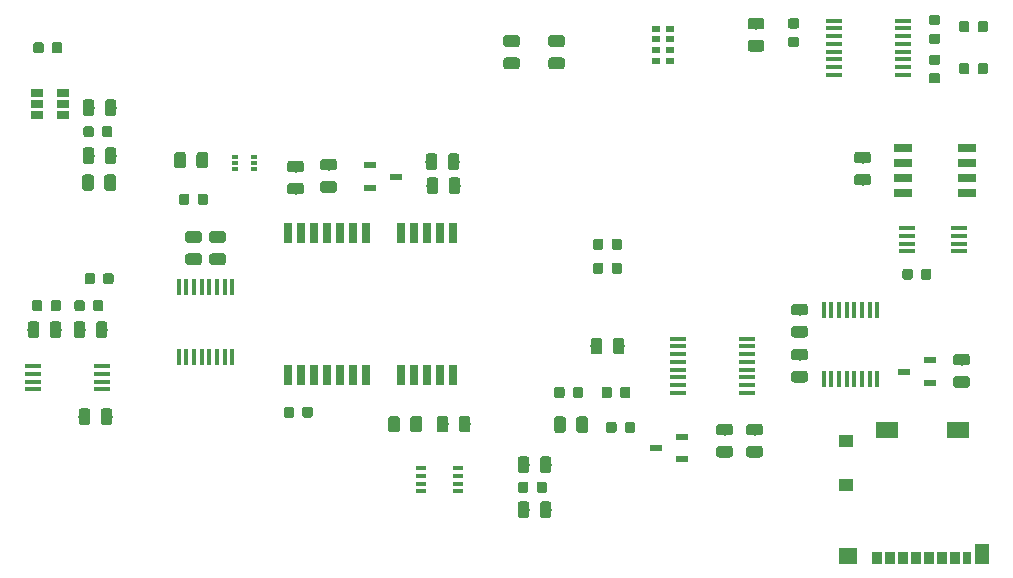
<source format=gbp>
G04 #@! TF.GenerationSoftware,KiCad,Pcbnew,(5.1.4)-1*
G04 #@! TF.CreationDate,2021-04-13T15:40:11+02:00*
G04 #@! TF.ProjectId,cSLIM-shield,63534c49-4d2d-4736-9869-656c642e6b69,rev?*
G04 #@! TF.SameCoordinates,Original*
G04 #@! TF.FileFunction,Paste,Bot*
G04 #@! TF.FilePolarity,Positive*
%FSLAX46Y46*%
G04 Gerber Fmt 4.6, Leading zero omitted, Abs format (unit mm)*
G04 Created by KiCad (PCBNEW (5.1.4)-1) date 2021-04-13 15:40:11*
%MOMM*%
%LPD*%
G04 APERTURE LIST*
%ADD10C,0.250000*%
%ADD11C,0.975000*%
%ADD12C,0.875000*%
%ADD13R,1.525000X0.650000*%
%ADD14R,1.425000X0.450000*%
%ADD15R,1.475000X0.450000*%
%ADD16R,0.450000X1.475000*%
%ADD17R,1.050000X0.600000*%
%ADD18R,0.800000X1.800000*%
%ADD19R,0.850000X1.100000*%
%ADD20R,0.750000X1.100000*%
%ADD21R,1.170000X1.800000*%
%ADD22R,1.900000X1.350000*%
%ADD23R,1.200000X1.000000*%
%ADD24R,1.550000X1.350000*%
%ADD25R,0.470000X0.300000*%
%ADD26R,1.060000X0.650000*%
%ADD27R,0.800000X0.500000*%
%ADD28R,0.850000X0.350000*%
G04 APERTURE END LIST*
D10*
G36*
X164938142Y-105473174D02*
G01*
X164961803Y-105476684D01*
X164985007Y-105482496D01*
X165007529Y-105490554D01*
X165029153Y-105500782D01*
X165049670Y-105513079D01*
X165068883Y-105527329D01*
X165086607Y-105543393D01*
X165102671Y-105561117D01*
X165116921Y-105580330D01*
X165129218Y-105600847D01*
X165139446Y-105622471D01*
X165147504Y-105644993D01*
X165153316Y-105668197D01*
X165156826Y-105691858D01*
X165158000Y-105715750D01*
X165158000Y-106628250D01*
X165156826Y-106652142D01*
X165153316Y-106675803D01*
X165147504Y-106699007D01*
X165139446Y-106721529D01*
X165129218Y-106743153D01*
X165116921Y-106763670D01*
X165102671Y-106782883D01*
X165086607Y-106800607D01*
X165068883Y-106816671D01*
X165049670Y-106830921D01*
X165029153Y-106843218D01*
X165007529Y-106853446D01*
X164985007Y-106861504D01*
X164961803Y-106867316D01*
X164938142Y-106870826D01*
X164914250Y-106872000D01*
X164426750Y-106872000D01*
X164402858Y-106870826D01*
X164379197Y-106867316D01*
X164355993Y-106861504D01*
X164333471Y-106853446D01*
X164311847Y-106843218D01*
X164291330Y-106830921D01*
X164272117Y-106816671D01*
X164254393Y-106800607D01*
X164238329Y-106782883D01*
X164224079Y-106763670D01*
X164211782Y-106743153D01*
X164201554Y-106721529D01*
X164193496Y-106699007D01*
X164187684Y-106675803D01*
X164184174Y-106652142D01*
X164183000Y-106628250D01*
X164183000Y-105715750D01*
X164184174Y-105691858D01*
X164187684Y-105668197D01*
X164193496Y-105644993D01*
X164201554Y-105622471D01*
X164211782Y-105600847D01*
X164224079Y-105580330D01*
X164238329Y-105561117D01*
X164254393Y-105543393D01*
X164272117Y-105527329D01*
X164291330Y-105513079D01*
X164311847Y-105500782D01*
X164333471Y-105490554D01*
X164355993Y-105482496D01*
X164379197Y-105476684D01*
X164402858Y-105473174D01*
X164426750Y-105472000D01*
X164914250Y-105472000D01*
X164938142Y-105473174D01*
X164938142Y-105473174D01*
G37*
D11*
X164670500Y-106172000D03*
D10*
G36*
X166813142Y-105473174D02*
G01*
X166836803Y-105476684D01*
X166860007Y-105482496D01*
X166882529Y-105490554D01*
X166904153Y-105500782D01*
X166924670Y-105513079D01*
X166943883Y-105527329D01*
X166961607Y-105543393D01*
X166977671Y-105561117D01*
X166991921Y-105580330D01*
X167004218Y-105600847D01*
X167014446Y-105622471D01*
X167022504Y-105644993D01*
X167028316Y-105668197D01*
X167031826Y-105691858D01*
X167033000Y-105715750D01*
X167033000Y-106628250D01*
X167031826Y-106652142D01*
X167028316Y-106675803D01*
X167022504Y-106699007D01*
X167014446Y-106721529D01*
X167004218Y-106743153D01*
X166991921Y-106763670D01*
X166977671Y-106782883D01*
X166961607Y-106800607D01*
X166943883Y-106816671D01*
X166924670Y-106830921D01*
X166904153Y-106843218D01*
X166882529Y-106853446D01*
X166860007Y-106861504D01*
X166836803Y-106867316D01*
X166813142Y-106870826D01*
X166789250Y-106872000D01*
X166301750Y-106872000D01*
X166277858Y-106870826D01*
X166254197Y-106867316D01*
X166230993Y-106861504D01*
X166208471Y-106853446D01*
X166186847Y-106843218D01*
X166166330Y-106830921D01*
X166147117Y-106816671D01*
X166129393Y-106800607D01*
X166113329Y-106782883D01*
X166099079Y-106763670D01*
X166086782Y-106743153D01*
X166076554Y-106721529D01*
X166068496Y-106699007D01*
X166062684Y-106675803D01*
X166059174Y-106652142D01*
X166058000Y-106628250D01*
X166058000Y-105715750D01*
X166059174Y-105691858D01*
X166062684Y-105668197D01*
X166068496Y-105644993D01*
X166076554Y-105622471D01*
X166086782Y-105600847D01*
X166099079Y-105580330D01*
X166113329Y-105561117D01*
X166129393Y-105543393D01*
X166147117Y-105527329D01*
X166166330Y-105513079D01*
X166186847Y-105500782D01*
X166208471Y-105490554D01*
X166230993Y-105482496D01*
X166254197Y-105476684D01*
X166277858Y-105473174D01*
X166301750Y-105472000D01*
X166789250Y-105472000D01*
X166813142Y-105473174D01*
X166813142Y-105473174D01*
G37*
D11*
X166545500Y-106172000D03*
D10*
G36*
X191248691Y-99602053D02*
G01*
X191269926Y-99605203D01*
X191290750Y-99610419D01*
X191310962Y-99617651D01*
X191330368Y-99626830D01*
X191348781Y-99637866D01*
X191366024Y-99650654D01*
X191381930Y-99665070D01*
X191396346Y-99680976D01*
X191409134Y-99698219D01*
X191420170Y-99716632D01*
X191429349Y-99736038D01*
X191436581Y-99756250D01*
X191441797Y-99777074D01*
X191444947Y-99798309D01*
X191446000Y-99819750D01*
X191446000Y-100332250D01*
X191444947Y-100353691D01*
X191441797Y-100374926D01*
X191436581Y-100395750D01*
X191429349Y-100415962D01*
X191420170Y-100435368D01*
X191409134Y-100453781D01*
X191396346Y-100471024D01*
X191381930Y-100486930D01*
X191366024Y-100501346D01*
X191348781Y-100514134D01*
X191330368Y-100525170D01*
X191310962Y-100534349D01*
X191290750Y-100541581D01*
X191269926Y-100546797D01*
X191248691Y-100549947D01*
X191227250Y-100551000D01*
X190789750Y-100551000D01*
X190768309Y-100549947D01*
X190747074Y-100546797D01*
X190726250Y-100541581D01*
X190706038Y-100534349D01*
X190686632Y-100525170D01*
X190668219Y-100514134D01*
X190650976Y-100501346D01*
X190635070Y-100486930D01*
X190620654Y-100471024D01*
X190607866Y-100453781D01*
X190596830Y-100435368D01*
X190587651Y-100415962D01*
X190580419Y-100395750D01*
X190575203Y-100374926D01*
X190572053Y-100353691D01*
X190571000Y-100332250D01*
X190571000Y-99819750D01*
X190572053Y-99798309D01*
X190575203Y-99777074D01*
X190580419Y-99756250D01*
X190587651Y-99736038D01*
X190596830Y-99716632D01*
X190607866Y-99698219D01*
X190620654Y-99680976D01*
X190635070Y-99665070D01*
X190650976Y-99650654D01*
X190668219Y-99637866D01*
X190686632Y-99626830D01*
X190706038Y-99617651D01*
X190726250Y-99610419D01*
X190747074Y-99605203D01*
X190768309Y-99602053D01*
X190789750Y-99601000D01*
X191227250Y-99601000D01*
X191248691Y-99602053D01*
X191248691Y-99602053D01*
G37*
D12*
X191008500Y-100076000D03*
D10*
G36*
X192823691Y-99602053D02*
G01*
X192844926Y-99605203D01*
X192865750Y-99610419D01*
X192885962Y-99617651D01*
X192905368Y-99626830D01*
X192923781Y-99637866D01*
X192941024Y-99650654D01*
X192956930Y-99665070D01*
X192971346Y-99680976D01*
X192984134Y-99698219D01*
X192995170Y-99716632D01*
X193004349Y-99736038D01*
X193011581Y-99756250D01*
X193016797Y-99777074D01*
X193019947Y-99798309D01*
X193021000Y-99819750D01*
X193021000Y-100332250D01*
X193019947Y-100353691D01*
X193016797Y-100374926D01*
X193011581Y-100395750D01*
X193004349Y-100415962D01*
X192995170Y-100435368D01*
X192984134Y-100453781D01*
X192971346Y-100471024D01*
X192956930Y-100486930D01*
X192941024Y-100501346D01*
X192923781Y-100514134D01*
X192905368Y-100525170D01*
X192885962Y-100534349D01*
X192865750Y-100541581D01*
X192844926Y-100546797D01*
X192823691Y-100549947D01*
X192802250Y-100551000D01*
X192364750Y-100551000D01*
X192343309Y-100549947D01*
X192322074Y-100546797D01*
X192301250Y-100541581D01*
X192281038Y-100534349D01*
X192261632Y-100525170D01*
X192243219Y-100514134D01*
X192225976Y-100501346D01*
X192210070Y-100486930D01*
X192195654Y-100471024D01*
X192182866Y-100453781D01*
X192171830Y-100435368D01*
X192162651Y-100415962D01*
X192155419Y-100395750D01*
X192150203Y-100374926D01*
X192147053Y-100353691D01*
X192146000Y-100332250D01*
X192146000Y-99819750D01*
X192147053Y-99798309D01*
X192150203Y-99777074D01*
X192155419Y-99756250D01*
X192162651Y-99736038D01*
X192171830Y-99716632D01*
X192182866Y-99698219D01*
X192195654Y-99680976D01*
X192210070Y-99665070D01*
X192225976Y-99650654D01*
X192243219Y-99637866D01*
X192261632Y-99626830D01*
X192281038Y-99617651D01*
X192301250Y-99610419D01*
X192322074Y-99605203D01*
X192343309Y-99602053D01*
X192364750Y-99601000D01*
X192802250Y-99601000D01*
X192823691Y-99602053D01*
X192823691Y-99602053D01*
G37*
D12*
X192583500Y-100076000D03*
D10*
G36*
X196048691Y-78647053D02*
G01*
X196069926Y-78650203D01*
X196090750Y-78655419D01*
X196110962Y-78662651D01*
X196130368Y-78671830D01*
X196148781Y-78682866D01*
X196166024Y-78695654D01*
X196181930Y-78710070D01*
X196196346Y-78725976D01*
X196209134Y-78743219D01*
X196220170Y-78761632D01*
X196229349Y-78781038D01*
X196236581Y-78801250D01*
X196241797Y-78822074D01*
X196244947Y-78843309D01*
X196246000Y-78864750D01*
X196246000Y-79377250D01*
X196244947Y-79398691D01*
X196241797Y-79419926D01*
X196236581Y-79440750D01*
X196229349Y-79460962D01*
X196220170Y-79480368D01*
X196209134Y-79498781D01*
X196196346Y-79516024D01*
X196181930Y-79531930D01*
X196166024Y-79546346D01*
X196148781Y-79559134D01*
X196130368Y-79570170D01*
X196110962Y-79579349D01*
X196090750Y-79586581D01*
X196069926Y-79591797D01*
X196048691Y-79594947D01*
X196027250Y-79596000D01*
X195589750Y-79596000D01*
X195568309Y-79594947D01*
X195547074Y-79591797D01*
X195526250Y-79586581D01*
X195506038Y-79579349D01*
X195486632Y-79570170D01*
X195468219Y-79559134D01*
X195450976Y-79546346D01*
X195435070Y-79531930D01*
X195420654Y-79516024D01*
X195407866Y-79498781D01*
X195396830Y-79480368D01*
X195387651Y-79460962D01*
X195380419Y-79440750D01*
X195375203Y-79419926D01*
X195372053Y-79398691D01*
X195371000Y-79377250D01*
X195371000Y-78864750D01*
X195372053Y-78843309D01*
X195375203Y-78822074D01*
X195380419Y-78801250D01*
X195387651Y-78781038D01*
X195396830Y-78761632D01*
X195407866Y-78743219D01*
X195420654Y-78725976D01*
X195435070Y-78710070D01*
X195450976Y-78695654D01*
X195468219Y-78682866D01*
X195486632Y-78671830D01*
X195506038Y-78662651D01*
X195526250Y-78655419D01*
X195547074Y-78650203D01*
X195568309Y-78647053D01*
X195589750Y-78646000D01*
X196027250Y-78646000D01*
X196048691Y-78647053D01*
X196048691Y-78647053D01*
G37*
D12*
X195808500Y-79121000D03*
D10*
G36*
X197623691Y-78647053D02*
G01*
X197644926Y-78650203D01*
X197665750Y-78655419D01*
X197685962Y-78662651D01*
X197705368Y-78671830D01*
X197723781Y-78682866D01*
X197741024Y-78695654D01*
X197756930Y-78710070D01*
X197771346Y-78725976D01*
X197784134Y-78743219D01*
X197795170Y-78761632D01*
X197804349Y-78781038D01*
X197811581Y-78801250D01*
X197816797Y-78822074D01*
X197819947Y-78843309D01*
X197821000Y-78864750D01*
X197821000Y-79377250D01*
X197819947Y-79398691D01*
X197816797Y-79419926D01*
X197811581Y-79440750D01*
X197804349Y-79460962D01*
X197795170Y-79480368D01*
X197784134Y-79498781D01*
X197771346Y-79516024D01*
X197756930Y-79531930D01*
X197741024Y-79546346D01*
X197723781Y-79559134D01*
X197705368Y-79570170D01*
X197685962Y-79579349D01*
X197665750Y-79586581D01*
X197644926Y-79591797D01*
X197623691Y-79594947D01*
X197602250Y-79596000D01*
X197164750Y-79596000D01*
X197143309Y-79594947D01*
X197122074Y-79591797D01*
X197101250Y-79586581D01*
X197081038Y-79579349D01*
X197061632Y-79570170D01*
X197043219Y-79559134D01*
X197025976Y-79546346D01*
X197010070Y-79531930D01*
X196995654Y-79516024D01*
X196982866Y-79498781D01*
X196971830Y-79480368D01*
X196962651Y-79460962D01*
X196955419Y-79440750D01*
X196950203Y-79419926D01*
X196947053Y-79398691D01*
X196946000Y-79377250D01*
X196946000Y-78864750D01*
X196947053Y-78843309D01*
X196950203Y-78822074D01*
X196955419Y-78801250D01*
X196962651Y-78781038D01*
X196971830Y-78761632D01*
X196982866Y-78743219D01*
X196995654Y-78725976D01*
X197010070Y-78710070D01*
X197025976Y-78695654D01*
X197043219Y-78682866D01*
X197061632Y-78671830D01*
X197081038Y-78662651D01*
X197101250Y-78655419D01*
X197122074Y-78650203D01*
X197143309Y-78647053D01*
X197164750Y-78646000D01*
X197602250Y-78646000D01*
X197623691Y-78647053D01*
X197623691Y-78647053D01*
G37*
D12*
X197383500Y-79121000D03*
D10*
G36*
X196048691Y-82203053D02*
G01*
X196069926Y-82206203D01*
X196090750Y-82211419D01*
X196110962Y-82218651D01*
X196130368Y-82227830D01*
X196148781Y-82238866D01*
X196166024Y-82251654D01*
X196181930Y-82266070D01*
X196196346Y-82281976D01*
X196209134Y-82299219D01*
X196220170Y-82317632D01*
X196229349Y-82337038D01*
X196236581Y-82357250D01*
X196241797Y-82378074D01*
X196244947Y-82399309D01*
X196246000Y-82420750D01*
X196246000Y-82933250D01*
X196244947Y-82954691D01*
X196241797Y-82975926D01*
X196236581Y-82996750D01*
X196229349Y-83016962D01*
X196220170Y-83036368D01*
X196209134Y-83054781D01*
X196196346Y-83072024D01*
X196181930Y-83087930D01*
X196166024Y-83102346D01*
X196148781Y-83115134D01*
X196130368Y-83126170D01*
X196110962Y-83135349D01*
X196090750Y-83142581D01*
X196069926Y-83147797D01*
X196048691Y-83150947D01*
X196027250Y-83152000D01*
X195589750Y-83152000D01*
X195568309Y-83150947D01*
X195547074Y-83147797D01*
X195526250Y-83142581D01*
X195506038Y-83135349D01*
X195486632Y-83126170D01*
X195468219Y-83115134D01*
X195450976Y-83102346D01*
X195435070Y-83087930D01*
X195420654Y-83072024D01*
X195407866Y-83054781D01*
X195396830Y-83036368D01*
X195387651Y-83016962D01*
X195380419Y-82996750D01*
X195375203Y-82975926D01*
X195372053Y-82954691D01*
X195371000Y-82933250D01*
X195371000Y-82420750D01*
X195372053Y-82399309D01*
X195375203Y-82378074D01*
X195380419Y-82357250D01*
X195387651Y-82337038D01*
X195396830Y-82317632D01*
X195407866Y-82299219D01*
X195420654Y-82281976D01*
X195435070Y-82266070D01*
X195450976Y-82251654D01*
X195468219Y-82238866D01*
X195486632Y-82227830D01*
X195506038Y-82218651D01*
X195526250Y-82211419D01*
X195547074Y-82206203D01*
X195568309Y-82203053D01*
X195589750Y-82202000D01*
X196027250Y-82202000D01*
X196048691Y-82203053D01*
X196048691Y-82203053D01*
G37*
D12*
X195808500Y-82677000D03*
D10*
G36*
X197623691Y-82203053D02*
G01*
X197644926Y-82206203D01*
X197665750Y-82211419D01*
X197685962Y-82218651D01*
X197705368Y-82227830D01*
X197723781Y-82238866D01*
X197741024Y-82251654D01*
X197756930Y-82266070D01*
X197771346Y-82281976D01*
X197784134Y-82299219D01*
X197795170Y-82317632D01*
X197804349Y-82337038D01*
X197811581Y-82357250D01*
X197816797Y-82378074D01*
X197819947Y-82399309D01*
X197821000Y-82420750D01*
X197821000Y-82933250D01*
X197819947Y-82954691D01*
X197816797Y-82975926D01*
X197811581Y-82996750D01*
X197804349Y-83016962D01*
X197795170Y-83036368D01*
X197784134Y-83054781D01*
X197771346Y-83072024D01*
X197756930Y-83087930D01*
X197741024Y-83102346D01*
X197723781Y-83115134D01*
X197705368Y-83126170D01*
X197685962Y-83135349D01*
X197665750Y-83142581D01*
X197644926Y-83147797D01*
X197623691Y-83150947D01*
X197602250Y-83152000D01*
X197164750Y-83152000D01*
X197143309Y-83150947D01*
X197122074Y-83147797D01*
X197101250Y-83142581D01*
X197081038Y-83135349D01*
X197061632Y-83126170D01*
X197043219Y-83115134D01*
X197025976Y-83102346D01*
X197010070Y-83087930D01*
X196995654Y-83072024D01*
X196982866Y-83054781D01*
X196971830Y-83036368D01*
X196962651Y-83016962D01*
X196955419Y-82996750D01*
X196950203Y-82975926D01*
X196947053Y-82954691D01*
X196946000Y-82933250D01*
X196946000Y-82420750D01*
X196947053Y-82399309D01*
X196950203Y-82378074D01*
X196955419Y-82357250D01*
X196962651Y-82337038D01*
X196971830Y-82317632D01*
X196982866Y-82299219D01*
X196995654Y-82281976D01*
X197010070Y-82266070D01*
X197025976Y-82251654D01*
X197043219Y-82238866D01*
X197061632Y-82227830D01*
X197081038Y-82218651D01*
X197101250Y-82211419D01*
X197122074Y-82206203D01*
X197143309Y-82203053D01*
X197164750Y-82202000D01*
X197602250Y-82202000D01*
X197623691Y-82203053D01*
X197623691Y-82203053D01*
G37*
D12*
X197383500Y-82677000D03*
D10*
G36*
X193571691Y-81478553D02*
G01*
X193592926Y-81481703D01*
X193613750Y-81486919D01*
X193633962Y-81494151D01*
X193653368Y-81503330D01*
X193671781Y-81514366D01*
X193689024Y-81527154D01*
X193704930Y-81541570D01*
X193719346Y-81557476D01*
X193732134Y-81574719D01*
X193743170Y-81593132D01*
X193752349Y-81612538D01*
X193759581Y-81632750D01*
X193764797Y-81653574D01*
X193767947Y-81674809D01*
X193769000Y-81696250D01*
X193769000Y-82133750D01*
X193767947Y-82155191D01*
X193764797Y-82176426D01*
X193759581Y-82197250D01*
X193752349Y-82217462D01*
X193743170Y-82236868D01*
X193732134Y-82255281D01*
X193719346Y-82272524D01*
X193704930Y-82288430D01*
X193689024Y-82302846D01*
X193671781Y-82315634D01*
X193653368Y-82326670D01*
X193633962Y-82335849D01*
X193613750Y-82343081D01*
X193592926Y-82348297D01*
X193571691Y-82351447D01*
X193550250Y-82352500D01*
X193037750Y-82352500D01*
X193016309Y-82351447D01*
X192995074Y-82348297D01*
X192974250Y-82343081D01*
X192954038Y-82335849D01*
X192934632Y-82326670D01*
X192916219Y-82315634D01*
X192898976Y-82302846D01*
X192883070Y-82288430D01*
X192868654Y-82272524D01*
X192855866Y-82255281D01*
X192844830Y-82236868D01*
X192835651Y-82217462D01*
X192828419Y-82197250D01*
X192823203Y-82176426D01*
X192820053Y-82155191D01*
X192819000Y-82133750D01*
X192819000Y-81696250D01*
X192820053Y-81674809D01*
X192823203Y-81653574D01*
X192828419Y-81632750D01*
X192835651Y-81612538D01*
X192844830Y-81593132D01*
X192855866Y-81574719D01*
X192868654Y-81557476D01*
X192883070Y-81541570D01*
X192898976Y-81527154D01*
X192916219Y-81514366D01*
X192934632Y-81503330D01*
X192954038Y-81494151D01*
X192974250Y-81486919D01*
X192995074Y-81481703D01*
X193016309Y-81478553D01*
X193037750Y-81477500D01*
X193550250Y-81477500D01*
X193571691Y-81478553D01*
X193571691Y-81478553D01*
G37*
D12*
X193294000Y-81915000D03*
D10*
G36*
X193571691Y-83053553D02*
G01*
X193592926Y-83056703D01*
X193613750Y-83061919D01*
X193633962Y-83069151D01*
X193653368Y-83078330D01*
X193671781Y-83089366D01*
X193689024Y-83102154D01*
X193704930Y-83116570D01*
X193719346Y-83132476D01*
X193732134Y-83149719D01*
X193743170Y-83168132D01*
X193752349Y-83187538D01*
X193759581Y-83207750D01*
X193764797Y-83228574D01*
X193767947Y-83249809D01*
X193769000Y-83271250D01*
X193769000Y-83708750D01*
X193767947Y-83730191D01*
X193764797Y-83751426D01*
X193759581Y-83772250D01*
X193752349Y-83792462D01*
X193743170Y-83811868D01*
X193732134Y-83830281D01*
X193719346Y-83847524D01*
X193704930Y-83863430D01*
X193689024Y-83877846D01*
X193671781Y-83890634D01*
X193653368Y-83901670D01*
X193633962Y-83910849D01*
X193613750Y-83918081D01*
X193592926Y-83923297D01*
X193571691Y-83926447D01*
X193550250Y-83927500D01*
X193037750Y-83927500D01*
X193016309Y-83926447D01*
X192995074Y-83923297D01*
X192974250Y-83918081D01*
X192954038Y-83910849D01*
X192934632Y-83901670D01*
X192916219Y-83890634D01*
X192898976Y-83877846D01*
X192883070Y-83863430D01*
X192868654Y-83847524D01*
X192855866Y-83830281D01*
X192844830Y-83811868D01*
X192835651Y-83792462D01*
X192828419Y-83772250D01*
X192823203Y-83751426D01*
X192820053Y-83730191D01*
X192819000Y-83708750D01*
X192819000Y-83271250D01*
X192820053Y-83249809D01*
X192823203Y-83228574D01*
X192828419Y-83207750D01*
X192835651Y-83187538D01*
X192844830Y-83168132D01*
X192855866Y-83149719D01*
X192868654Y-83132476D01*
X192883070Y-83116570D01*
X192898976Y-83102154D01*
X192916219Y-83089366D01*
X192934632Y-83078330D01*
X192954038Y-83069151D01*
X192974250Y-83061919D01*
X192995074Y-83056703D01*
X193016309Y-83053553D01*
X193037750Y-83052500D01*
X193550250Y-83052500D01*
X193571691Y-83053553D01*
X193571691Y-83053553D01*
G37*
D12*
X193294000Y-83490000D03*
D10*
G36*
X193571691Y-79700553D02*
G01*
X193592926Y-79703703D01*
X193613750Y-79708919D01*
X193633962Y-79716151D01*
X193653368Y-79725330D01*
X193671781Y-79736366D01*
X193689024Y-79749154D01*
X193704930Y-79763570D01*
X193719346Y-79779476D01*
X193732134Y-79796719D01*
X193743170Y-79815132D01*
X193752349Y-79834538D01*
X193759581Y-79854750D01*
X193764797Y-79875574D01*
X193767947Y-79896809D01*
X193769000Y-79918250D01*
X193769000Y-80355750D01*
X193767947Y-80377191D01*
X193764797Y-80398426D01*
X193759581Y-80419250D01*
X193752349Y-80439462D01*
X193743170Y-80458868D01*
X193732134Y-80477281D01*
X193719346Y-80494524D01*
X193704930Y-80510430D01*
X193689024Y-80524846D01*
X193671781Y-80537634D01*
X193653368Y-80548670D01*
X193633962Y-80557849D01*
X193613750Y-80565081D01*
X193592926Y-80570297D01*
X193571691Y-80573447D01*
X193550250Y-80574500D01*
X193037750Y-80574500D01*
X193016309Y-80573447D01*
X192995074Y-80570297D01*
X192974250Y-80565081D01*
X192954038Y-80557849D01*
X192934632Y-80548670D01*
X192916219Y-80537634D01*
X192898976Y-80524846D01*
X192883070Y-80510430D01*
X192868654Y-80494524D01*
X192855866Y-80477281D01*
X192844830Y-80458868D01*
X192835651Y-80439462D01*
X192828419Y-80419250D01*
X192823203Y-80398426D01*
X192820053Y-80377191D01*
X192819000Y-80355750D01*
X192819000Y-79918250D01*
X192820053Y-79896809D01*
X192823203Y-79875574D01*
X192828419Y-79854750D01*
X192835651Y-79834538D01*
X192844830Y-79815132D01*
X192855866Y-79796719D01*
X192868654Y-79779476D01*
X192883070Y-79763570D01*
X192898976Y-79749154D01*
X192916219Y-79736366D01*
X192934632Y-79725330D01*
X192954038Y-79716151D01*
X192974250Y-79708919D01*
X192995074Y-79703703D01*
X193016309Y-79700553D01*
X193037750Y-79699500D01*
X193550250Y-79699500D01*
X193571691Y-79700553D01*
X193571691Y-79700553D01*
G37*
D12*
X193294000Y-80137000D03*
D10*
G36*
X193571691Y-78125553D02*
G01*
X193592926Y-78128703D01*
X193613750Y-78133919D01*
X193633962Y-78141151D01*
X193653368Y-78150330D01*
X193671781Y-78161366D01*
X193689024Y-78174154D01*
X193704930Y-78188570D01*
X193719346Y-78204476D01*
X193732134Y-78221719D01*
X193743170Y-78240132D01*
X193752349Y-78259538D01*
X193759581Y-78279750D01*
X193764797Y-78300574D01*
X193767947Y-78321809D01*
X193769000Y-78343250D01*
X193769000Y-78780750D01*
X193767947Y-78802191D01*
X193764797Y-78823426D01*
X193759581Y-78844250D01*
X193752349Y-78864462D01*
X193743170Y-78883868D01*
X193732134Y-78902281D01*
X193719346Y-78919524D01*
X193704930Y-78935430D01*
X193689024Y-78949846D01*
X193671781Y-78962634D01*
X193653368Y-78973670D01*
X193633962Y-78982849D01*
X193613750Y-78990081D01*
X193592926Y-78995297D01*
X193571691Y-78998447D01*
X193550250Y-78999500D01*
X193037750Y-78999500D01*
X193016309Y-78998447D01*
X192995074Y-78995297D01*
X192974250Y-78990081D01*
X192954038Y-78982849D01*
X192934632Y-78973670D01*
X192916219Y-78962634D01*
X192898976Y-78949846D01*
X192883070Y-78935430D01*
X192868654Y-78919524D01*
X192855866Y-78902281D01*
X192844830Y-78883868D01*
X192835651Y-78864462D01*
X192828419Y-78844250D01*
X192823203Y-78823426D01*
X192820053Y-78802191D01*
X192819000Y-78780750D01*
X192819000Y-78343250D01*
X192820053Y-78321809D01*
X192823203Y-78300574D01*
X192828419Y-78279750D01*
X192835651Y-78259538D01*
X192844830Y-78240132D01*
X192855866Y-78221719D01*
X192868654Y-78204476D01*
X192883070Y-78188570D01*
X192898976Y-78174154D01*
X192916219Y-78161366D01*
X192934632Y-78150330D01*
X192954038Y-78141151D01*
X192974250Y-78133919D01*
X192995074Y-78128703D01*
X193016309Y-78125553D01*
X193037750Y-78124500D01*
X193550250Y-78124500D01*
X193571691Y-78125553D01*
X193571691Y-78125553D01*
G37*
D12*
X193294000Y-78562000D03*
D10*
G36*
X181633691Y-79980053D02*
G01*
X181654926Y-79983203D01*
X181675750Y-79988419D01*
X181695962Y-79995651D01*
X181715368Y-80004830D01*
X181733781Y-80015866D01*
X181751024Y-80028654D01*
X181766930Y-80043070D01*
X181781346Y-80058976D01*
X181794134Y-80076219D01*
X181805170Y-80094632D01*
X181814349Y-80114038D01*
X181821581Y-80134250D01*
X181826797Y-80155074D01*
X181829947Y-80176309D01*
X181831000Y-80197750D01*
X181831000Y-80635250D01*
X181829947Y-80656691D01*
X181826797Y-80677926D01*
X181821581Y-80698750D01*
X181814349Y-80718962D01*
X181805170Y-80738368D01*
X181794134Y-80756781D01*
X181781346Y-80774024D01*
X181766930Y-80789930D01*
X181751024Y-80804346D01*
X181733781Y-80817134D01*
X181715368Y-80828170D01*
X181695962Y-80837349D01*
X181675750Y-80844581D01*
X181654926Y-80849797D01*
X181633691Y-80852947D01*
X181612250Y-80854000D01*
X181099750Y-80854000D01*
X181078309Y-80852947D01*
X181057074Y-80849797D01*
X181036250Y-80844581D01*
X181016038Y-80837349D01*
X180996632Y-80828170D01*
X180978219Y-80817134D01*
X180960976Y-80804346D01*
X180945070Y-80789930D01*
X180930654Y-80774024D01*
X180917866Y-80756781D01*
X180906830Y-80738368D01*
X180897651Y-80718962D01*
X180890419Y-80698750D01*
X180885203Y-80677926D01*
X180882053Y-80656691D01*
X180881000Y-80635250D01*
X180881000Y-80197750D01*
X180882053Y-80176309D01*
X180885203Y-80155074D01*
X180890419Y-80134250D01*
X180897651Y-80114038D01*
X180906830Y-80094632D01*
X180917866Y-80076219D01*
X180930654Y-80058976D01*
X180945070Y-80043070D01*
X180960976Y-80028654D01*
X180978219Y-80015866D01*
X180996632Y-80004830D01*
X181016038Y-79995651D01*
X181036250Y-79988419D01*
X181057074Y-79983203D01*
X181078309Y-79980053D01*
X181099750Y-79979000D01*
X181612250Y-79979000D01*
X181633691Y-79980053D01*
X181633691Y-79980053D01*
G37*
D12*
X181356000Y-80416500D03*
D10*
G36*
X181633691Y-78405053D02*
G01*
X181654926Y-78408203D01*
X181675750Y-78413419D01*
X181695962Y-78420651D01*
X181715368Y-78429830D01*
X181733781Y-78440866D01*
X181751024Y-78453654D01*
X181766930Y-78468070D01*
X181781346Y-78483976D01*
X181794134Y-78501219D01*
X181805170Y-78519632D01*
X181814349Y-78539038D01*
X181821581Y-78559250D01*
X181826797Y-78580074D01*
X181829947Y-78601309D01*
X181831000Y-78622750D01*
X181831000Y-79060250D01*
X181829947Y-79081691D01*
X181826797Y-79102926D01*
X181821581Y-79123750D01*
X181814349Y-79143962D01*
X181805170Y-79163368D01*
X181794134Y-79181781D01*
X181781346Y-79199024D01*
X181766930Y-79214930D01*
X181751024Y-79229346D01*
X181733781Y-79242134D01*
X181715368Y-79253170D01*
X181695962Y-79262349D01*
X181675750Y-79269581D01*
X181654926Y-79274797D01*
X181633691Y-79277947D01*
X181612250Y-79279000D01*
X181099750Y-79279000D01*
X181078309Y-79277947D01*
X181057074Y-79274797D01*
X181036250Y-79269581D01*
X181016038Y-79262349D01*
X180996632Y-79253170D01*
X180978219Y-79242134D01*
X180960976Y-79229346D01*
X180945070Y-79214930D01*
X180930654Y-79199024D01*
X180917866Y-79181781D01*
X180906830Y-79163368D01*
X180897651Y-79143962D01*
X180890419Y-79123750D01*
X180885203Y-79102926D01*
X180882053Y-79081691D01*
X180881000Y-79060250D01*
X180881000Y-78622750D01*
X180882053Y-78601309D01*
X180885203Y-78580074D01*
X180890419Y-78559250D01*
X180897651Y-78539038D01*
X180906830Y-78519632D01*
X180917866Y-78501219D01*
X180930654Y-78483976D01*
X180945070Y-78468070D01*
X180960976Y-78453654D01*
X180978219Y-78440866D01*
X180996632Y-78429830D01*
X181016038Y-78420651D01*
X181036250Y-78413419D01*
X181057074Y-78408203D01*
X181078309Y-78405053D01*
X181099750Y-78404000D01*
X181612250Y-78404000D01*
X181633691Y-78405053D01*
X181633691Y-78405053D01*
G37*
D12*
X181356000Y-78841500D03*
D10*
G36*
X123582691Y-99983053D02*
G01*
X123603926Y-99986203D01*
X123624750Y-99991419D01*
X123644962Y-99998651D01*
X123664368Y-100007830D01*
X123682781Y-100018866D01*
X123700024Y-100031654D01*
X123715930Y-100046070D01*
X123730346Y-100061976D01*
X123743134Y-100079219D01*
X123754170Y-100097632D01*
X123763349Y-100117038D01*
X123770581Y-100137250D01*
X123775797Y-100158074D01*
X123778947Y-100179309D01*
X123780000Y-100200750D01*
X123780000Y-100713250D01*
X123778947Y-100734691D01*
X123775797Y-100755926D01*
X123770581Y-100776750D01*
X123763349Y-100796962D01*
X123754170Y-100816368D01*
X123743134Y-100834781D01*
X123730346Y-100852024D01*
X123715930Y-100867930D01*
X123700024Y-100882346D01*
X123682781Y-100895134D01*
X123664368Y-100906170D01*
X123644962Y-100915349D01*
X123624750Y-100922581D01*
X123603926Y-100927797D01*
X123582691Y-100930947D01*
X123561250Y-100932000D01*
X123123750Y-100932000D01*
X123102309Y-100930947D01*
X123081074Y-100927797D01*
X123060250Y-100922581D01*
X123040038Y-100915349D01*
X123020632Y-100906170D01*
X123002219Y-100895134D01*
X122984976Y-100882346D01*
X122969070Y-100867930D01*
X122954654Y-100852024D01*
X122941866Y-100834781D01*
X122930830Y-100816368D01*
X122921651Y-100796962D01*
X122914419Y-100776750D01*
X122909203Y-100755926D01*
X122906053Y-100734691D01*
X122905000Y-100713250D01*
X122905000Y-100200750D01*
X122906053Y-100179309D01*
X122909203Y-100158074D01*
X122914419Y-100137250D01*
X122921651Y-100117038D01*
X122930830Y-100097632D01*
X122941866Y-100079219D01*
X122954654Y-100061976D01*
X122969070Y-100046070D01*
X122984976Y-100031654D01*
X123002219Y-100018866D01*
X123020632Y-100007830D01*
X123040038Y-99998651D01*
X123060250Y-99991419D01*
X123081074Y-99986203D01*
X123102309Y-99983053D01*
X123123750Y-99982000D01*
X123561250Y-99982000D01*
X123582691Y-99983053D01*
X123582691Y-99983053D01*
G37*
D12*
X123342500Y-100457000D03*
D10*
G36*
X122007691Y-99983053D02*
G01*
X122028926Y-99986203D01*
X122049750Y-99991419D01*
X122069962Y-99998651D01*
X122089368Y-100007830D01*
X122107781Y-100018866D01*
X122125024Y-100031654D01*
X122140930Y-100046070D01*
X122155346Y-100061976D01*
X122168134Y-100079219D01*
X122179170Y-100097632D01*
X122188349Y-100117038D01*
X122195581Y-100137250D01*
X122200797Y-100158074D01*
X122203947Y-100179309D01*
X122205000Y-100200750D01*
X122205000Y-100713250D01*
X122203947Y-100734691D01*
X122200797Y-100755926D01*
X122195581Y-100776750D01*
X122188349Y-100796962D01*
X122179170Y-100816368D01*
X122168134Y-100834781D01*
X122155346Y-100852024D01*
X122140930Y-100867930D01*
X122125024Y-100882346D01*
X122107781Y-100895134D01*
X122089368Y-100906170D01*
X122069962Y-100915349D01*
X122049750Y-100922581D01*
X122028926Y-100927797D01*
X122007691Y-100930947D01*
X121986250Y-100932000D01*
X121548750Y-100932000D01*
X121527309Y-100930947D01*
X121506074Y-100927797D01*
X121485250Y-100922581D01*
X121465038Y-100915349D01*
X121445632Y-100906170D01*
X121427219Y-100895134D01*
X121409976Y-100882346D01*
X121394070Y-100867930D01*
X121379654Y-100852024D01*
X121366866Y-100834781D01*
X121355830Y-100816368D01*
X121346651Y-100796962D01*
X121339419Y-100776750D01*
X121334203Y-100755926D01*
X121331053Y-100734691D01*
X121330000Y-100713250D01*
X121330000Y-100200750D01*
X121331053Y-100179309D01*
X121334203Y-100158074D01*
X121339419Y-100137250D01*
X121346651Y-100117038D01*
X121355830Y-100097632D01*
X121366866Y-100079219D01*
X121379654Y-100061976D01*
X121394070Y-100046070D01*
X121409976Y-100031654D01*
X121427219Y-100018866D01*
X121445632Y-100007830D01*
X121465038Y-99998651D01*
X121485250Y-99991419D01*
X121506074Y-99986203D01*
X121527309Y-99983053D01*
X121548750Y-99982000D01*
X121986250Y-99982000D01*
X122007691Y-99983053D01*
X122007691Y-99983053D01*
G37*
D12*
X121767500Y-100457000D03*
D10*
G36*
X122719691Y-102269053D02*
G01*
X122740926Y-102272203D01*
X122761750Y-102277419D01*
X122781962Y-102284651D01*
X122801368Y-102293830D01*
X122819781Y-102304866D01*
X122837024Y-102317654D01*
X122852930Y-102332070D01*
X122867346Y-102347976D01*
X122880134Y-102365219D01*
X122891170Y-102383632D01*
X122900349Y-102403038D01*
X122907581Y-102423250D01*
X122912797Y-102444074D01*
X122915947Y-102465309D01*
X122917000Y-102486750D01*
X122917000Y-102999250D01*
X122915947Y-103020691D01*
X122912797Y-103041926D01*
X122907581Y-103062750D01*
X122900349Y-103082962D01*
X122891170Y-103102368D01*
X122880134Y-103120781D01*
X122867346Y-103138024D01*
X122852930Y-103153930D01*
X122837024Y-103168346D01*
X122819781Y-103181134D01*
X122801368Y-103192170D01*
X122781962Y-103201349D01*
X122761750Y-103208581D01*
X122740926Y-103213797D01*
X122719691Y-103216947D01*
X122698250Y-103218000D01*
X122260750Y-103218000D01*
X122239309Y-103216947D01*
X122218074Y-103213797D01*
X122197250Y-103208581D01*
X122177038Y-103201349D01*
X122157632Y-103192170D01*
X122139219Y-103181134D01*
X122121976Y-103168346D01*
X122106070Y-103153930D01*
X122091654Y-103138024D01*
X122078866Y-103120781D01*
X122067830Y-103102368D01*
X122058651Y-103082962D01*
X122051419Y-103062750D01*
X122046203Y-103041926D01*
X122043053Y-103020691D01*
X122042000Y-102999250D01*
X122042000Y-102486750D01*
X122043053Y-102465309D01*
X122046203Y-102444074D01*
X122051419Y-102423250D01*
X122058651Y-102403038D01*
X122067830Y-102383632D01*
X122078866Y-102365219D01*
X122091654Y-102347976D01*
X122106070Y-102332070D01*
X122121976Y-102317654D01*
X122139219Y-102304866D01*
X122157632Y-102293830D01*
X122177038Y-102284651D01*
X122197250Y-102277419D01*
X122218074Y-102272203D01*
X122239309Y-102269053D01*
X122260750Y-102268000D01*
X122698250Y-102268000D01*
X122719691Y-102269053D01*
X122719691Y-102269053D01*
G37*
D12*
X122479500Y-102743000D03*
D10*
G36*
X121144691Y-102269053D02*
G01*
X121165926Y-102272203D01*
X121186750Y-102277419D01*
X121206962Y-102284651D01*
X121226368Y-102293830D01*
X121244781Y-102304866D01*
X121262024Y-102317654D01*
X121277930Y-102332070D01*
X121292346Y-102347976D01*
X121305134Y-102365219D01*
X121316170Y-102383632D01*
X121325349Y-102403038D01*
X121332581Y-102423250D01*
X121337797Y-102444074D01*
X121340947Y-102465309D01*
X121342000Y-102486750D01*
X121342000Y-102999250D01*
X121340947Y-103020691D01*
X121337797Y-103041926D01*
X121332581Y-103062750D01*
X121325349Y-103082962D01*
X121316170Y-103102368D01*
X121305134Y-103120781D01*
X121292346Y-103138024D01*
X121277930Y-103153930D01*
X121262024Y-103168346D01*
X121244781Y-103181134D01*
X121226368Y-103192170D01*
X121206962Y-103201349D01*
X121186750Y-103208581D01*
X121165926Y-103213797D01*
X121144691Y-103216947D01*
X121123250Y-103218000D01*
X120685750Y-103218000D01*
X120664309Y-103216947D01*
X120643074Y-103213797D01*
X120622250Y-103208581D01*
X120602038Y-103201349D01*
X120582632Y-103192170D01*
X120564219Y-103181134D01*
X120546976Y-103168346D01*
X120531070Y-103153930D01*
X120516654Y-103138024D01*
X120503866Y-103120781D01*
X120492830Y-103102368D01*
X120483651Y-103082962D01*
X120476419Y-103062750D01*
X120471203Y-103041926D01*
X120468053Y-103020691D01*
X120467000Y-102999250D01*
X120467000Y-102486750D01*
X120468053Y-102465309D01*
X120471203Y-102444074D01*
X120476419Y-102423250D01*
X120483651Y-102403038D01*
X120492830Y-102383632D01*
X120503866Y-102365219D01*
X120516654Y-102347976D01*
X120531070Y-102332070D01*
X120546976Y-102317654D01*
X120564219Y-102304866D01*
X120582632Y-102293830D01*
X120602038Y-102284651D01*
X120622250Y-102277419D01*
X120643074Y-102272203D01*
X120664309Y-102269053D01*
X120685750Y-102268000D01*
X121123250Y-102268000D01*
X121144691Y-102269053D01*
X121144691Y-102269053D01*
G37*
D12*
X120904500Y-102743000D03*
D10*
G36*
X121906691Y-87537053D02*
G01*
X121927926Y-87540203D01*
X121948750Y-87545419D01*
X121968962Y-87552651D01*
X121988368Y-87561830D01*
X122006781Y-87572866D01*
X122024024Y-87585654D01*
X122039930Y-87600070D01*
X122054346Y-87615976D01*
X122067134Y-87633219D01*
X122078170Y-87651632D01*
X122087349Y-87671038D01*
X122094581Y-87691250D01*
X122099797Y-87712074D01*
X122102947Y-87733309D01*
X122104000Y-87754750D01*
X122104000Y-88267250D01*
X122102947Y-88288691D01*
X122099797Y-88309926D01*
X122094581Y-88330750D01*
X122087349Y-88350962D01*
X122078170Y-88370368D01*
X122067134Y-88388781D01*
X122054346Y-88406024D01*
X122039930Y-88421930D01*
X122024024Y-88436346D01*
X122006781Y-88449134D01*
X121988368Y-88460170D01*
X121968962Y-88469349D01*
X121948750Y-88476581D01*
X121927926Y-88481797D01*
X121906691Y-88484947D01*
X121885250Y-88486000D01*
X121447750Y-88486000D01*
X121426309Y-88484947D01*
X121405074Y-88481797D01*
X121384250Y-88476581D01*
X121364038Y-88469349D01*
X121344632Y-88460170D01*
X121326219Y-88449134D01*
X121308976Y-88436346D01*
X121293070Y-88421930D01*
X121278654Y-88406024D01*
X121265866Y-88388781D01*
X121254830Y-88370368D01*
X121245651Y-88350962D01*
X121238419Y-88330750D01*
X121233203Y-88309926D01*
X121230053Y-88288691D01*
X121229000Y-88267250D01*
X121229000Y-87754750D01*
X121230053Y-87733309D01*
X121233203Y-87712074D01*
X121238419Y-87691250D01*
X121245651Y-87671038D01*
X121254830Y-87651632D01*
X121265866Y-87633219D01*
X121278654Y-87615976D01*
X121293070Y-87600070D01*
X121308976Y-87585654D01*
X121326219Y-87572866D01*
X121344632Y-87561830D01*
X121364038Y-87552651D01*
X121384250Y-87545419D01*
X121405074Y-87540203D01*
X121426309Y-87537053D01*
X121447750Y-87536000D01*
X121885250Y-87536000D01*
X121906691Y-87537053D01*
X121906691Y-87537053D01*
G37*
D12*
X121666500Y-88011000D03*
D10*
G36*
X123481691Y-87537053D02*
G01*
X123502926Y-87540203D01*
X123523750Y-87545419D01*
X123543962Y-87552651D01*
X123563368Y-87561830D01*
X123581781Y-87572866D01*
X123599024Y-87585654D01*
X123614930Y-87600070D01*
X123629346Y-87615976D01*
X123642134Y-87633219D01*
X123653170Y-87651632D01*
X123662349Y-87671038D01*
X123669581Y-87691250D01*
X123674797Y-87712074D01*
X123677947Y-87733309D01*
X123679000Y-87754750D01*
X123679000Y-88267250D01*
X123677947Y-88288691D01*
X123674797Y-88309926D01*
X123669581Y-88330750D01*
X123662349Y-88350962D01*
X123653170Y-88370368D01*
X123642134Y-88388781D01*
X123629346Y-88406024D01*
X123614930Y-88421930D01*
X123599024Y-88436346D01*
X123581781Y-88449134D01*
X123563368Y-88460170D01*
X123543962Y-88469349D01*
X123523750Y-88476581D01*
X123502926Y-88481797D01*
X123481691Y-88484947D01*
X123460250Y-88486000D01*
X123022750Y-88486000D01*
X123001309Y-88484947D01*
X122980074Y-88481797D01*
X122959250Y-88476581D01*
X122939038Y-88469349D01*
X122919632Y-88460170D01*
X122901219Y-88449134D01*
X122883976Y-88436346D01*
X122868070Y-88421930D01*
X122853654Y-88406024D01*
X122840866Y-88388781D01*
X122829830Y-88370368D01*
X122820651Y-88350962D01*
X122813419Y-88330750D01*
X122808203Y-88309926D01*
X122805053Y-88288691D01*
X122804000Y-88267250D01*
X122804000Y-87754750D01*
X122805053Y-87733309D01*
X122808203Y-87712074D01*
X122813419Y-87691250D01*
X122820651Y-87671038D01*
X122829830Y-87651632D01*
X122840866Y-87633219D01*
X122853654Y-87615976D01*
X122868070Y-87600070D01*
X122883976Y-87585654D01*
X122901219Y-87572866D01*
X122919632Y-87561830D01*
X122939038Y-87552651D01*
X122959250Y-87545419D01*
X122980074Y-87540203D01*
X123001309Y-87537053D01*
X123022750Y-87536000D01*
X123460250Y-87536000D01*
X123481691Y-87537053D01*
X123481691Y-87537053D01*
G37*
D12*
X123241500Y-88011000D03*
D10*
G36*
X119137691Y-102269053D02*
G01*
X119158926Y-102272203D01*
X119179750Y-102277419D01*
X119199962Y-102284651D01*
X119219368Y-102293830D01*
X119237781Y-102304866D01*
X119255024Y-102317654D01*
X119270930Y-102332070D01*
X119285346Y-102347976D01*
X119298134Y-102365219D01*
X119309170Y-102383632D01*
X119318349Y-102403038D01*
X119325581Y-102423250D01*
X119330797Y-102444074D01*
X119333947Y-102465309D01*
X119335000Y-102486750D01*
X119335000Y-102999250D01*
X119333947Y-103020691D01*
X119330797Y-103041926D01*
X119325581Y-103062750D01*
X119318349Y-103082962D01*
X119309170Y-103102368D01*
X119298134Y-103120781D01*
X119285346Y-103138024D01*
X119270930Y-103153930D01*
X119255024Y-103168346D01*
X119237781Y-103181134D01*
X119219368Y-103192170D01*
X119199962Y-103201349D01*
X119179750Y-103208581D01*
X119158926Y-103213797D01*
X119137691Y-103216947D01*
X119116250Y-103218000D01*
X118678750Y-103218000D01*
X118657309Y-103216947D01*
X118636074Y-103213797D01*
X118615250Y-103208581D01*
X118595038Y-103201349D01*
X118575632Y-103192170D01*
X118557219Y-103181134D01*
X118539976Y-103168346D01*
X118524070Y-103153930D01*
X118509654Y-103138024D01*
X118496866Y-103120781D01*
X118485830Y-103102368D01*
X118476651Y-103082962D01*
X118469419Y-103062750D01*
X118464203Y-103041926D01*
X118461053Y-103020691D01*
X118460000Y-102999250D01*
X118460000Y-102486750D01*
X118461053Y-102465309D01*
X118464203Y-102444074D01*
X118469419Y-102423250D01*
X118476651Y-102403038D01*
X118485830Y-102383632D01*
X118496866Y-102365219D01*
X118509654Y-102347976D01*
X118524070Y-102332070D01*
X118539976Y-102317654D01*
X118557219Y-102304866D01*
X118575632Y-102293830D01*
X118595038Y-102284651D01*
X118615250Y-102277419D01*
X118636074Y-102272203D01*
X118657309Y-102269053D01*
X118678750Y-102268000D01*
X119116250Y-102268000D01*
X119137691Y-102269053D01*
X119137691Y-102269053D01*
G37*
D12*
X118897500Y-102743000D03*
D10*
G36*
X117562691Y-102269053D02*
G01*
X117583926Y-102272203D01*
X117604750Y-102277419D01*
X117624962Y-102284651D01*
X117644368Y-102293830D01*
X117662781Y-102304866D01*
X117680024Y-102317654D01*
X117695930Y-102332070D01*
X117710346Y-102347976D01*
X117723134Y-102365219D01*
X117734170Y-102383632D01*
X117743349Y-102403038D01*
X117750581Y-102423250D01*
X117755797Y-102444074D01*
X117758947Y-102465309D01*
X117760000Y-102486750D01*
X117760000Y-102999250D01*
X117758947Y-103020691D01*
X117755797Y-103041926D01*
X117750581Y-103062750D01*
X117743349Y-103082962D01*
X117734170Y-103102368D01*
X117723134Y-103120781D01*
X117710346Y-103138024D01*
X117695930Y-103153930D01*
X117680024Y-103168346D01*
X117662781Y-103181134D01*
X117644368Y-103192170D01*
X117624962Y-103201349D01*
X117604750Y-103208581D01*
X117583926Y-103213797D01*
X117562691Y-103216947D01*
X117541250Y-103218000D01*
X117103750Y-103218000D01*
X117082309Y-103216947D01*
X117061074Y-103213797D01*
X117040250Y-103208581D01*
X117020038Y-103201349D01*
X117000632Y-103192170D01*
X116982219Y-103181134D01*
X116964976Y-103168346D01*
X116949070Y-103153930D01*
X116934654Y-103138024D01*
X116921866Y-103120781D01*
X116910830Y-103102368D01*
X116901651Y-103082962D01*
X116894419Y-103062750D01*
X116889203Y-103041926D01*
X116886053Y-103020691D01*
X116885000Y-102999250D01*
X116885000Y-102486750D01*
X116886053Y-102465309D01*
X116889203Y-102444074D01*
X116894419Y-102423250D01*
X116901651Y-102403038D01*
X116910830Y-102383632D01*
X116921866Y-102365219D01*
X116934654Y-102347976D01*
X116949070Y-102332070D01*
X116964976Y-102317654D01*
X116982219Y-102304866D01*
X117000632Y-102293830D01*
X117020038Y-102284651D01*
X117040250Y-102277419D01*
X117061074Y-102272203D01*
X117082309Y-102269053D01*
X117103750Y-102268000D01*
X117541250Y-102268000D01*
X117562691Y-102269053D01*
X117562691Y-102269053D01*
G37*
D12*
X117322500Y-102743000D03*
D10*
G36*
X138872691Y-111286053D02*
G01*
X138893926Y-111289203D01*
X138914750Y-111294419D01*
X138934962Y-111301651D01*
X138954368Y-111310830D01*
X138972781Y-111321866D01*
X138990024Y-111334654D01*
X139005930Y-111349070D01*
X139020346Y-111364976D01*
X139033134Y-111382219D01*
X139044170Y-111400632D01*
X139053349Y-111420038D01*
X139060581Y-111440250D01*
X139065797Y-111461074D01*
X139068947Y-111482309D01*
X139070000Y-111503750D01*
X139070000Y-112016250D01*
X139068947Y-112037691D01*
X139065797Y-112058926D01*
X139060581Y-112079750D01*
X139053349Y-112099962D01*
X139044170Y-112119368D01*
X139033134Y-112137781D01*
X139020346Y-112155024D01*
X139005930Y-112170930D01*
X138990024Y-112185346D01*
X138972781Y-112198134D01*
X138954368Y-112209170D01*
X138934962Y-112218349D01*
X138914750Y-112225581D01*
X138893926Y-112230797D01*
X138872691Y-112233947D01*
X138851250Y-112235000D01*
X138413750Y-112235000D01*
X138392309Y-112233947D01*
X138371074Y-112230797D01*
X138350250Y-112225581D01*
X138330038Y-112218349D01*
X138310632Y-112209170D01*
X138292219Y-112198134D01*
X138274976Y-112185346D01*
X138259070Y-112170930D01*
X138244654Y-112155024D01*
X138231866Y-112137781D01*
X138220830Y-112119368D01*
X138211651Y-112099962D01*
X138204419Y-112079750D01*
X138199203Y-112058926D01*
X138196053Y-112037691D01*
X138195000Y-112016250D01*
X138195000Y-111503750D01*
X138196053Y-111482309D01*
X138199203Y-111461074D01*
X138204419Y-111440250D01*
X138211651Y-111420038D01*
X138220830Y-111400632D01*
X138231866Y-111382219D01*
X138244654Y-111364976D01*
X138259070Y-111349070D01*
X138274976Y-111334654D01*
X138292219Y-111321866D01*
X138310632Y-111310830D01*
X138330038Y-111301651D01*
X138350250Y-111294419D01*
X138371074Y-111289203D01*
X138392309Y-111286053D01*
X138413750Y-111285000D01*
X138851250Y-111285000D01*
X138872691Y-111286053D01*
X138872691Y-111286053D01*
G37*
D12*
X138632500Y-111760000D03*
D10*
G36*
X140447691Y-111286053D02*
G01*
X140468926Y-111289203D01*
X140489750Y-111294419D01*
X140509962Y-111301651D01*
X140529368Y-111310830D01*
X140547781Y-111321866D01*
X140565024Y-111334654D01*
X140580930Y-111349070D01*
X140595346Y-111364976D01*
X140608134Y-111382219D01*
X140619170Y-111400632D01*
X140628349Y-111420038D01*
X140635581Y-111440250D01*
X140640797Y-111461074D01*
X140643947Y-111482309D01*
X140645000Y-111503750D01*
X140645000Y-112016250D01*
X140643947Y-112037691D01*
X140640797Y-112058926D01*
X140635581Y-112079750D01*
X140628349Y-112099962D01*
X140619170Y-112119368D01*
X140608134Y-112137781D01*
X140595346Y-112155024D01*
X140580930Y-112170930D01*
X140565024Y-112185346D01*
X140547781Y-112198134D01*
X140529368Y-112209170D01*
X140509962Y-112218349D01*
X140489750Y-112225581D01*
X140468926Y-112230797D01*
X140447691Y-112233947D01*
X140426250Y-112235000D01*
X139988750Y-112235000D01*
X139967309Y-112233947D01*
X139946074Y-112230797D01*
X139925250Y-112225581D01*
X139905038Y-112218349D01*
X139885632Y-112209170D01*
X139867219Y-112198134D01*
X139849976Y-112185346D01*
X139834070Y-112170930D01*
X139819654Y-112155024D01*
X139806866Y-112137781D01*
X139795830Y-112119368D01*
X139786651Y-112099962D01*
X139779419Y-112079750D01*
X139774203Y-112058926D01*
X139771053Y-112037691D01*
X139770000Y-112016250D01*
X139770000Y-111503750D01*
X139771053Y-111482309D01*
X139774203Y-111461074D01*
X139779419Y-111440250D01*
X139786651Y-111420038D01*
X139795830Y-111400632D01*
X139806866Y-111382219D01*
X139819654Y-111364976D01*
X139834070Y-111349070D01*
X139849976Y-111334654D01*
X139867219Y-111321866D01*
X139885632Y-111310830D01*
X139905038Y-111301651D01*
X139925250Y-111294419D01*
X139946074Y-111289203D01*
X139967309Y-111286053D01*
X139988750Y-111285000D01*
X140426250Y-111285000D01*
X140447691Y-111286053D01*
X140447691Y-111286053D01*
G37*
D12*
X140207500Y-111760000D03*
D10*
G36*
X131583691Y-93252053D02*
G01*
X131604926Y-93255203D01*
X131625750Y-93260419D01*
X131645962Y-93267651D01*
X131665368Y-93276830D01*
X131683781Y-93287866D01*
X131701024Y-93300654D01*
X131716930Y-93315070D01*
X131731346Y-93330976D01*
X131744134Y-93348219D01*
X131755170Y-93366632D01*
X131764349Y-93386038D01*
X131771581Y-93406250D01*
X131776797Y-93427074D01*
X131779947Y-93448309D01*
X131781000Y-93469750D01*
X131781000Y-93982250D01*
X131779947Y-94003691D01*
X131776797Y-94024926D01*
X131771581Y-94045750D01*
X131764349Y-94065962D01*
X131755170Y-94085368D01*
X131744134Y-94103781D01*
X131731346Y-94121024D01*
X131716930Y-94136930D01*
X131701024Y-94151346D01*
X131683781Y-94164134D01*
X131665368Y-94175170D01*
X131645962Y-94184349D01*
X131625750Y-94191581D01*
X131604926Y-94196797D01*
X131583691Y-94199947D01*
X131562250Y-94201000D01*
X131124750Y-94201000D01*
X131103309Y-94199947D01*
X131082074Y-94196797D01*
X131061250Y-94191581D01*
X131041038Y-94184349D01*
X131021632Y-94175170D01*
X131003219Y-94164134D01*
X130985976Y-94151346D01*
X130970070Y-94136930D01*
X130955654Y-94121024D01*
X130942866Y-94103781D01*
X130931830Y-94085368D01*
X130922651Y-94065962D01*
X130915419Y-94045750D01*
X130910203Y-94024926D01*
X130907053Y-94003691D01*
X130906000Y-93982250D01*
X130906000Y-93469750D01*
X130907053Y-93448309D01*
X130910203Y-93427074D01*
X130915419Y-93406250D01*
X130922651Y-93386038D01*
X130931830Y-93366632D01*
X130942866Y-93348219D01*
X130955654Y-93330976D01*
X130970070Y-93315070D01*
X130985976Y-93300654D01*
X131003219Y-93287866D01*
X131021632Y-93276830D01*
X131041038Y-93267651D01*
X131061250Y-93260419D01*
X131082074Y-93255203D01*
X131103309Y-93252053D01*
X131124750Y-93251000D01*
X131562250Y-93251000D01*
X131583691Y-93252053D01*
X131583691Y-93252053D01*
G37*
D12*
X131343500Y-93726000D03*
D10*
G36*
X130008691Y-93252053D02*
G01*
X130029926Y-93255203D01*
X130050750Y-93260419D01*
X130070962Y-93267651D01*
X130090368Y-93276830D01*
X130108781Y-93287866D01*
X130126024Y-93300654D01*
X130141930Y-93315070D01*
X130156346Y-93330976D01*
X130169134Y-93348219D01*
X130180170Y-93366632D01*
X130189349Y-93386038D01*
X130196581Y-93406250D01*
X130201797Y-93427074D01*
X130204947Y-93448309D01*
X130206000Y-93469750D01*
X130206000Y-93982250D01*
X130204947Y-94003691D01*
X130201797Y-94024926D01*
X130196581Y-94045750D01*
X130189349Y-94065962D01*
X130180170Y-94085368D01*
X130169134Y-94103781D01*
X130156346Y-94121024D01*
X130141930Y-94136930D01*
X130126024Y-94151346D01*
X130108781Y-94164134D01*
X130090368Y-94175170D01*
X130070962Y-94184349D01*
X130050750Y-94191581D01*
X130029926Y-94196797D01*
X130008691Y-94199947D01*
X129987250Y-94201000D01*
X129549750Y-94201000D01*
X129528309Y-94199947D01*
X129507074Y-94196797D01*
X129486250Y-94191581D01*
X129466038Y-94184349D01*
X129446632Y-94175170D01*
X129428219Y-94164134D01*
X129410976Y-94151346D01*
X129395070Y-94136930D01*
X129380654Y-94121024D01*
X129367866Y-94103781D01*
X129356830Y-94085368D01*
X129347651Y-94065962D01*
X129340419Y-94045750D01*
X129335203Y-94024926D01*
X129332053Y-94003691D01*
X129331000Y-93982250D01*
X129331000Y-93469750D01*
X129332053Y-93448309D01*
X129335203Y-93427074D01*
X129340419Y-93406250D01*
X129347651Y-93386038D01*
X129356830Y-93366632D01*
X129367866Y-93348219D01*
X129380654Y-93330976D01*
X129395070Y-93315070D01*
X129410976Y-93300654D01*
X129428219Y-93287866D01*
X129446632Y-93276830D01*
X129466038Y-93267651D01*
X129486250Y-93260419D01*
X129507074Y-93255203D01*
X129528309Y-93252053D01*
X129549750Y-93251000D01*
X129987250Y-93251000D01*
X130008691Y-93252053D01*
X130008691Y-93252053D01*
G37*
D12*
X129768500Y-93726000D03*
D10*
G36*
X158710691Y-117636053D02*
G01*
X158731926Y-117639203D01*
X158752750Y-117644419D01*
X158772962Y-117651651D01*
X158792368Y-117660830D01*
X158810781Y-117671866D01*
X158828024Y-117684654D01*
X158843930Y-117699070D01*
X158858346Y-117714976D01*
X158871134Y-117732219D01*
X158882170Y-117750632D01*
X158891349Y-117770038D01*
X158898581Y-117790250D01*
X158903797Y-117811074D01*
X158906947Y-117832309D01*
X158908000Y-117853750D01*
X158908000Y-118366250D01*
X158906947Y-118387691D01*
X158903797Y-118408926D01*
X158898581Y-118429750D01*
X158891349Y-118449962D01*
X158882170Y-118469368D01*
X158871134Y-118487781D01*
X158858346Y-118505024D01*
X158843930Y-118520930D01*
X158828024Y-118535346D01*
X158810781Y-118548134D01*
X158792368Y-118559170D01*
X158772962Y-118568349D01*
X158752750Y-118575581D01*
X158731926Y-118580797D01*
X158710691Y-118583947D01*
X158689250Y-118585000D01*
X158251750Y-118585000D01*
X158230309Y-118583947D01*
X158209074Y-118580797D01*
X158188250Y-118575581D01*
X158168038Y-118568349D01*
X158148632Y-118559170D01*
X158130219Y-118548134D01*
X158112976Y-118535346D01*
X158097070Y-118520930D01*
X158082654Y-118505024D01*
X158069866Y-118487781D01*
X158058830Y-118469368D01*
X158049651Y-118449962D01*
X158042419Y-118429750D01*
X158037203Y-118408926D01*
X158034053Y-118387691D01*
X158033000Y-118366250D01*
X158033000Y-117853750D01*
X158034053Y-117832309D01*
X158037203Y-117811074D01*
X158042419Y-117790250D01*
X158049651Y-117770038D01*
X158058830Y-117750632D01*
X158069866Y-117732219D01*
X158082654Y-117714976D01*
X158097070Y-117699070D01*
X158112976Y-117684654D01*
X158130219Y-117671866D01*
X158148632Y-117660830D01*
X158168038Y-117651651D01*
X158188250Y-117644419D01*
X158209074Y-117639203D01*
X158230309Y-117636053D01*
X158251750Y-117635000D01*
X158689250Y-117635000D01*
X158710691Y-117636053D01*
X158710691Y-117636053D01*
G37*
D12*
X158470500Y-118110000D03*
D10*
G36*
X160285691Y-117636053D02*
G01*
X160306926Y-117639203D01*
X160327750Y-117644419D01*
X160347962Y-117651651D01*
X160367368Y-117660830D01*
X160385781Y-117671866D01*
X160403024Y-117684654D01*
X160418930Y-117699070D01*
X160433346Y-117714976D01*
X160446134Y-117732219D01*
X160457170Y-117750632D01*
X160466349Y-117770038D01*
X160473581Y-117790250D01*
X160478797Y-117811074D01*
X160481947Y-117832309D01*
X160483000Y-117853750D01*
X160483000Y-118366250D01*
X160481947Y-118387691D01*
X160478797Y-118408926D01*
X160473581Y-118429750D01*
X160466349Y-118449962D01*
X160457170Y-118469368D01*
X160446134Y-118487781D01*
X160433346Y-118505024D01*
X160418930Y-118520930D01*
X160403024Y-118535346D01*
X160385781Y-118548134D01*
X160367368Y-118559170D01*
X160347962Y-118568349D01*
X160327750Y-118575581D01*
X160306926Y-118580797D01*
X160285691Y-118583947D01*
X160264250Y-118585000D01*
X159826750Y-118585000D01*
X159805309Y-118583947D01*
X159784074Y-118580797D01*
X159763250Y-118575581D01*
X159743038Y-118568349D01*
X159723632Y-118559170D01*
X159705219Y-118548134D01*
X159687976Y-118535346D01*
X159672070Y-118520930D01*
X159657654Y-118505024D01*
X159644866Y-118487781D01*
X159633830Y-118469368D01*
X159624651Y-118449962D01*
X159617419Y-118429750D01*
X159612203Y-118408926D01*
X159609053Y-118387691D01*
X159608000Y-118366250D01*
X159608000Y-117853750D01*
X159609053Y-117832309D01*
X159612203Y-117811074D01*
X159617419Y-117790250D01*
X159624651Y-117770038D01*
X159633830Y-117750632D01*
X159644866Y-117732219D01*
X159657654Y-117714976D01*
X159672070Y-117699070D01*
X159687976Y-117684654D01*
X159705219Y-117671866D01*
X159723632Y-117660830D01*
X159743038Y-117651651D01*
X159763250Y-117644419D01*
X159784074Y-117639203D01*
X159805309Y-117636053D01*
X159826750Y-117635000D01*
X160264250Y-117635000D01*
X160285691Y-117636053D01*
X160285691Y-117636053D01*
G37*
D12*
X160045500Y-118110000D03*
D10*
G36*
X117664691Y-80425053D02*
G01*
X117685926Y-80428203D01*
X117706750Y-80433419D01*
X117726962Y-80440651D01*
X117746368Y-80449830D01*
X117764781Y-80460866D01*
X117782024Y-80473654D01*
X117797930Y-80488070D01*
X117812346Y-80503976D01*
X117825134Y-80521219D01*
X117836170Y-80539632D01*
X117845349Y-80559038D01*
X117852581Y-80579250D01*
X117857797Y-80600074D01*
X117860947Y-80621309D01*
X117862000Y-80642750D01*
X117862000Y-81155250D01*
X117860947Y-81176691D01*
X117857797Y-81197926D01*
X117852581Y-81218750D01*
X117845349Y-81238962D01*
X117836170Y-81258368D01*
X117825134Y-81276781D01*
X117812346Y-81294024D01*
X117797930Y-81309930D01*
X117782024Y-81324346D01*
X117764781Y-81337134D01*
X117746368Y-81348170D01*
X117726962Y-81357349D01*
X117706750Y-81364581D01*
X117685926Y-81369797D01*
X117664691Y-81372947D01*
X117643250Y-81374000D01*
X117205750Y-81374000D01*
X117184309Y-81372947D01*
X117163074Y-81369797D01*
X117142250Y-81364581D01*
X117122038Y-81357349D01*
X117102632Y-81348170D01*
X117084219Y-81337134D01*
X117066976Y-81324346D01*
X117051070Y-81309930D01*
X117036654Y-81294024D01*
X117023866Y-81276781D01*
X117012830Y-81258368D01*
X117003651Y-81238962D01*
X116996419Y-81218750D01*
X116991203Y-81197926D01*
X116988053Y-81176691D01*
X116987000Y-81155250D01*
X116987000Y-80642750D01*
X116988053Y-80621309D01*
X116991203Y-80600074D01*
X116996419Y-80579250D01*
X117003651Y-80559038D01*
X117012830Y-80539632D01*
X117023866Y-80521219D01*
X117036654Y-80503976D01*
X117051070Y-80488070D01*
X117066976Y-80473654D01*
X117084219Y-80460866D01*
X117102632Y-80449830D01*
X117122038Y-80440651D01*
X117142250Y-80433419D01*
X117163074Y-80428203D01*
X117184309Y-80425053D01*
X117205750Y-80424000D01*
X117643250Y-80424000D01*
X117664691Y-80425053D01*
X117664691Y-80425053D01*
G37*
D12*
X117424500Y-80899000D03*
D10*
G36*
X119239691Y-80425053D02*
G01*
X119260926Y-80428203D01*
X119281750Y-80433419D01*
X119301962Y-80440651D01*
X119321368Y-80449830D01*
X119339781Y-80460866D01*
X119357024Y-80473654D01*
X119372930Y-80488070D01*
X119387346Y-80503976D01*
X119400134Y-80521219D01*
X119411170Y-80539632D01*
X119420349Y-80559038D01*
X119427581Y-80579250D01*
X119432797Y-80600074D01*
X119435947Y-80621309D01*
X119437000Y-80642750D01*
X119437000Y-81155250D01*
X119435947Y-81176691D01*
X119432797Y-81197926D01*
X119427581Y-81218750D01*
X119420349Y-81238962D01*
X119411170Y-81258368D01*
X119400134Y-81276781D01*
X119387346Y-81294024D01*
X119372930Y-81309930D01*
X119357024Y-81324346D01*
X119339781Y-81337134D01*
X119321368Y-81348170D01*
X119301962Y-81357349D01*
X119281750Y-81364581D01*
X119260926Y-81369797D01*
X119239691Y-81372947D01*
X119218250Y-81374000D01*
X118780750Y-81374000D01*
X118759309Y-81372947D01*
X118738074Y-81369797D01*
X118717250Y-81364581D01*
X118697038Y-81357349D01*
X118677632Y-81348170D01*
X118659219Y-81337134D01*
X118641976Y-81324346D01*
X118626070Y-81309930D01*
X118611654Y-81294024D01*
X118598866Y-81276781D01*
X118587830Y-81258368D01*
X118578651Y-81238962D01*
X118571419Y-81218750D01*
X118566203Y-81197926D01*
X118563053Y-81176691D01*
X118562000Y-81155250D01*
X118562000Y-80642750D01*
X118563053Y-80621309D01*
X118566203Y-80600074D01*
X118571419Y-80579250D01*
X118578651Y-80559038D01*
X118587830Y-80539632D01*
X118598866Y-80521219D01*
X118611654Y-80503976D01*
X118626070Y-80488070D01*
X118641976Y-80473654D01*
X118659219Y-80460866D01*
X118677632Y-80449830D01*
X118697038Y-80440651D01*
X118717250Y-80433419D01*
X118738074Y-80428203D01*
X118759309Y-80425053D01*
X118780750Y-80424000D01*
X119218250Y-80424000D01*
X119239691Y-80425053D01*
X119239691Y-80425053D01*
G37*
D12*
X118999500Y-80899000D03*
D13*
X196006000Y-89408000D03*
X196006000Y-90678000D03*
X196006000Y-91948000D03*
X196006000Y-93218000D03*
X190582000Y-93218000D03*
X190582000Y-91948000D03*
X190582000Y-90678000D03*
X190582000Y-89408000D03*
D14*
X195379000Y-96180000D03*
X195379000Y-96830000D03*
X195379000Y-97480000D03*
X195379000Y-98130000D03*
X190955000Y-98130000D03*
X190955000Y-97480000D03*
X190955000Y-96830000D03*
X190955000Y-96180000D03*
D15*
X190644000Y-78624000D03*
X190644000Y-79274000D03*
X190644000Y-79924000D03*
X190644000Y-80574000D03*
X190644000Y-81224000D03*
X190644000Y-81874000D03*
X190644000Y-82524000D03*
X190644000Y-83174000D03*
X184768000Y-83174000D03*
X184768000Y-82524000D03*
X184768000Y-81874000D03*
X184768000Y-81224000D03*
X184768000Y-80574000D03*
X184768000Y-79924000D03*
X184768000Y-79274000D03*
X184768000Y-78624000D03*
X122826000Y-107864000D03*
X122826000Y-108514000D03*
X122826000Y-109164000D03*
X122826000Y-109814000D03*
X116950000Y-109814000D03*
X116950000Y-109164000D03*
X116950000Y-108514000D03*
X116950000Y-107864000D03*
D16*
X183907000Y-108983000D03*
X184557000Y-108983000D03*
X185207000Y-108983000D03*
X185857000Y-108983000D03*
X186507000Y-108983000D03*
X187157000Y-108983000D03*
X187807000Y-108983000D03*
X188457000Y-108983000D03*
X188457000Y-103107000D03*
X187807000Y-103107000D03*
X187157000Y-103107000D03*
X186507000Y-103107000D03*
X185857000Y-103107000D03*
X185207000Y-103107000D03*
X184557000Y-103107000D03*
X183907000Y-103107000D03*
D17*
X192870000Y-107381000D03*
X192870000Y-109281000D03*
X190670000Y-108331000D03*
D18*
X138542000Y-96616000D03*
X139642000Y-96616000D03*
X140742000Y-96616000D03*
X141842000Y-96616000D03*
X142942000Y-96616000D03*
X144042000Y-96616000D03*
X145142000Y-96616000D03*
X148142000Y-96616000D03*
X149242000Y-96616000D03*
X150342000Y-96616000D03*
X151442000Y-96616000D03*
X152542000Y-96616000D03*
X152542000Y-108616000D03*
X151442000Y-108616000D03*
X150342000Y-108616000D03*
X149242000Y-108616000D03*
X148142000Y-108616000D03*
X145142000Y-108616000D03*
X144042000Y-108616000D03*
X142942000Y-108616000D03*
X141842000Y-108616000D03*
X140742000Y-108616000D03*
X139642000Y-108616000D03*
X138542000Y-108616000D03*
D16*
X129297000Y-101202000D03*
X129947000Y-101202000D03*
X130597000Y-101202000D03*
X131247000Y-101202000D03*
X131897000Y-101202000D03*
X132547000Y-101202000D03*
X133197000Y-101202000D03*
X133847000Y-101202000D03*
X133847000Y-107078000D03*
X133197000Y-107078000D03*
X132547000Y-107078000D03*
X131897000Y-107078000D03*
X131247000Y-107078000D03*
X130597000Y-107078000D03*
X129947000Y-107078000D03*
X129297000Y-107078000D03*
D17*
X147658000Y-91821000D03*
X145458000Y-90871000D03*
X145458000Y-92771000D03*
D19*
X188411000Y-124083000D03*
X189511000Y-124083000D03*
X190611000Y-124083000D03*
X191711000Y-124083000D03*
X192811000Y-124083000D03*
X193911000Y-124083000D03*
X195011000Y-124083000D03*
D20*
X196061000Y-124083000D03*
D21*
X197271000Y-123733000D03*
D22*
X195246000Y-113258000D03*
X189276000Y-113258000D03*
D23*
X185776000Y-114233000D03*
X185776000Y-117933000D03*
D24*
X185951000Y-123958000D03*
D10*
G36*
X152921142Y-91884174D02*
G01*
X152944803Y-91887684D01*
X152968007Y-91893496D01*
X152990529Y-91901554D01*
X153012153Y-91911782D01*
X153032670Y-91924079D01*
X153051883Y-91938329D01*
X153069607Y-91954393D01*
X153085671Y-91972117D01*
X153099921Y-91991330D01*
X153112218Y-92011847D01*
X153122446Y-92033471D01*
X153130504Y-92055993D01*
X153136316Y-92079197D01*
X153139826Y-92102858D01*
X153141000Y-92126750D01*
X153141000Y-93039250D01*
X153139826Y-93063142D01*
X153136316Y-93086803D01*
X153130504Y-93110007D01*
X153122446Y-93132529D01*
X153112218Y-93154153D01*
X153099921Y-93174670D01*
X153085671Y-93193883D01*
X153069607Y-93211607D01*
X153051883Y-93227671D01*
X153032670Y-93241921D01*
X153012153Y-93254218D01*
X152990529Y-93264446D01*
X152968007Y-93272504D01*
X152944803Y-93278316D01*
X152921142Y-93281826D01*
X152897250Y-93283000D01*
X152409750Y-93283000D01*
X152385858Y-93281826D01*
X152362197Y-93278316D01*
X152338993Y-93272504D01*
X152316471Y-93264446D01*
X152294847Y-93254218D01*
X152274330Y-93241921D01*
X152255117Y-93227671D01*
X152237393Y-93211607D01*
X152221329Y-93193883D01*
X152207079Y-93174670D01*
X152194782Y-93154153D01*
X152184554Y-93132529D01*
X152176496Y-93110007D01*
X152170684Y-93086803D01*
X152167174Y-93063142D01*
X152166000Y-93039250D01*
X152166000Y-92126750D01*
X152167174Y-92102858D01*
X152170684Y-92079197D01*
X152176496Y-92055993D01*
X152184554Y-92033471D01*
X152194782Y-92011847D01*
X152207079Y-91991330D01*
X152221329Y-91972117D01*
X152237393Y-91954393D01*
X152255117Y-91938329D01*
X152274330Y-91924079D01*
X152294847Y-91911782D01*
X152316471Y-91901554D01*
X152338993Y-91893496D01*
X152362197Y-91887684D01*
X152385858Y-91884174D01*
X152409750Y-91883000D01*
X152897250Y-91883000D01*
X152921142Y-91884174D01*
X152921142Y-91884174D01*
G37*
D11*
X152653500Y-92583000D03*
D10*
G36*
X151046142Y-91884174D02*
G01*
X151069803Y-91887684D01*
X151093007Y-91893496D01*
X151115529Y-91901554D01*
X151137153Y-91911782D01*
X151157670Y-91924079D01*
X151176883Y-91938329D01*
X151194607Y-91954393D01*
X151210671Y-91972117D01*
X151224921Y-91991330D01*
X151237218Y-92011847D01*
X151247446Y-92033471D01*
X151255504Y-92055993D01*
X151261316Y-92079197D01*
X151264826Y-92102858D01*
X151266000Y-92126750D01*
X151266000Y-93039250D01*
X151264826Y-93063142D01*
X151261316Y-93086803D01*
X151255504Y-93110007D01*
X151247446Y-93132529D01*
X151237218Y-93154153D01*
X151224921Y-93174670D01*
X151210671Y-93193883D01*
X151194607Y-93211607D01*
X151176883Y-93227671D01*
X151157670Y-93241921D01*
X151137153Y-93254218D01*
X151115529Y-93264446D01*
X151093007Y-93272504D01*
X151069803Y-93278316D01*
X151046142Y-93281826D01*
X151022250Y-93283000D01*
X150534750Y-93283000D01*
X150510858Y-93281826D01*
X150487197Y-93278316D01*
X150463993Y-93272504D01*
X150441471Y-93264446D01*
X150419847Y-93254218D01*
X150399330Y-93241921D01*
X150380117Y-93227671D01*
X150362393Y-93211607D01*
X150346329Y-93193883D01*
X150332079Y-93174670D01*
X150319782Y-93154153D01*
X150309554Y-93132529D01*
X150301496Y-93110007D01*
X150295684Y-93086803D01*
X150292174Y-93063142D01*
X150291000Y-93039250D01*
X150291000Y-92126750D01*
X150292174Y-92102858D01*
X150295684Y-92079197D01*
X150301496Y-92055993D01*
X150309554Y-92033471D01*
X150319782Y-92011847D01*
X150332079Y-91991330D01*
X150346329Y-91972117D01*
X150362393Y-91954393D01*
X150380117Y-91938329D01*
X150399330Y-91924079D01*
X150419847Y-91911782D01*
X150441471Y-91901554D01*
X150463993Y-91893496D01*
X150487197Y-91887684D01*
X150510858Y-91884174D01*
X150534750Y-91883000D01*
X151022250Y-91883000D01*
X151046142Y-91884174D01*
X151046142Y-91884174D01*
G37*
D11*
X150778500Y-92583000D03*
D25*
X135709000Y-90178000D03*
X135709000Y-90678000D03*
X135709000Y-91178000D03*
X134039000Y-91178000D03*
X134039000Y-90678000D03*
X134039000Y-90178000D03*
D10*
G36*
X187678142Y-89713674D02*
G01*
X187701803Y-89717184D01*
X187725007Y-89722996D01*
X187747529Y-89731054D01*
X187769153Y-89741282D01*
X187789670Y-89753579D01*
X187808883Y-89767829D01*
X187826607Y-89783893D01*
X187842671Y-89801617D01*
X187856921Y-89820830D01*
X187869218Y-89841347D01*
X187879446Y-89862971D01*
X187887504Y-89885493D01*
X187893316Y-89908697D01*
X187896826Y-89932358D01*
X187898000Y-89956250D01*
X187898000Y-90443750D01*
X187896826Y-90467642D01*
X187893316Y-90491303D01*
X187887504Y-90514507D01*
X187879446Y-90537029D01*
X187869218Y-90558653D01*
X187856921Y-90579170D01*
X187842671Y-90598383D01*
X187826607Y-90616107D01*
X187808883Y-90632171D01*
X187789670Y-90646421D01*
X187769153Y-90658718D01*
X187747529Y-90668946D01*
X187725007Y-90677004D01*
X187701803Y-90682816D01*
X187678142Y-90686326D01*
X187654250Y-90687500D01*
X186741750Y-90687500D01*
X186717858Y-90686326D01*
X186694197Y-90682816D01*
X186670993Y-90677004D01*
X186648471Y-90668946D01*
X186626847Y-90658718D01*
X186606330Y-90646421D01*
X186587117Y-90632171D01*
X186569393Y-90616107D01*
X186553329Y-90598383D01*
X186539079Y-90579170D01*
X186526782Y-90558653D01*
X186516554Y-90537029D01*
X186508496Y-90514507D01*
X186502684Y-90491303D01*
X186499174Y-90467642D01*
X186498000Y-90443750D01*
X186498000Y-89956250D01*
X186499174Y-89932358D01*
X186502684Y-89908697D01*
X186508496Y-89885493D01*
X186516554Y-89862971D01*
X186526782Y-89841347D01*
X186539079Y-89820830D01*
X186553329Y-89801617D01*
X186569393Y-89783893D01*
X186587117Y-89767829D01*
X186606330Y-89753579D01*
X186626847Y-89741282D01*
X186648471Y-89731054D01*
X186670993Y-89722996D01*
X186694197Y-89717184D01*
X186717858Y-89713674D01*
X186741750Y-89712500D01*
X187654250Y-89712500D01*
X187678142Y-89713674D01*
X187678142Y-89713674D01*
G37*
D11*
X187198000Y-90200000D03*
D10*
G36*
X187678142Y-91588674D02*
G01*
X187701803Y-91592184D01*
X187725007Y-91597996D01*
X187747529Y-91606054D01*
X187769153Y-91616282D01*
X187789670Y-91628579D01*
X187808883Y-91642829D01*
X187826607Y-91658893D01*
X187842671Y-91676617D01*
X187856921Y-91695830D01*
X187869218Y-91716347D01*
X187879446Y-91737971D01*
X187887504Y-91760493D01*
X187893316Y-91783697D01*
X187896826Y-91807358D01*
X187898000Y-91831250D01*
X187898000Y-92318750D01*
X187896826Y-92342642D01*
X187893316Y-92366303D01*
X187887504Y-92389507D01*
X187879446Y-92412029D01*
X187869218Y-92433653D01*
X187856921Y-92454170D01*
X187842671Y-92473383D01*
X187826607Y-92491107D01*
X187808883Y-92507171D01*
X187789670Y-92521421D01*
X187769153Y-92533718D01*
X187747529Y-92543946D01*
X187725007Y-92552004D01*
X187701803Y-92557816D01*
X187678142Y-92561326D01*
X187654250Y-92562500D01*
X186741750Y-92562500D01*
X186717858Y-92561326D01*
X186694197Y-92557816D01*
X186670993Y-92552004D01*
X186648471Y-92543946D01*
X186626847Y-92533718D01*
X186606330Y-92521421D01*
X186587117Y-92507171D01*
X186569393Y-92491107D01*
X186553329Y-92473383D01*
X186539079Y-92454170D01*
X186526782Y-92433653D01*
X186516554Y-92412029D01*
X186508496Y-92389507D01*
X186502684Y-92366303D01*
X186499174Y-92342642D01*
X186498000Y-92318750D01*
X186498000Y-91831250D01*
X186499174Y-91807358D01*
X186502684Y-91783697D01*
X186508496Y-91760493D01*
X186516554Y-91737971D01*
X186526782Y-91716347D01*
X186539079Y-91695830D01*
X186553329Y-91676617D01*
X186569393Y-91658893D01*
X186587117Y-91642829D01*
X186606330Y-91628579D01*
X186626847Y-91616282D01*
X186648471Y-91606054D01*
X186670993Y-91597996D01*
X186694197Y-91592184D01*
X186717858Y-91588674D01*
X186741750Y-91587500D01*
X187654250Y-91587500D01*
X187678142Y-91588674D01*
X187678142Y-91588674D01*
G37*
D11*
X187198000Y-92075000D03*
D10*
G36*
X121885142Y-91630174D02*
G01*
X121908803Y-91633684D01*
X121932007Y-91639496D01*
X121954529Y-91647554D01*
X121976153Y-91657782D01*
X121996670Y-91670079D01*
X122015883Y-91684329D01*
X122033607Y-91700393D01*
X122049671Y-91718117D01*
X122063921Y-91737330D01*
X122076218Y-91757847D01*
X122086446Y-91779471D01*
X122094504Y-91801993D01*
X122100316Y-91825197D01*
X122103826Y-91848858D01*
X122105000Y-91872750D01*
X122105000Y-92785250D01*
X122103826Y-92809142D01*
X122100316Y-92832803D01*
X122094504Y-92856007D01*
X122086446Y-92878529D01*
X122076218Y-92900153D01*
X122063921Y-92920670D01*
X122049671Y-92939883D01*
X122033607Y-92957607D01*
X122015883Y-92973671D01*
X121996670Y-92987921D01*
X121976153Y-93000218D01*
X121954529Y-93010446D01*
X121932007Y-93018504D01*
X121908803Y-93024316D01*
X121885142Y-93027826D01*
X121861250Y-93029000D01*
X121373750Y-93029000D01*
X121349858Y-93027826D01*
X121326197Y-93024316D01*
X121302993Y-93018504D01*
X121280471Y-93010446D01*
X121258847Y-93000218D01*
X121238330Y-92987921D01*
X121219117Y-92973671D01*
X121201393Y-92957607D01*
X121185329Y-92939883D01*
X121171079Y-92920670D01*
X121158782Y-92900153D01*
X121148554Y-92878529D01*
X121140496Y-92856007D01*
X121134684Y-92832803D01*
X121131174Y-92809142D01*
X121130000Y-92785250D01*
X121130000Y-91872750D01*
X121131174Y-91848858D01*
X121134684Y-91825197D01*
X121140496Y-91801993D01*
X121148554Y-91779471D01*
X121158782Y-91757847D01*
X121171079Y-91737330D01*
X121185329Y-91718117D01*
X121201393Y-91700393D01*
X121219117Y-91684329D01*
X121238330Y-91670079D01*
X121258847Y-91657782D01*
X121280471Y-91647554D01*
X121302993Y-91639496D01*
X121326197Y-91633684D01*
X121349858Y-91630174D01*
X121373750Y-91629000D01*
X121861250Y-91629000D01*
X121885142Y-91630174D01*
X121885142Y-91630174D01*
G37*
D11*
X121617500Y-92329000D03*
D10*
G36*
X123760142Y-91630174D02*
G01*
X123783803Y-91633684D01*
X123807007Y-91639496D01*
X123829529Y-91647554D01*
X123851153Y-91657782D01*
X123871670Y-91670079D01*
X123890883Y-91684329D01*
X123908607Y-91700393D01*
X123924671Y-91718117D01*
X123938921Y-91737330D01*
X123951218Y-91757847D01*
X123961446Y-91779471D01*
X123969504Y-91801993D01*
X123975316Y-91825197D01*
X123978826Y-91848858D01*
X123980000Y-91872750D01*
X123980000Y-92785250D01*
X123978826Y-92809142D01*
X123975316Y-92832803D01*
X123969504Y-92856007D01*
X123961446Y-92878529D01*
X123951218Y-92900153D01*
X123938921Y-92920670D01*
X123924671Y-92939883D01*
X123908607Y-92957607D01*
X123890883Y-92973671D01*
X123871670Y-92987921D01*
X123851153Y-93000218D01*
X123829529Y-93010446D01*
X123807007Y-93018504D01*
X123783803Y-93024316D01*
X123760142Y-93027826D01*
X123736250Y-93029000D01*
X123248750Y-93029000D01*
X123224858Y-93027826D01*
X123201197Y-93024316D01*
X123177993Y-93018504D01*
X123155471Y-93010446D01*
X123133847Y-93000218D01*
X123113330Y-92987921D01*
X123094117Y-92973671D01*
X123076393Y-92957607D01*
X123060329Y-92939883D01*
X123046079Y-92920670D01*
X123033782Y-92900153D01*
X123023554Y-92878529D01*
X123015496Y-92856007D01*
X123009684Y-92832803D01*
X123006174Y-92809142D01*
X123005000Y-92785250D01*
X123005000Y-91872750D01*
X123006174Y-91848858D01*
X123009684Y-91825197D01*
X123015496Y-91801993D01*
X123023554Y-91779471D01*
X123033782Y-91757847D01*
X123046079Y-91737330D01*
X123060329Y-91718117D01*
X123076393Y-91700393D01*
X123094117Y-91684329D01*
X123113330Y-91670079D01*
X123133847Y-91657782D01*
X123155471Y-91647554D01*
X123177993Y-91639496D01*
X123201197Y-91633684D01*
X123224858Y-91630174D01*
X123248750Y-91629000D01*
X123736250Y-91629000D01*
X123760142Y-91630174D01*
X123760142Y-91630174D01*
G37*
D11*
X123492500Y-92329000D03*
D10*
G36*
X123809142Y-85280174D02*
G01*
X123832803Y-85283684D01*
X123856007Y-85289496D01*
X123878529Y-85297554D01*
X123900153Y-85307782D01*
X123920670Y-85320079D01*
X123939883Y-85334329D01*
X123957607Y-85350393D01*
X123973671Y-85368117D01*
X123987921Y-85387330D01*
X124000218Y-85407847D01*
X124010446Y-85429471D01*
X124018504Y-85451993D01*
X124024316Y-85475197D01*
X124027826Y-85498858D01*
X124029000Y-85522750D01*
X124029000Y-86435250D01*
X124027826Y-86459142D01*
X124024316Y-86482803D01*
X124018504Y-86506007D01*
X124010446Y-86528529D01*
X124000218Y-86550153D01*
X123987921Y-86570670D01*
X123973671Y-86589883D01*
X123957607Y-86607607D01*
X123939883Y-86623671D01*
X123920670Y-86637921D01*
X123900153Y-86650218D01*
X123878529Y-86660446D01*
X123856007Y-86668504D01*
X123832803Y-86674316D01*
X123809142Y-86677826D01*
X123785250Y-86679000D01*
X123297750Y-86679000D01*
X123273858Y-86677826D01*
X123250197Y-86674316D01*
X123226993Y-86668504D01*
X123204471Y-86660446D01*
X123182847Y-86650218D01*
X123162330Y-86637921D01*
X123143117Y-86623671D01*
X123125393Y-86607607D01*
X123109329Y-86589883D01*
X123095079Y-86570670D01*
X123082782Y-86550153D01*
X123072554Y-86528529D01*
X123064496Y-86506007D01*
X123058684Y-86482803D01*
X123055174Y-86459142D01*
X123054000Y-86435250D01*
X123054000Y-85522750D01*
X123055174Y-85498858D01*
X123058684Y-85475197D01*
X123064496Y-85451993D01*
X123072554Y-85429471D01*
X123082782Y-85407847D01*
X123095079Y-85387330D01*
X123109329Y-85368117D01*
X123125393Y-85350393D01*
X123143117Y-85334329D01*
X123162330Y-85320079D01*
X123182847Y-85307782D01*
X123204471Y-85297554D01*
X123226993Y-85289496D01*
X123250197Y-85283684D01*
X123273858Y-85280174D01*
X123297750Y-85279000D01*
X123785250Y-85279000D01*
X123809142Y-85280174D01*
X123809142Y-85280174D01*
G37*
D11*
X123541500Y-85979000D03*
D10*
G36*
X121934142Y-85280174D02*
G01*
X121957803Y-85283684D01*
X121981007Y-85289496D01*
X122003529Y-85297554D01*
X122025153Y-85307782D01*
X122045670Y-85320079D01*
X122064883Y-85334329D01*
X122082607Y-85350393D01*
X122098671Y-85368117D01*
X122112921Y-85387330D01*
X122125218Y-85407847D01*
X122135446Y-85429471D01*
X122143504Y-85451993D01*
X122149316Y-85475197D01*
X122152826Y-85498858D01*
X122154000Y-85522750D01*
X122154000Y-86435250D01*
X122152826Y-86459142D01*
X122149316Y-86482803D01*
X122143504Y-86506007D01*
X122135446Y-86528529D01*
X122125218Y-86550153D01*
X122112921Y-86570670D01*
X122098671Y-86589883D01*
X122082607Y-86607607D01*
X122064883Y-86623671D01*
X122045670Y-86637921D01*
X122025153Y-86650218D01*
X122003529Y-86660446D01*
X121981007Y-86668504D01*
X121957803Y-86674316D01*
X121934142Y-86677826D01*
X121910250Y-86679000D01*
X121422750Y-86679000D01*
X121398858Y-86677826D01*
X121375197Y-86674316D01*
X121351993Y-86668504D01*
X121329471Y-86660446D01*
X121307847Y-86650218D01*
X121287330Y-86637921D01*
X121268117Y-86623671D01*
X121250393Y-86607607D01*
X121234329Y-86589883D01*
X121220079Y-86570670D01*
X121207782Y-86550153D01*
X121197554Y-86528529D01*
X121189496Y-86506007D01*
X121183684Y-86482803D01*
X121180174Y-86459142D01*
X121179000Y-86435250D01*
X121179000Y-85522750D01*
X121180174Y-85498858D01*
X121183684Y-85475197D01*
X121189496Y-85451993D01*
X121197554Y-85429471D01*
X121207782Y-85407847D01*
X121220079Y-85387330D01*
X121234329Y-85368117D01*
X121250393Y-85350393D01*
X121268117Y-85334329D01*
X121287330Y-85320079D01*
X121307847Y-85307782D01*
X121329471Y-85297554D01*
X121351993Y-85289496D01*
X121375197Y-85283684D01*
X121398858Y-85280174D01*
X121422750Y-85279000D01*
X121910250Y-85279000D01*
X121934142Y-85280174D01*
X121934142Y-85280174D01*
G37*
D11*
X121666500Y-85979000D03*
D10*
G36*
X123047142Y-104076174D02*
G01*
X123070803Y-104079684D01*
X123094007Y-104085496D01*
X123116529Y-104093554D01*
X123138153Y-104103782D01*
X123158670Y-104116079D01*
X123177883Y-104130329D01*
X123195607Y-104146393D01*
X123211671Y-104164117D01*
X123225921Y-104183330D01*
X123238218Y-104203847D01*
X123248446Y-104225471D01*
X123256504Y-104247993D01*
X123262316Y-104271197D01*
X123265826Y-104294858D01*
X123267000Y-104318750D01*
X123267000Y-105231250D01*
X123265826Y-105255142D01*
X123262316Y-105278803D01*
X123256504Y-105302007D01*
X123248446Y-105324529D01*
X123238218Y-105346153D01*
X123225921Y-105366670D01*
X123211671Y-105385883D01*
X123195607Y-105403607D01*
X123177883Y-105419671D01*
X123158670Y-105433921D01*
X123138153Y-105446218D01*
X123116529Y-105456446D01*
X123094007Y-105464504D01*
X123070803Y-105470316D01*
X123047142Y-105473826D01*
X123023250Y-105475000D01*
X122535750Y-105475000D01*
X122511858Y-105473826D01*
X122488197Y-105470316D01*
X122464993Y-105464504D01*
X122442471Y-105456446D01*
X122420847Y-105446218D01*
X122400330Y-105433921D01*
X122381117Y-105419671D01*
X122363393Y-105403607D01*
X122347329Y-105385883D01*
X122333079Y-105366670D01*
X122320782Y-105346153D01*
X122310554Y-105324529D01*
X122302496Y-105302007D01*
X122296684Y-105278803D01*
X122293174Y-105255142D01*
X122292000Y-105231250D01*
X122292000Y-104318750D01*
X122293174Y-104294858D01*
X122296684Y-104271197D01*
X122302496Y-104247993D01*
X122310554Y-104225471D01*
X122320782Y-104203847D01*
X122333079Y-104183330D01*
X122347329Y-104164117D01*
X122363393Y-104146393D01*
X122381117Y-104130329D01*
X122400330Y-104116079D01*
X122420847Y-104103782D01*
X122442471Y-104093554D01*
X122464993Y-104085496D01*
X122488197Y-104079684D01*
X122511858Y-104076174D01*
X122535750Y-104075000D01*
X123023250Y-104075000D01*
X123047142Y-104076174D01*
X123047142Y-104076174D01*
G37*
D11*
X122779500Y-104775000D03*
D10*
G36*
X121172142Y-104076174D02*
G01*
X121195803Y-104079684D01*
X121219007Y-104085496D01*
X121241529Y-104093554D01*
X121263153Y-104103782D01*
X121283670Y-104116079D01*
X121302883Y-104130329D01*
X121320607Y-104146393D01*
X121336671Y-104164117D01*
X121350921Y-104183330D01*
X121363218Y-104203847D01*
X121373446Y-104225471D01*
X121381504Y-104247993D01*
X121387316Y-104271197D01*
X121390826Y-104294858D01*
X121392000Y-104318750D01*
X121392000Y-105231250D01*
X121390826Y-105255142D01*
X121387316Y-105278803D01*
X121381504Y-105302007D01*
X121373446Y-105324529D01*
X121363218Y-105346153D01*
X121350921Y-105366670D01*
X121336671Y-105385883D01*
X121320607Y-105403607D01*
X121302883Y-105419671D01*
X121283670Y-105433921D01*
X121263153Y-105446218D01*
X121241529Y-105456446D01*
X121219007Y-105464504D01*
X121195803Y-105470316D01*
X121172142Y-105473826D01*
X121148250Y-105475000D01*
X120660750Y-105475000D01*
X120636858Y-105473826D01*
X120613197Y-105470316D01*
X120589993Y-105464504D01*
X120567471Y-105456446D01*
X120545847Y-105446218D01*
X120525330Y-105433921D01*
X120506117Y-105419671D01*
X120488393Y-105403607D01*
X120472329Y-105385883D01*
X120458079Y-105366670D01*
X120445782Y-105346153D01*
X120435554Y-105324529D01*
X120427496Y-105302007D01*
X120421684Y-105278803D01*
X120418174Y-105255142D01*
X120417000Y-105231250D01*
X120417000Y-104318750D01*
X120418174Y-104294858D01*
X120421684Y-104271197D01*
X120427496Y-104247993D01*
X120435554Y-104225471D01*
X120445782Y-104203847D01*
X120458079Y-104183330D01*
X120472329Y-104164117D01*
X120488393Y-104146393D01*
X120506117Y-104130329D01*
X120525330Y-104116079D01*
X120545847Y-104103782D01*
X120567471Y-104093554D01*
X120589993Y-104085496D01*
X120613197Y-104079684D01*
X120636858Y-104076174D01*
X120660750Y-104075000D01*
X121148250Y-104075000D01*
X121172142Y-104076174D01*
X121172142Y-104076174D01*
G37*
D11*
X120904500Y-104775000D03*
D10*
G36*
X121934142Y-89344174D02*
G01*
X121957803Y-89347684D01*
X121981007Y-89353496D01*
X122003529Y-89361554D01*
X122025153Y-89371782D01*
X122045670Y-89384079D01*
X122064883Y-89398329D01*
X122082607Y-89414393D01*
X122098671Y-89432117D01*
X122112921Y-89451330D01*
X122125218Y-89471847D01*
X122135446Y-89493471D01*
X122143504Y-89515993D01*
X122149316Y-89539197D01*
X122152826Y-89562858D01*
X122154000Y-89586750D01*
X122154000Y-90499250D01*
X122152826Y-90523142D01*
X122149316Y-90546803D01*
X122143504Y-90570007D01*
X122135446Y-90592529D01*
X122125218Y-90614153D01*
X122112921Y-90634670D01*
X122098671Y-90653883D01*
X122082607Y-90671607D01*
X122064883Y-90687671D01*
X122045670Y-90701921D01*
X122025153Y-90714218D01*
X122003529Y-90724446D01*
X121981007Y-90732504D01*
X121957803Y-90738316D01*
X121934142Y-90741826D01*
X121910250Y-90743000D01*
X121422750Y-90743000D01*
X121398858Y-90741826D01*
X121375197Y-90738316D01*
X121351993Y-90732504D01*
X121329471Y-90724446D01*
X121307847Y-90714218D01*
X121287330Y-90701921D01*
X121268117Y-90687671D01*
X121250393Y-90671607D01*
X121234329Y-90653883D01*
X121220079Y-90634670D01*
X121207782Y-90614153D01*
X121197554Y-90592529D01*
X121189496Y-90570007D01*
X121183684Y-90546803D01*
X121180174Y-90523142D01*
X121179000Y-90499250D01*
X121179000Y-89586750D01*
X121180174Y-89562858D01*
X121183684Y-89539197D01*
X121189496Y-89515993D01*
X121197554Y-89493471D01*
X121207782Y-89471847D01*
X121220079Y-89451330D01*
X121234329Y-89432117D01*
X121250393Y-89414393D01*
X121268117Y-89398329D01*
X121287330Y-89384079D01*
X121307847Y-89371782D01*
X121329471Y-89361554D01*
X121351993Y-89353496D01*
X121375197Y-89347684D01*
X121398858Y-89344174D01*
X121422750Y-89343000D01*
X121910250Y-89343000D01*
X121934142Y-89344174D01*
X121934142Y-89344174D01*
G37*
D11*
X121666500Y-90043000D03*
D10*
G36*
X123809142Y-89344174D02*
G01*
X123832803Y-89347684D01*
X123856007Y-89353496D01*
X123878529Y-89361554D01*
X123900153Y-89371782D01*
X123920670Y-89384079D01*
X123939883Y-89398329D01*
X123957607Y-89414393D01*
X123973671Y-89432117D01*
X123987921Y-89451330D01*
X124000218Y-89471847D01*
X124010446Y-89493471D01*
X124018504Y-89515993D01*
X124024316Y-89539197D01*
X124027826Y-89562858D01*
X124029000Y-89586750D01*
X124029000Y-90499250D01*
X124027826Y-90523142D01*
X124024316Y-90546803D01*
X124018504Y-90570007D01*
X124010446Y-90592529D01*
X124000218Y-90614153D01*
X123987921Y-90634670D01*
X123973671Y-90653883D01*
X123957607Y-90671607D01*
X123939883Y-90687671D01*
X123920670Y-90701921D01*
X123900153Y-90714218D01*
X123878529Y-90724446D01*
X123856007Y-90732504D01*
X123832803Y-90738316D01*
X123809142Y-90741826D01*
X123785250Y-90743000D01*
X123297750Y-90743000D01*
X123273858Y-90741826D01*
X123250197Y-90738316D01*
X123226993Y-90732504D01*
X123204471Y-90724446D01*
X123182847Y-90714218D01*
X123162330Y-90701921D01*
X123143117Y-90687671D01*
X123125393Y-90671607D01*
X123109329Y-90653883D01*
X123095079Y-90634670D01*
X123082782Y-90614153D01*
X123072554Y-90592529D01*
X123064496Y-90570007D01*
X123058684Y-90546803D01*
X123055174Y-90523142D01*
X123054000Y-90499250D01*
X123054000Y-89586750D01*
X123055174Y-89562858D01*
X123058684Y-89539197D01*
X123064496Y-89515993D01*
X123072554Y-89493471D01*
X123082782Y-89471847D01*
X123095079Y-89451330D01*
X123109329Y-89432117D01*
X123125393Y-89414393D01*
X123143117Y-89398329D01*
X123162330Y-89384079D01*
X123182847Y-89371782D01*
X123204471Y-89361554D01*
X123226993Y-89353496D01*
X123250197Y-89347684D01*
X123273858Y-89344174D01*
X123297750Y-89343000D01*
X123785250Y-89343000D01*
X123809142Y-89344174D01*
X123809142Y-89344174D01*
G37*
D11*
X123541500Y-90043000D03*
D10*
G36*
X121582142Y-111442174D02*
G01*
X121605803Y-111445684D01*
X121629007Y-111451496D01*
X121651529Y-111459554D01*
X121673153Y-111469782D01*
X121693670Y-111482079D01*
X121712883Y-111496329D01*
X121730607Y-111512393D01*
X121746671Y-111530117D01*
X121760921Y-111549330D01*
X121773218Y-111569847D01*
X121783446Y-111591471D01*
X121791504Y-111613993D01*
X121797316Y-111637197D01*
X121800826Y-111660858D01*
X121802000Y-111684750D01*
X121802000Y-112597250D01*
X121800826Y-112621142D01*
X121797316Y-112644803D01*
X121791504Y-112668007D01*
X121783446Y-112690529D01*
X121773218Y-112712153D01*
X121760921Y-112732670D01*
X121746671Y-112751883D01*
X121730607Y-112769607D01*
X121712883Y-112785671D01*
X121693670Y-112799921D01*
X121673153Y-112812218D01*
X121651529Y-112822446D01*
X121629007Y-112830504D01*
X121605803Y-112836316D01*
X121582142Y-112839826D01*
X121558250Y-112841000D01*
X121070750Y-112841000D01*
X121046858Y-112839826D01*
X121023197Y-112836316D01*
X120999993Y-112830504D01*
X120977471Y-112822446D01*
X120955847Y-112812218D01*
X120935330Y-112799921D01*
X120916117Y-112785671D01*
X120898393Y-112769607D01*
X120882329Y-112751883D01*
X120868079Y-112732670D01*
X120855782Y-112712153D01*
X120845554Y-112690529D01*
X120837496Y-112668007D01*
X120831684Y-112644803D01*
X120828174Y-112621142D01*
X120827000Y-112597250D01*
X120827000Y-111684750D01*
X120828174Y-111660858D01*
X120831684Y-111637197D01*
X120837496Y-111613993D01*
X120845554Y-111591471D01*
X120855782Y-111569847D01*
X120868079Y-111549330D01*
X120882329Y-111530117D01*
X120898393Y-111512393D01*
X120916117Y-111496329D01*
X120935330Y-111482079D01*
X120955847Y-111469782D01*
X120977471Y-111459554D01*
X120999993Y-111451496D01*
X121023197Y-111445684D01*
X121046858Y-111442174D01*
X121070750Y-111441000D01*
X121558250Y-111441000D01*
X121582142Y-111442174D01*
X121582142Y-111442174D01*
G37*
D11*
X121314500Y-112141000D03*
D10*
G36*
X123457142Y-111442174D02*
G01*
X123480803Y-111445684D01*
X123504007Y-111451496D01*
X123526529Y-111459554D01*
X123548153Y-111469782D01*
X123568670Y-111482079D01*
X123587883Y-111496329D01*
X123605607Y-111512393D01*
X123621671Y-111530117D01*
X123635921Y-111549330D01*
X123648218Y-111569847D01*
X123658446Y-111591471D01*
X123666504Y-111613993D01*
X123672316Y-111637197D01*
X123675826Y-111660858D01*
X123677000Y-111684750D01*
X123677000Y-112597250D01*
X123675826Y-112621142D01*
X123672316Y-112644803D01*
X123666504Y-112668007D01*
X123658446Y-112690529D01*
X123648218Y-112712153D01*
X123635921Y-112732670D01*
X123621671Y-112751883D01*
X123605607Y-112769607D01*
X123587883Y-112785671D01*
X123568670Y-112799921D01*
X123548153Y-112812218D01*
X123526529Y-112822446D01*
X123504007Y-112830504D01*
X123480803Y-112836316D01*
X123457142Y-112839826D01*
X123433250Y-112841000D01*
X122945750Y-112841000D01*
X122921858Y-112839826D01*
X122898197Y-112836316D01*
X122874993Y-112830504D01*
X122852471Y-112822446D01*
X122830847Y-112812218D01*
X122810330Y-112799921D01*
X122791117Y-112785671D01*
X122773393Y-112769607D01*
X122757329Y-112751883D01*
X122743079Y-112732670D01*
X122730782Y-112712153D01*
X122720554Y-112690529D01*
X122712496Y-112668007D01*
X122706684Y-112644803D01*
X122703174Y-112621142D01*
X122702000Y-112597250D01*
X122702000Y-111684750D01*
X122703174Y-111660858D01*
X122706684Y-111637197D01*
X122712496Y-111613993D01*
X122720554Y-111591471D01*
X122730782Y-111569847D01*
X122743079Y-111549330D01*
X122757329Y-111530117D01*
X122773393Y-111512393D01*
X122791117Y-111496329D01*
X122810330Y-111482079D01*
X122830847Y-111469782D01*
X122852471Y-111459554D01*
X122874993Y-111451496D01*
X122898197Y-111445684D01*
X122921858Y-111442174D01*
X122945750Y-111441000D01*
X123433250Y-111441000D01*
X123457142Y-111442174D01*
X123457142Y-111442174D01*
G37*
D11*
X123189500Y-112141000D03*
D10*
G36*
X117264142Y-104076174D02*
G01*
X117287803Y-104079684D01*
X117311007Y-104085496D01*
X117333529Y-104093554D01*
X117355153Y-104103782D01*
X117375670Y-104116079D01*
X117394883Y-104130329D01*
X117412607Y-104146393D01*
X117428671Y-104164117D01*
X117442921Y-104183330D01*
X117455218Y-104203847D01*
X117465446Y-104225471D01*
X117473504Y-104247993D01*
X117479316Y-104271197D01*
X117482826Y-104294858D01*
X117484000Y-104318750D01*
X117484000Y-105231250D01*
X117482826Y-105255142D01*
X117479316Y-105278803D01*
X117473504Y-105302007D01*
X117465446Y-105324529D01*
X117455218Y-105346153D01*
X117442921Y-105366670D01*
X117428671Y-105385883D01*
X117412607Y-105403607D01*
X117394883Y-105419671D01*
X117375670Y-105433921D01*
X117355153Y-105446218D01*
X117333529Y-105456446D01*
X117311007Y-105464504D01*
X117287803Y-105470316D01*
X117264142Y-105473826D01*
X117240250Y-105475000D01*
X116752750Y-105475000D01*
X116728858Y-105473826D01*
X116705197Y-105470316D01*
X116681993Y-105464504D01*
X116659471Y-105456446D01*
X116637847Y-105446218D01*
X116617330Y-105433921D01*
X116598117Y-105419671D01*
X116580393Y-105403607D01*
X116564329Y-105385883D01*
X116550079Y-105366670D01*
X116537782Y-105346153D01*
X116527554Y-105324529D01*
X116519496Y-105302007D01*
X116513684Y-105278803D01*
X116510174Y-105255142D01*
X116509000Y-105231250D01*
X116509000Y-104318750D01*
X116510174Y-104294858D01*
X116513684Y-104271197D01*
X116519496Y-104247993D01*
X116527554Y-104225471D01*
X116537782Y-104203847D01*
X116550079Y-104183330D01*
X116564329Y-104164117D01*
X116580393Y-104146393D01*
X116598117Y-104130329D01*
X116617330Y-104116079D01*
X116637847Y-104103782D01*
X116659471Y-104093554D01*
X116681993Y-104085496D01*
X116705197Y-104079684D01*
X116728858Y-104076174D01*
X116752750Y-104075000D01*
X117240250Y-104075000D01*
X117264142Y-104076174D01*
X117264142Y-104076174D01*
G37*
D11*
X116996500Y-104775000D03*
D10*
G36*
X119139142Y-104076174D02*
G01*
X119162803Y-104079684D01*
X119186007Y-104085496D01*
X119208529Y-104093554D01*
X119230153Y-104103782D01*
X119250670Y-104116079D01*
X119269883Y-104130329D01*
X119287607Y-104146393D01*
X119303671Y-104164117D01*
X119317921Y-104183330D01*
X119330218Y-104203847D01*
X119340446Y-104225471D01*
X119348504Y-104247993D01*
X119354316Y-104271197D01*
X119357826Y-104294858D01*
X119359000Y-104318750D01*
X119359000Y-105231250D01*
X119357826Y-105255142D01*
X119354316Y-105278803D01*
X119348504Y-105302007D01*
X119340446Y-105324529D01*
X119330218Y-105346153D01*
X119317921Y-105366670D01*
X119303671Y-105385883D01*
X119287607Y-105403607D01*
X119269883Y-105419671D01*
X119250670Y-105433921D01*
X119230153Y-105446218D01*
X119208529Y-105456446D01*
X119186007Y-105464504D01*
X119162803Y-105470316D01*
X119139142Y-105473826D01*
X119115250Y-105475000D01*
X118627750Y-105475000D01*
X118603858Y-105473826D01*
X118580197Y-105470316D01*
X118556993Y-105464504D01*
X118534471Y-105456446D01*
X118512847Y-105446218D01*
X118492330Y-105433921D01*
X118473117Y-105419671D01*
X118455393Y-105403607D01*
X118439329Y-105385883D01*
X118425079Y-105366670D01*
X118412782Y-105346153D01*
X118402554Y-105324529D01*
X118394496Y-105302007D01*
X118388684Y-105278803D01*
X118385174Y-105255142D01*
X118384000Y-105231250D01*
X118384000Y-104318750D01*
X118385174Y-104294858D01*
X118388684Y-104271197D01*
X118394496Y-104247993D01*
X118402554Y-104225471D01*
X118412782Y-104203847D01*
X118425079Y-104183330D01*
X118439329Y-104164117D01*
X118455393Y-104146393D01*
X118473117Y-104130329D01*
X118492330Y-104116079D01*
X118512847Y-104103782D01*
X118534471Y-104093554D01*
X118556993Y-104085496D01*
X118580197Y-104079684D01*
X118603858Y-104076174D01*
X118627750Y-104075000D01*
X119115250Y-104075000D01*
X119139142Y-104076174D01*
X119139142Y-104076174D01*
G37*
D11*
X118871500Y-104775000D03*
D10*
G36*
X182344142Y-106399174D02*
G01*
X182367803Y-106402684D01*
X182391007Y-106408496D01*
X182413529Y-106416554D01*
X182435153Y-106426782D01*
X182455670Y-106439079D01*
X182474883Y-106453329D01*
X182492607Y-106469393D01*
X182508671Y-106487117D01*
X182522921Y-106506330D01*
X182535218Y-106526847D01*
X182545446Y-106548471D01*
X182553504Y-106570993D01*
X182559316Y-106594197D01*
X182562826Y-106617858D01*
X182564000Y-106641750D01*
X182564000Y-107129250D01*
X182562826Y-107153142D01*
X182559316Y-107176803D01*
X182553504Y-107200007D01*
X182545446Y-107222529D01*
X182535218Y-107244153D01*
X182522921Y-107264670D01*
X182508671Y-107283883D01*
X182492607Y-107301607D01*
X182474883Y-107317671D01*
X182455670Y-107331921D01*
X182435153Y-107344218D01*
X182413529Y-107354446D01*
X182391007Y-107362504D01*
X182367803Y-107368316D01*
X182344142Y-107371826D01*
X182320250Y-107373000D01*
X181407750Y-107373000D01*
X181383858Y-107371826D01*
X181360197Y-107368316D01*
X181336993Y-107362504D01*
X181314471Y-107354446D01*
X181292847Y-107344218D01*
X181272330Y-107331921D01*
X181253117Y-107317671D01*
X181235393Y-107301607D01*
X181219329Y-107283883D01*
X181205079Y-107264670D01*
X181192782Y-107244153D01*
X181182554Y-107222529D01*
X181174496Y-107200007D01*
X181168684Y-107176803D01*
X181165174Y-107153142D01*
X181164000Y-107129250D01*
X181164000Y-106641750D01*
X181165174Y-106617858D01*
X181168684Y-106594197D01*
X181174496Y-106570993D01*
X181182554Y-106548471D01*
X181192782Y-106526847D01*
X181205079Y-106506330D01*
X181219329Y-106487117D01*
X181235393Y-106469393D01*
X181253117Y-106453329D01*
X181272330Y-106439079D01*
X181292847Y-106426782D01*
X181314471Y-106416554D01*
X181336993Y-106408496D01*
X181360197Y-106402684D01*
X181383858Y-106399174D01*
X181407750Y-106398000D01*
X182320250Y-106398000D01*
X182344142Y-106399174D01*
X182344142Y-106399174D01*
G37*
D11*
X181864000Y-106885500D03*
D10*
G36*
X182344142Y-108274174D02*
G01*
X182367803Y-108277684D01*
X182391007Y-108283496D01*
X182413529Y-108291554D01*
X182435153Y-108301782D01*
X182455670Y-108314079D01*
X182474883Y-108328329D01*
X182492607Y-108344393D01*
X182508671Y-108362117D01*
X182522921Y-108381330D01*
X182535218Y-108401847D01*
X182545446Y-108423471D01*
X182553504Y-108445993D01*
X182559316Y-108469197D01*
X182562826Y-108492858D01*
X182564000Y-108516750D01*
X182564000Y-109004250D01*
X182562826Y-109028142D01*
X182559316Y-109051803D01*
X182553504Y-109075007D01*
X182545446Y-109097529D01*
X182535218Y-109119153D01*
X182522921Y-109139670D01*
X182508671Y-109158883D01*
X182492607Y-109176607D01*
X182474883Y-109192671D01*
X182455670Y-109206921D01*
X182435153Y-109219218D01*
X182413529Y-109229446D01*
X182391007Y-109237504D01*
X182367803Y-109243316D01*
X182344142Y-109246826D01*
X182320250Y-109248000D01*
X181407750Y-109248000D01*
X181383858Y-109246826D01*
X181360197Y-109243316D01*
X181336993Y-109237504D01*
X181314471Y-109229446D01*
X181292847Y-109219218D01*
X181272330Y-109206921D01*
X181253117Y-109192671D01*
X181235393Y-109176607D01*
X181219329Y-109158883D01*
X181205079Y-109139670D01*
X181192782Y-109119153D01*
X181182554Y-109097529D01*
X181174496Y-109075007D01*
X181168684Y-109051803D01*
X181165174Y-109028142D01*
X181164000Y-109004250D01*
X181164000Y-108516750D01*
X181165174Y-108492858D01*
X181168684Y-108469197D01*
X181174496Y-108445993D01*
X181182554Y-108423471D01*
X181192782Y-108401847D01*
X181205079Y-108381330D01*
X181219329Y-108362117D01*
X181235393Y-108344393D01*
X181253117Y-108328329D01*
X181272330Y-108314079D01*
X181292847Y-108301782D01*
X181314471Y-108291554D01*
X181336993Y-108283496D01*
X181360197Y-108277684D01*
X181383858Y-108274174D01*
X181407750Y-108273000D01*
X182320250Y-108273000D01*
X182344142Y-108274174D01*
X182344142Y-108274174D01*
G37*
D11*
X181864000Y-108760500D03*
D10*
G36*
X182344142Y-104464174D02*
G01*
X182367803Y-104467684D01*
X182391007Y-104473496D01*
X182413529Y-104481554D01*
X182435153Y-104491782D01*
X182455670Y-104504079D01*
X182474883Y-104518329D01*
X182492607Y-104534393D01*
X182508671Y-104552117D01*
X182522921Y-104571330D01*
X182535218Y-104591847D01*
X182545446Y-104613471D01*
X182553504Y-104635993D01*
X182559316Y-104659197D01*
X182562826Y-104682858D01*
X182564000Y-104706750D01*
X182564000Y-105194250D01*
X182562826Y-105218142D01*
X182559316Y-105241803D01*
X182553504Y-105265007D01*
X182545446Y-105287529D01*
X182535218Y-105309153D01*
X182522921Y-105329670D01*
X182508671Y-105348883D01*
X182492607Y-105366607D01*
X182474883Y-105382671D01*
X182455670Y-105396921D01*
X182435153Y-105409218D01*
X182413529Y-105419446D01*
X182391007Y-105427504D01*
X182367803Y-105433316D01*
X182344142Y-105436826D01*
X182320250Y-105438000D01*
X181407750Y-105438000D01*
X181383858Y-105436826D01*
X181360197Y-105433316D01*
X181336993Y-105427504D01*
X181314471Y-105419446D01*
X181292847Y-105409218D01*
X181272330Y-105396921D01*
X181253117Y-105382671D01*
X181235393Y-105366607D01*
X181219329Y-105348883D01*
X181205079Y-105329670D01*
X181192782Y-105309153D01*
X181182554Y-105287529D01*
X181174496Y-105265007D01*
X181168684Y-105241803D01*
X181165174Y-105218142D01*
X181164000Y-105194250D01*
X181164000Y-104706750D01*
X181165174Y-104682858D01*
X181168684Y-104659197D01*
X181174496Y-104635993D01*
X181182554Y-104613471D01*
X181192782Y-104591847D01*
X181205079Y-104571330D01*
X181219329Y-104552117D01*
X181235393Y-104534393D01*
X181253117Y-104518329D01*
X181272330Y-104504079D01*
X181292847Y-104491782D01*
X181314471Y-104481554D01*
X181336993Y-104473496D01*
X181360197Y-104467684D01*
X181383858Y-104464174D01*
X181407750Y-104463000D01*
X182320250Y-104463000D01*
X182344142Y-104464174D01*
X182344142Y-104464174D01*
G37*
D11*
X181864000Y-104950500D03*
D10*
G36*
X182344142Y-102589174D02*
G01*
X182367803Y-102592684D01*
X182391007Y-102598496D01*
X182413529Y-102606554D01*
X182435153Y-102616782D01*
X182455670Y-102629079D01*
X182474883Y-102643329D01*
X182492607Y-102659393D01*
X182508671Y-102677117D01*
X182522921Y-102696330D01*
X182535218Y-102716847D01*
X182545446Y-102738471D01*
X182553504Y-102760993D01*
X182559316Y-102784197D01*
X182562826Y-102807858D01*
X182564000Y-102831750D01*
X182564000Y-103319250D01*
X182562826Y-103343142D01*
X182559316Y-103366803D01*
X182553504Y-103390007D01*
X182545446Y-103412529D01*
X182535218Y-103434153D01*
X182522921Y-103454670D01*
X182508671Y-103473883D01*
X182492607Y-103491607D01*
X182474883Y-103507671D01*
X182455670Y-103521921D01*
X182435153Y-103534218D01*
X182413529Y-103544446D01*
X182391007Y-103552504D01*
X182367803Y-103558316D01*
X182344142Y-103561826D01*
X182320250Y-103563000D01*
X181407750Y-103563000D01*
X181383858Y-103561826D01*
X181360197Y-103558316D01*
X181336993Y-103552504D01*
X181314471Y-103544446D01*
X181292847Y-103534218D01*
X181272330Y-103521921D01*
X181253117Y-103507671D01*
X181235393Y-103491607D01*
X181219329Y-103473883D01*
X181205079Y-103454670D01*
X181192782Y-103434153D01*
X181182554Y-103412529D01*
X181174496Y-103390007D01*
X181168684Y-103366803D01*
X181165174Y-103343142D01*
X181164000Y-103319250D01*
X181164000Y-102831750D01*
X181165174Y-102807858D01*
X181168684Y-102784197D01*
X181174496Y-102760993D01*
X181182554Y-102738471D01*
X181192782Y-102716847D01*
X181205079Y-102696330D01*
X181219329Y-102677117D01*
X181235393Y-102659393D01*
X181253117Y-102643329D01*
X181272330Y-102629079D01*
X181292847Y-102616782D01*
X181314471Y-102606554D01*
X181336993Y-102598496D01*
X181360197Y-102592684D01*
X181383858Y-102589174D01*
X181407750Y-102588000D01*
X182320250Y-102588000D01*
X182344142Y-102589174D01*
X182344142Y-102589174D01*
G37*
D11*
X181864000Y-103075500D03*
D10*
G36*
X196060142Y-108703174D02*
G01*
X196083803Y-108706684D01*
X196107007Y-108712496D01*
X196129529Y-108720554D01*
X196151153Y-108730782D01*
X196171670Y-108743079D01*
X196190883Y-108757329D01*
X196208607Y-108773393D01*
X196224671Y-108791117D01*
X196238921Y-108810330D01*
X196251218Y-108830847D01*
X196261446Y-108852471D01*
X196269504Y-108874993D01*
X196275316Y-108898197D01*
X196278826Y-108921858D01*
X196280000Y-108945750D01*
X196280000Y-109433250D01*
X196278826Y-109457142D01*
X196275316Y-109480803D01*
X196269504Y-109504007D01*
X196261446Y-109526529D01*
X196251218Y-109548153D01*
X196238921Y-109568670D01*
X196224671Y-109587883D01*
X196208607Y-109605607D01*
X196190883Y-109621671D01*
X196171670Y-109635921D01*
X196151153Y-109648218D01*
X196129529Y-109658446D01*
X196107007Y-109666504D01*
X196083803Y-109672316D01*
X196060142Y-109675826D01*
X196036250Y-109677000D01*
X195123750Y-109677000D01*
X195099858Y-109675826D01*
X195076197Y-109672316D01*
X195052993Y-109666504D01*
X195030471Y-109658446D01*
X195008847Y-109648218D01*
X194988330Y-109635921D01*
X194969117Y-109621671D01*
X194951393Y-109605607D01*
X194935329Y-109587883D01*
X194921079Y-109568670D01*
X194908782Y-109548153D01*
X194898554Y-109526529D01*
X194890496Y-109504007D01*
X194884684Y-109480803D01*
X194881174Y-109457142D01*
X194880000Y-109433250D01*
X194880000Y-108945750D01*
X194881174Y-108921858D01*
X194884684Y-108898197D01*
X194890496Y-108874993D01*
X194898554Y-108852471D01*
X194908782Y-108830847D01*
X194921079Y-108810330D01*
X194935329Y-108791117D01*
X194951393Y-108773393D01*
X194969117Y-108757329D01*
X194988330Y-108743079D01*
X195008847Y-108730782D01*
X195030471Y-108720554D01*
X195052993Y-108712496D01*
X195076197Y-108706684D01*
X195099858Y-108703174D01*
X195123750Y-108702000D01*
X196036250Y-108702000D01*
X196060142Y-108703174D01*
X196060142Y-108703174D01*
G37*
D11*
X195580000Y-109189500D03*
D10*
G36*
X196060142Y-106828174D02*
G01*
X196083803Y-106831684D01*
X196107007Y-106837496D01*
X196129529Y-106845554D01*
X196151153Y-106855782D01*
X196171670Y-106868079D01*
X196190883Y-106882329D01*
X196208607Y-106898393D01*
X196224671Y-106916117D01*
X196238921Y-106935330D01*
X196251218Y-106955847D01*
X196261446Y-106977471D01*
X196269504Y-106999993D01*
X196275316Y-107023197D01*
X196278826Y-107046858D01*
X196280000Y-107070750D01*
X196280000Y-107558250D01*
X196278826Y-107582142D01*
X196275316Y-107605803D01*
X196269504Y-107629007D01*
X196261446Y-107651529D01*
X196251218Y-107673153D01*
X196238921Y-107693670D01*
X196224671Y-107712883D01*
X196208607Y-107730607D01*
X196190883Y-107746671D01*
X196171670Y-107760921D01*
X196151153Y-107773218D01*
X196129529Y-107783446D01*
X196107007Y-107791504D01*
X196083803Y-107797316D01*
X196060142Y-107800826D01*
X196036250Y-107802000D01*
X195123750Y-107802000D01*
X195099858Y-107800826D01*
X195076197Y-107797316D01*
X195052993Y-107791504D01*
X195030471Y-107783446D01*
X195008847Y-107773218D01*
X194988330Y-107760921D01*
X194969117Y-107746671D01*
X194951393Y-107730607D01*
X194935329Y-107712883D01*
X194921079Y-107693670D01*
X194908782Y-107673153D01*
X194898554Y-107651529D01*
X194890496Y-107629007D01*
X194884684Y-107605803D01*
X194881174Y-107582142D01*
X194880000Y-107558250D01*
X194880000Y-107070750D01*
X194881174Y-107046858D01*
X194884684Y-107023197D01*
X194890496Y-106999993D01*
X194898554Y-106977471D01*
X194908782Y-106955847D01*
X194921079Y-106935330D01*
X194935329Y-106916117D01*
X194951393Y-106898393D01*
X194969117Y-106882329D01*
X194988330Y-106868079D01*
X195008847Y-106855782D01*
X195030471Y-106845554D01*
X195052993Y-106837496D01*
X195076197Y-106831684D01*
X195099858Y-106828174D01*
X195123750Y-106827000D01*
X196036250Y-106827000D01*
X196060142Y-106828174D01*
X196060142Y-106828174D01*
G37*
D11*
X195580000Y-107314500D03*
D10*
G36*
X131036142Y-98319674D02*
G01*
X131059803Y-98323184D01*
X131083007Y-98328996D01*
X131105529Y-98337054D01*
X131127153Y-98347282D01*
X131147670Y-98359579D01*
X131166883Y-98373829D01*
X131184607Y-98389893D01*
X131200671Y-98407617D01*
X131214921Y-98426830D01*
X131227218Y-98447347D01*
X131237446Y-98468971D01*
X131245504Y-98491493D01*
X131251316Y-98514697D01*
X131254826Y-98538358D01*
X131256000Y-98562250D01*
X131256000Y-99049750D01*
X131254826Y-99073642D01*
X131251316Y-99097303D01*
X131245504Y-99120507D01*
X131237446Y-99143029D01*
X131227218Y-99164653D01*
X131214921Y-99185170D01*
X131200671Y-99204383D01*
X131184607Y-99222107D01*
X131166883Y-99238171D01*
X131147670Y-99252421D01*
X131127153Y-99264718D01*
X131105529Y-99274946D01*
X131083007Y-99283004D01*
X131059803Y-99288816D01*
X131036142Y-99292326D01*
X131012250Y-99293500D01*
X130099750Y-99293500D01*
X130075858Y-99292326D01*
X130052197Y-99288816D01*
X130028993Y-99283004D01*
X130006471Y-99274946D01*
X129984847Y-99264718D01*
X129964330Y-99252421D01*
X129945117Y-99238171D01*
X129927393Y-99222107D01*
X129911329Y-99204383D01*
X129897079Y-99185170D01*
X129884782Y-99164653D01*
X129874554Y-99143029D01*
X129866496Y-99120507D01*
X129860684Y-99097303D01*
X129857174Y-99073642D01*
X129856000Y-99049750D01*
X129856000Y-98562250D01*
X129857174Y-98538358D01*
X129860684Y-98514697D01*
X129866496Y-98491493D01*
X129874554Y-98468971D01*
X129884782Y-98447347D01*
X129897079Y-98426830D01*
X129911329Y-98407617D01*
X129927393Y-98389893D01*
X129945117Y-98373829D01*
X129964330Y-98359579D01*
X129984847Y-98347282D01*
X130006471Y-98337054D01*
X130028993Y-98328996D01*
X130052197Y-98323184D01*
X130075858Y-98319674D01*
X130099750Y-98318500D01*
X131012250Y-98318500D01*
X131036142Y-98319674D01*
X131036142Y-98319674D01*
G37*
D11*
X130556000Y-98806000D03*
D10*
G36*
X131036142Y-96444674D02*
G01*
X131059803Y-96448184D01*
X131083007Y-96453996D01*
X131105529Y-96462054D01*
X131127153Y-96472282D01*
X131147670Y-96484579D01*
X131166883Y-96498829D01*
X131184607Y-96514893D01*
X131200671Y-96532617D01*
X131214921Y-96551830D01*
X131227218Y-96572347D01*
X131237446Y-96593971D01*
X131245504Y-96616493D01*
X131251316Y-96639697D01*
X131254826Y-96663358D01*
X131256000Y-96687250D01*
X131256000Y-97174750D01*
X131254826Y-97198642D01*
X131251316Y-97222303D01*
X131245504Y-97245507D01*
X131237446Y-97268029D01*
X131227218Y-97289653D01*
X131214921Y-97310170D01*
X131200671Y-97329383D01*
X131184607Y-97347107D01*
X131166883Y-97363171D01*
X131147670Y-97377421D01*
X131127153Y-97389718D01*
X131105529Y-97399946D01*
X131083007Y-97408004D01*
X131059803Y-97413816D01*
X131036142Y-97417326D01*
X131012250Y-97418500D01*
X130099750Y-97418500D01*
X130075858Y-97417326D01*
X130052197Y-97413816D01*
X130028993Y-97408004D01*
X130006471Y-97399946D01*
X129984847Y-97389718D01*
X129964330Y-97377421D01*
X129945117Y-97363171D01*
X129927393Y-97347107D01*
X129911329Y-97329383D01*
X129897079Y-97310170D01*
X129884782Y-97289653D01*
X129874554Y-97268029D01*
X129866496Y-97245507D01*
X129860684Y-97222303D01*
X129857174Y-97198642D01*
X129856000Y-97174750D01*
X129856000Y-96687250D01*
X129857174Y-96663358D01*
X129860684Y-96639697D01*
X129866496Y-96616493D01*
X129874554Y-96593971D01*
X129884782Y-96572347D01*
X129897079Y-96551830D01*
X129911329Y-96532617D01*
X129927393Y-96514893D01*
X129945117Y-96498829D01*
X129964330Y-96484579D01*
X129984847Y-96472282D01*
X130006471Y-96462054D01*
X130028993Y-96453996D01*
X130052197Y-96448184D01*
X130075858Y-96444674D01*
X130099750Y-96443500D01*
X131012250Y-96443500D01*
X131036142Y-96444674D01*
X131036142Y-96444674D01*
G37*
D11*
X130556000Y-96931000D03*
D10*
G36*
X133068142Y-98319674D02*
G01*
X133091803Y-98323184D01*
X133115007Y-98328996D01*
X133137529Y-98337054D01*
X133159153Y-98347282D01*
X133179670Y-98359579D01*
X133198883Y-98373829D01*
X133216607Y-98389893D01*
X133232671Y-98407617D01*
X133246921Y-98426830D01*
X133259218Y-98447347D01*
X133269446Y-98468971D01*
X133277504Y-98491493D01*
X133283316Y-98514697D01*
X133286826Y-98538358D01*
X133288000Y-98562250D01*
X133288000Y-99049750D01*
X133286826Y-99073642D01*
X133283316Y-99097303D01*
X133277504Y-99120507D01*
X133269446Y-99143029D01*
X133259218Y-99164653D01*
X133246921Y-99185170D01*
X133232671Y-99204383D01*
X133216607Y-99222107D01*
X133198883Y-99238171D01*
X133179670Y-99252421D01*
X133159153Y-99264718D01*
X133137529Y-99274946D01*
X133115007Y-99283004D01*
X133091803Y-99288816D01*
X133068142Y-99292326D01*
X133044250Y-99293500D01*
X132131750Y-99293500D01*
X132107858Y-99292326D01*
X132084197Y-99288816D01*
X132060993Y-99283004D01*
X132038471Y-99274946D01*
X132016847Y-99264718D01*
X131996330Y-99252421D01*
X131977117Y-99238171D01*
X131959393Y-99222107D01*
X131943329Y-99204383D01*
X131929079Y-99185170D01*
X131916782Y-99164653D01*
X131906554Y-99143029D01*
X131898496Y-99120507D01*
X131892684Y-99097303D01*
X131889174Y-99073642D01*
X131888000Y-99049750D01*
X131888000Y-98562250D01*
X131889174Y-98538358D01*
X131892684Y-98514697D01*
X131898496Y-98491493D01*
X131906554Y-98468971D01*
X131916782Y-98447347D01*
X131929079Y-98426830D01*
X131943329Y-98407617D01*
X131959393Y-98389893D01*
X131977117Y-98373829D01*
X131996330Y-98359579D01*
X132016847Y-98347282D01*
X132038471Y-98337054D01*
X132060993Y-98328996D01*
X132084197Y-98323184D01*
X132107858Y-98319674D01*
X132131750Y-98318500D01*
X133044250Y-98318500D01*
X133068142Y-98319674D01*
X133068142Y-98319674D01*
G37*
D11*
X132588000Y-98806000D03*
D10*
G36*
X133068142Y-96444674D02*
G01*
X133091803Y-96448184D01*
X133115007Y-96453996D01*
X133137529Y-96462054D01*
X133159153Y-96472282D01*
X133179670Y-96484579D01*
X133198883Y-96498829D01*
X133216607Y-96514893D01*
X133232671Y-96532617D01*
X133246921Y-96551830D01*
X133259218Y-96572347D01*
X133269446Y-96593971D01*
X133277504Y-96616493D01*
X133283316Y-96639697D01*
X133286826Y-96663358D01*
X133288000Y-96687250D01*
X133288000Y-97174750D01*
X133286826Y-97198642D01*
X133283316Y-97222303D01*
X133277504Y-97245507D01*
X133269446Y-97268029D01*
X133259218Y-97289653D01*
X133246921Y-97310170D01*
X133232671Y-97329383D01*
X133216607Y-97347107D01*
X133198883Y-97363171D01*
X133179670Y-97377421D01*
X133159153Y-97389718D01*
X133137529Y-97399946D01*
X133115007Y-97408004D01*
X133091803Y-97413816D01*
X133068142Y-97417326D01*
X133044250Y-97418500D01*
X132131750Y-97418500D01*
X132107858Y-97417326D01*
X132084197Y-97413816D01*
X132060993Y-97408004D01*
X132038471Y-97399946D01*
X132016847Y-97389718D01*
X131996330Y-97377421D01*
X131977117Y-97363171D01*
X131959393Y-97347107D01*
X131943329Y-97329383D01*
X131929079Y-97310170D01*
X131916782Y-97289653D01*
X131906554Y-97268029D01*
X131898496Y-97245507D01*
X131892684Y-97222303D01*
X131889174Y-97198642D01*
X131888000Y-97174750D01*
X131888000Y-96687250D01*
X131889174Y-96663358D01*
X131892684Y-96639697D01*
X131898496Y-96616493D01*
X131906554Y-96593971D01*
X131916782Y-96572347D01*
X131929079Y-96551830D01*
X131943329Y-96532617D01*
X131959393Y-96514893D01*
X131977117Y-96498829D01*
X131996330Y-96484579D01*
X132016847Y-96472282D01*
X132038471Y-96462054D01*
X132060993Y-96453996D01*
X132084197Y-96448184D01*
X132107858Y-96444674D01*
X132131750Y-96443500D01*
X133044250Y-96443500D01*
X133068142Y-96444674D01*
X133068142Y-96444674D01*
G37*
D11*
X132588000Y-96931000D03*
D10*
G36*
X142466142Y-90318674D02*
G01*
X142489803Y-90322184D01*
X142513007Y-90327996D01*
X142535529Y-90336054D01*
X142557153Y-90346282D01*
X142577670Y-90358579D01*
X142596883Y-90372829D01*
X142614607Y-90388893D01*
X142630671Y-90406617D01*
X142644921Y-90425830D01*
X142657218Y-90446347D01*
X142667446Y-90467971D01*
X142675504Y-90490493D01*
X142681316Y-90513697D01*
X142684826Y-90537358D01*
X142686000Y-90561250D01*
X142686000Y-91048750D01*
X142684826Y-91072642D01*
X142681316Y-91096303D01*
X142675504Y-91119507D01*
X142667446Y-91142029D01*
X142657218Y-91163653D01*
X142644921Y-91184170D01*
X142630671Y-91203383D01*
X142614607Y-91221107D01*
X142596883Y-91237171D01*
X142577670Y-91251421D01*
X142557153Y-91263718D01*
X142535529Y-91273946D01*
X142513007Y-91282004D01*
X142489803Y-91287816D01*
X142466142Y-91291326D01*
X142442250Y-91292500D01*
X141529750Y-91292500D01*
X141505858Y-91291326D01*
X141482197Y-91287816D01*
X141458993Y-91282004D01*
X141436471Y-91273946D01*
X141414847Y-91263718D01*
X141394330Y-91251421D01*
X141375117Y-91237171D01*
X141357393Y-91221107D01*
X141341329Y-91203383D01*
X141327079Y-91184170D01*
X141314782Y-91163653D01*
X141304554Y-91142029D01*
X141296496Y-91119507D01*
X141290684Y-91096303D01*
X141287174Y-91072642D01*
X141286000Y-91048750D01*
X141286000Y-90561250D01*
X141287174Y-90537358D01*
X141290684Y-90513697D01*
X141296496Y-90490493D01*
X141304554Y-90467971D01*
X141314782Y-90446347D01*
X141327079Y-90425830D01*
X141341329Y-90406617D01*
X141357393Y-90388893D01*
X141375117Y-90372829D01*
X141394330Y-90358579D01*
X141414847Y-90346282D01*
X141436471Y-90336054D01*
X141458993Y-90327996D01*
X141482197Y-90322184D01*
X141505858Y-90318674D01*
X141529750Y-90317500D01*
X142442250Y-90317500D01*
X142466142Y-90318674D01*
X142466142Y-90318674D01*
G37*
D11*
X141986000Y-90805000D03*
D10*
G36*
X142466142Y-92193674D02*
G01*
X142489803Y-92197184D01*
X142513007Y-92202996D01*
X142535529Y-92211054D01*
X142557153Y-92221282D01*
X142577670Y-92233579D01*
X142596883Y-92247829D01*
X142614607Y-92263893D01*
X142630671Y-92281617D01*
X142644921Y-92300830D01*
X142657218Y-92321347D01*
X142667446Y-92342971D01*
X142675504Y-92365493D01*
X142681316Y-92388697D01*
X142684826Y-92412358D01*
X142686000Y-92436250D01*
X142686000Y-92923750D01*
X142684826Y-92947642D01*
X142681316Y-92971303D01*
X142675504Y-92994507D01*
X142667446Y-93017029D01*
X142657218Y-93038653D01*
X142644921Y-93059170D01*
X142630671Y-93078383D01*
X142614607Y-93096107D01*
X142596883Y-93112171D01*
X142577670Y-93126421D01*
X142557153Y-93138718D01*
X142535529Y-93148946D01*
X142513007Y-93157004D01*
X142489803Y-93162816D01*
X142466142Y-93166326D01*
X142442250Y-93167500D01*
X141529750Y-93167500D01*
X141505858Y-93166326D01*
X141482197Y-93162816D01*
X141458993Y-93157004D01*
X141436471Y-93148946D01*
X141414847Y-93138718D01*
X141394330Y-93126421D01*
X141375117Y-93112171D01*
X141357393Y-93096107D01*
X141341329Y-93078383D01*
X141327079Y-93059170D01*
X141314782Y-93038653D01*
X141304554Y-93017029D01*
X141296496Y-92994507D01*
X141290684Y-92971303D01*
X141287174Y-92947642D01*
X141286000Y-92923750D01*
X141286000Y-92436250D01*
X141287174Y-92412358D01*
X141290684Y-92388697D01*
X141296496Y-92365493D01*
X141304554Y-92342971D01*
X141314782Y-92321347D01*
X141327079Y-92300830D01*
X141341329Y-92281617D01*
X141357393Y-92263893D01*
X141375117Y-92247829D01*
X141394330Y-92233579D01*
X141414847Y-92221282D01*
X141436471Y-92211054D01*
X141458993Y-92202996D01*
X141482197Y-92197184D01*
X141505858Y-92193674D01*
X141529750Y-92192500D01*
X142442250Y-92192500D01*
X142466142Y-92193674D01*
X142466142Y-92193674D01*
G37*
D11*
X141986000Y-92680000D03*
D10*
G36*
X139672142Y-92350674D02*
G01*
X139695803Y-92354184D01*
X139719007Y-92359996D01*
X139741529Y-92368054D01*
X139763153Y-92378282D01*
X139783670Y-92390579D01*
X139802883Y-92404829D01*
X139820607Y-92420893D01*
X139836671Y-92438617D01*
X139850921Y-92457830D01*
X139863218Y-92478347D01*
X139873446Y-92499971D01*
X139881504Y-92522493D01*
X139887316Y-92545697D01*
X139890826Y-92569358D01*
X139892000Y-92593250D01*
X139892000Y-93080750D01*
X139890826Y-93104642D01*
X139887316Y-93128303D01*
X139881504Y-93151507D01*
X139873446Y-93174029D01*
X139863218Y-93195653D01*
X139850921Y-93216170D01*
X139836671Y-93235383D01*
X139820607Y-93253107D01*
X139802883Y-93269171D01*
X139783670Y-93283421D01*
X139763153Y-93295718D01*
X139741529Y-93305946D01*
X139719007Y-93314004D01*
X139695803Y-93319816D01*
X139672142Y-93323326D01*
X139648250Y-93324500D01*
X138735750Y-93324500D01*
X138711858Y-93323326D01*
X138688197Y-93319816D01*
X138664993Y-93314004D01*
X138642471Y-93305946D01*
X138620847Y-93295718D01*
X138600330Y-93283421D01*
X138581117Y-93269171D01*
X138563393Y-93253107D01*
X138547329Y-93235383D01*
X138533079Y-93216170D01*
X138520782Y-93195653D01*
X138510554Y-93174029D01*
X138502496Y-93151507D01*
X138496684Y-93128303D01*
X138493174Y-93104642D01*
X138492000Y-93080750D01*
X138492000Y-92593250D01*
X138493174Y-92569358D01*
X138496684Y-92545697D01*
X138502496Y-92522493D01*
X138510554Y-92499971D01*
X138520782Y-92478347D01*
X138533079Y-92457830D01*
X138547329Y-92438617D01*
X138563393Y-92420893D01*
X138581117Y-92404829D01*
X138600330Y-92390579D01*
X138620847Y-92378282D01*
X138642471Y-92368054D01*
X138664993Y-92359996D01*
X138688197Y-92354184D01*
X138711858Y-92350674D01*
X138735750Y-92349500D01*
X139648250Y-92349500D01*
X139672142Y-92350674D01*
X139672142Y-92350674D01*
G37*
D11*
X139192000Y-92837000D03*
D10*
G36*
X139672142Y-90475674D02*
G01*
X139695803Y-90479184D01*
X139719007Y-90484996D01*
X139741529Y-90493054D01*
X139763153Y-90503282D01*
X139783670Y-90515579D01*
X139802883Y-90529829D01*
X139820607Y-90545893D01*
X139836671Y-90563617D01*
X139850921Y-90582830D01*
X139863218Y-90603347D01*
X139873446Y-90624971D01*
X139881504Y-90647493D01*
X139887316Y-90670697D01*
X139890826Y-90694358D01*
X139892000Y-90718250D01*
X139892000Y-91205750D01*
X139890826Y-91229642D01*
X139887316Y-91253303D01*
X139881504Y-91276507D01*
X139873446Y-91299029D01*
X139863218Y-91320653D01*
X139850921Y-91341170D01*
X139836671Y-91360383D01*
X139820607Y-91378107D01*
X139802883Y-91394171D01*
X139783670Y-91408421D01*
X139763153Y-91420718D01*
X139741529Y-91430946D01*
X139719007Y-91439004D01*
X139695803Y-91444816D01*
X139672142Y-91448326D01*
X139648250Y-91449500D01*
X138735750Y-91449500D01*
X138711858Y-91448326D01*
X138688197Y-91444816D01*
X138664993Y-91439004D01*
X138642471Y-91430946D01*
X138620847Y-91420718D01*
X138600330Y-91408421D01*
X138581117Y-91394171D01*
X138563393Y-91378107D01*
X138547329Y-91360383D01*
X138533079Y-91341170D01*
X138520782Y-91320653D01*
X138510554Y-91299029D01*
X138502496Y-91276507D01*
X138496684Y-91253303D01*
X138493174Y-91229642D01*
X138492000Y-91205750D01*
X138492000Y-90718250D01*
X138493174Y-90694358D01*
X138496684Y-90670697D01*
X138502496Y-90647493D01*
X138510554Y-90624971D01*
X138520782Y-90603347D01*
X138533079Y-90582830D01*
X138547329Y-90563617D01*
X138563393Y-90545893D01*
X138581117Y-90529829D01*
X138600330Y-90515579D01*
X138620847Y-90503282D01*
X138642471Y-90493054D01*
X138664993Y-90484996D01*
X138688197Y-90479184D01*
X138711858Y-90475674D01*
X138735750Y-90474500D01*
X139648250Y-90474500D01*
X139672142Y-90475674D01*
X139672142Y-90475674D01*
G37*
D11*
X139192000Y-90962000D03*
D10*
G36*
X152843142Y-89852174D02*
G01*
X152866803Y-89855684D01*
X152890007Y-89861496D01*
X152912529Y-89869554D01*
X152934153Y-89879782D01*
X152954670Y-89892079D01*
X152973883Y-89906329D01*
X152991607Y-89922393D01*
X153007671Y-89940117D01*
X153021921Y-89959330D01*
X153034218Y-89979847D01*
X153044446Y-90001471D01*
X153052504Y-90023993D01*
X153058316Y-90047197D01*
X153061826Y-90070858D01*
X153063000Y-90094750D01*
X153063000Y-91007250D01*
X153061826Y-91031142D01*
X153058316Y-91054803D01*
X153052504Y-91078007D01*
X153044446Y-91100529D01*
X153034218Y-91122153D01*
X153021921Y-91142670D01*
X153007671Y-91161883D01*
X152991607Y-91179607D01*
X152973883Y-91195671D01*
X152954670Y-91209921D01*
X152934153Y-91222218D01*
X152912529Y-91232446D01*
X152890007Y-91240504D01*
X152866803Y-91246316D01*
X152843142Y-91249826D01*
X152819250Y-91251000D01*
X152331750Y-91251000D01*
X152307858Y-91249826D01*
X152284197Y-91246316D01*
X152260993Y-91240504D01*
X152238471Y-91232446D01*
X152216847Y-91222218D01*
X152196330Y-91209921D01*
X152177117Y-91195671D01*
X152159393Y-91179607D01*
X152143329Y-91161883D01*
X152129079Y-91142670D01*
X152116782Y-91122153D01*
X152106554Y-91100529D01*
X152098496Y-91078007D01*
X152092684Y-91054803D01*
X152089174Y-91031142D01*
X152088000Y-91007250D01*
X152088000Y-90094750D01*
X152089174Y-90070858D01*
X152092684Y-90047197D01*
X152098496Y-90023993D01*
X152106554Y-90001471D01*
X152116782Y-89979847D01*
X152129079Y-89959330D01*
X152143329Y-89940117D01*
X152159393Y-89922393D01*
X152177117Y-89906329D01*
X152196330Y-89892079D01*
X152216847Y-89879782D01*
X152238471Y-89869554D01*
X152260993Y-89861496D01*
X152284197Y-89855684D01*
X152307858Y-89852174D01*
X152331750Y-89851000D01*
X152819250Y-89851000D01*
X152843142Y-89852174D01*
X152843142Y-89852174D01*
G37*
D11*
X152575500Y-90551000D03*
D10*
G36*
X150968142Y-89852174D02*
G01*
X150991803Y-89855684D01*
X151015007Y-89861496D01*
X151037529Y-89869554D01*
X151059153Y-89879782D01*
X151079670Y-89892079D01*
X151098883Y-89906329D01*
X151116607Y-89922393D01*
X151132671Y-89940117D01*
X151146921Y-89959330D01*
X151159218Y-89979847D01*
X151169446Y-90001471D01*
X151177504Y-90023993D01*
X151183316Y-90047197D01*
X151186826Y-90070858D01*
X151188000Y-90094750D01*
X151188000Y-91007250D01*
X151186826Y-91031142D01*
X151183316Y-91054803D01*
X151177504Y-91078007D01*
X151169446Y-91100529D01*
X151159218Y-91122153D01*
X151146921Y-91142670D01*
X151132671Y-91161883D01*
X151116607Y-91179607D01*
X151098883Y-91195671D01*
X151079670Y-91209921D01*
X151059153Y-91222218D01*
X151037529Y-91232446D01*
X151015007Y-91240504D01*
X150991803Y-91246316D01*
X150968142Y-91249826D01*
X150944250Y-91251000D01*
X150456750Y-91251000D01*
X150432858Y-91249826D01*
X150409197Y-91246316D01*
X150385993Y-91240504D01*
X150363471Y-91232446D01*
X150341847Y-91222218D01*
X150321330Y-91209921D01*
X150302117Y-91195671D01*
X150284393Y-91179607D01*
X150268329Y-91161883D01*
X150254079Y-91142670D01*
X150241782Y-91122153D01*
X150231554Y-91100529D01*
X150223496Y-91078007D01*
X150217684Y-91054803D01*
X150214174Y-91031142D01*
X150213000Y-91007250D01*
X150213000Y-90094750D01*
X150214174Y-90070858D01*
X150217684Y-90047197D01*
X150223496Y-90023993D01*
X150231554Y-90001471D01*
X150241782Y-89979847D01*
X150254079Y-89959330D01*
X150268329Y-89940117D01*
X150284393Y-89922393D01*
X150302117Y-89906329D01*
X150321330Y-89892079D01*
X150341847Y-89879782D01*
X150363471Y-89869554D01*
X150385993Y-89861496D01*
X150409197Y-89855684D01*
X150432858Y-89852174D01*
X150456750Y-89851000D01*
X150944250Y-89851000D01*
X150968142Y-89852174D01*
X150968142Y-89852174D01*
G37*
D11*
X150700500Y-90551000D03*
D10*
G36*
X129681142Y-89725174D02*
G01*
X129704803Y-89728684D01*
X129728007Y-89734496D01*
X129750529Y-89742554D01*
X129772153Y-89752782D01*
X129792670Y-89765079D01*
X129811883Y-89779329D01*
X129829607Y-89795393D01*
X129845671Y-89813117D01*
X129859921Y-89832330D01*
X129872218Y-89852847D01*
X129882446Y-89874471D01*
X129890504Y-89896993D01*
X129896316Y-89920197D01*
X129899826Y-89943858D01*
X129901000Y-89967750D01*
X129901000Y-90880250D01*
X129899826Y-90904142D01*
X129896316Y-90927803D01*
X129890504Y-90951007D01*
X129882446Y-90973529D01*
X129872218Y-90995153D01*
X129859921Y-91015670D01*
X129845671Y-91034883D01*
X129829607Y-91052607D01*
X129811883Y-91068671D01*
X129792670Y-91082921D01*
X129772153Y-91095218D01*
X129750529Y-91105446D01*
X129728007Y-91113504D01*
X129704803Y-91119316D01*
X129681142Y-91122826D01*
X129657250Y-91124000D01*
X129169750Y-91124000D01*
X129145858Y-91122826D01*
X129122197Y-91119316D01*
X129098993Y-91113504D01*
X129076471Y-91105446D01*
X129054847Y-91095218D01*
X129034330Y-91082921D01*
X129015117Y-91068671D01*
X128997393Y-91052607D01*
X128981329Y-91034883D01*
X128967079Y-91015670D01*
X128954782Y-90995153D01*
X128944554Y-90973529D01*
X128936496Y-90951007D01*
X128930684Y-90927803D01*
X128927174Y-90904142D01*
X128926000Y-90880250D01*
X128926000Y-89967750D01*
X128927174Y-89943858D01*
X128930684Y-89920197D01*
X128936496Y-89896993D01*
X128944554Y-89874471D01*
X128954782Y-89852847D01*
X128967079Y-89832330D01*
X128981329Y-89813117D01*
X128997393Y-89795393D01*
X129015117Y-89779329D01*
X129034330Y-89765079D01*
X129054847Y-89752782D01*
X129076471Y-89742554D01*
X129098993Y-89734496D01*
X129122197Y-89728684D01*
X129145858Y-89725174D01*
X129169750Y-89724000D01*
X129657250Y-89724000D01*
X129681142Y-89725174D01*
X129681142Y-89725174D01*
G37*
D11*
X129413500Y-90424000D03*
D10*
G36*
X131556142Y-89725174D02*
G01*
X131579803Y-89728684D01*
X131603007Y-89734496D01*
X131625529Y-89742554D01*
X131647153Y-89752782D01*
X131667670Y-89765079D01*
X131686883Y-89779329D01*
X131704607Y-89795393D01*
X131720671Y-89813117D01*
X131734921Y-89832330D01*
X131747218Y-89852847D01*
X131757446Y-89874471D01*
X131765504Y-89896993D01*
X131771316Y-89920197D01*
X131774826Y-89943858D01*
X131776000Y-89967750D01*
X131776000Y-90880250D01*
X131774826Y-90904142D01*
X131771316Y-90927803D01*
X131765504Y-90951007D01*
X131757446Y-90973529D01*
X131747218Y-90995153D01*
X131734921Y-91015670D01*
X131720671Y-91034883D01*
X131704607Y-91052607D01*
X131686883Y-91068671D01*
X131667670Y-91082921D01*
X131647153Y-91095218D01*
X131625529Y-91105446D01*
X131603007Y-91113504D01*
X131579803Y-91119316D01*
X131556142Y-91122826D01*
X131532250Y-91124000D01*
X131044750Y-91124000D01*
X131020858Y-91122826D01*
X130997197Y-91119316D01*
X130973993Y-91113504D01*
X130951471Y-91105446D01*
X130929847Y-91095218D01*
X130909330Y-91082921D01*
X130890117Y-91068671D01*
X130872393Y-91052607D01*
X130856329Y-91034883D01*
X130842079Y-91015670D01*
X130829782Y-90995153D01*
X130819554Y-90973529D01*
X130811496Y-90951007D01*
X130805684Y-90927803D01*
X130802174Y-90904142D01*
X130801000Y-90880250D01*
X130801000Y-89967750D01*
X130802174Y-89943858D01*
X130805684Y-89920197D01*
X130811496Y-89896993D01*
X130819554Y-89874471D01*
X130829782Y-89852847D01*
X130842079Y-89832330D01*
X130856329Y-89813117D01*
X130872393Y-89795393D01*
X130890117Y-89779329D01*
X130909330Y-89765079D01*
X130929847Y-89752782D01*
X130951471Y-89742554D01*
X130973993Y-89734496D01*
X130997197Y-89728684D01*
X131020858Y-89725174D01*
X131044750Y-89724000D01*
X131532250Y-89724000D01*
X131556142Y-89725174D01*
X131556142Y-89725174D01*
G37*
D11*
X131288500Y-90424000D03*
D10*
G36*
X149668142Y-112077174D02*
G01*
X149691803Y-112080684D01*
X149715007Y-112086496D01*
X149737529Y-112094554D01*
X149759153Y-112104782D01*
X149779670Y-112117079D01*
X149798883Y-112131329D01*
X149816607Y-112147393D01*
X149832671Y-112165117D01*
X149846921Y-112184330D01*
X149859218Y-112204847D01*
X149869446Y-112226471D01*
X149877504Y-112248993D01*
X149883316Y-112272197D01*
X149886826Y-112295858D01*
X149888000Y-112319750D01*
X149888000Y-113232250D01*
X149886826Y-113256142D01*
X149883316Y-113279803D01*
X149877504Y-113303007D01*
X149869446Y-113325529D01*
X149859218Y-113347153D01*
X149846921Y-113367670D01*
X149832671Y-113386883D01*
X149816607Y-113404607D01*
X149798883Y-113420671D01*
X149779670Y-113434921D01*
X149759153Y-113447218D01*
X149737529Y-113457446D01*
X149715007Y-113465504D01*
X149691803Y-113471316D01*
X149668142Y-113474826D01*
X149644250Y-113476000D01*
X149156750Y-113476000D01*
X149132858Y-113474826D01*
X149109197Y-113471316D01*
X149085993Y-113465504D01*
X149063471Y-113457446D01*
X149041847Y-113447218D01*
X149021330Y-113434921D01*
X149002117Y-113420671D01*
X148984393Y-113404607D01*
X148968329Y-113386883D01*
X148954079Y-113367670D01*
X148941782Y-113347153D01*
X148931554Y-113325529D01*
X148923496Y-113303007D01*
X148917684Y-113279803D01*
X148914174Y-113256142D01*
X148913000Y-113232250D01*
X148913000Y-112319750D01*
X148914174Y-112295858D01*
X148917684Y-112272197D01*
X148923496Y-112248993D01*
X148931554Y-112226471D01*
X148941782Y-112204847D01*
X148954079Y-112184330D01*
X148968329Y-112165117D01*
X148984393Y-112147393D01*
X149002117Y-112131329D01*
X149021330Y-112117079D01*
X149041847Y-112104782D01*
X149063471Y-112094554D01*
X149085993Y-112086496D01*
X149109197Y-112080684D01*
X149132858Y-112077174D01*
X149156750Y-112076000D01*
X149644250Y-112076000D01*
X149668142Y-112077174D01*
X149668142Y-112077174D01*
G37*
D11*
X149400500Y-112776000D03*
D10*
G36*
X147793142Y-112077174D02*
G01*
X147816803Y-112080684D01*
X147840007Y-112086496D01*
X147862529Y-112094554D01*
X147884153Y-112104782D01*
X147904670Y-112117079D01*
X147923883Y-112131329D01*
X147941607Y-112147393D01*
X147957671Y-112165117D01*
X147971921Y-112184330D01*
X147984218Y-112204847D01*
X147994446Y-112226471D01*
X148002504Y-112248993D01*
X148008316Y-112272197D01*
X148011826Y-112295858D01*
X148013000Y-112319750D01*
X148013000Y-113232250D01*
X148011826Y-113256142D01*
X148008316Y-113279803D01*
X148002504Y-113303007D01*
X147994446Y-113325529D01*
X147984218Y-113347153D01*
X147971921Y-113367670D01*
X147957671Y-113386883D01*
X147941607Y-113404607D01*
X147923883Y-113420671D01*
X147904670Y-113434921D01*
X147884153Y-113447218D01*
X147862529Y-113457446D01*
X147840007Y-113465504D01*
X147816803Y-113471316D01*
X147793142Y-113474826D01*
X147769250Y-113476000D01*
X147281750Y-113476000D01*
X147257858Y-113474826D01*
X147234197Y-113471316D01*
X147210993Y-113465504D01*
X147188471Y-113457446D01*
X147166847Y-113447218D01*
X147146330Y-113434921D01*
X147127117Y-113420671D01*
X147109393Y-113404607D01*
X147093329Y-113386883D01*
X147079079Y-113367670D01*
X147066782Y-113347153D01*
X147056554Y-113325529D01*
X147048496Y-113303007D01*
X147042684Y-113279803D01*
X147039174Y-113256142D01*
X147038000Y-113232250D01*
X147038000Y-112319750D01*
X147039174Y-112295858D01*
X147042684Y-112272197D01*
X147048496Y-112248993D01*
X147056554Y-112226471D01*
X147066782Y-112204847D01*
X147079079Y-112184330D01*
X147093329Y-112165117D01*
X147109393Y-112147393D01*
X147127117Y-112131329D01*
X147146330Y-112117079D01*
X147166847Y-112104782D01*
X147188471Y-112094554D01*
X147210993Y-112086496D01*
X147234197Y-112080684D01*
X147257858Y-112077174D01*
X147281750Y-112076000D01*
X147769250Y-112076000D01*
X147793142Y-112077174D01*
X147793142Y-112077174D01*
G37*
D11*
X147525500Y-112776000D03*
D10*
G36*
X160639142Y-115506174D02*
G01*
X160662803Y-115509684D01*
X160686007Y-115515496D01*
X160708529Y-115523554D01*
X160730153Y-115533782D01*
X160750670Y-115546079D01*
X160769883Y-115560329D01*
X160787607Y-115576393D01*
X160803671Y-115594117D01*
X160817921Y-115613330D01*
X160830218Y-115633847D01*
X160840446Y-115655471D01*
X160848504Y-115677993D01*
X160854316Y-115701197D01*
X160857826Y-115724858D01*
X160859000Y-115748750D01*
X160859000Y-116661250D01*
X160857826Y-116685142D01*
X160854316Y-116708803D01*
X160848504Y-116732007D01*
X160840446Y-116754529D01*
X160830218Y-116776153D01*
X160817921Y-116796670D01*
X160803671Y-116815883D01*
X160787607Y-116833607D01*
X160769883Y-116849671D01*
X160750670Y-116863921D01*
X160730153Y-116876218D01*
X160708529Y-116886446D01*
X160686007Y-116894504D01*
X160662803Y-116900316D01*
X160639142Y-116903826D01*
X160615250Y-116905000D01*
X160127750Y-116905000D01*
X160103858Y-116903826D01*
X160080197Y-116900316D01*
X160056993Y-116894504D01*
X160034471Y-116886446D01*
X160012847Y-116876218D01*
X159992330Y-116863921D01*
X159973117Y-116849671D01*
X159955393Y-116833607D01*
X159939329Y-116815883D01*
X159925079Y-116796670D01*
X159912782Y-116776153D01*
X159902554Y-116754529D01*
X159894496Y-116732007D01*
X159888684Y-116708803D01*
X159885174Y-116685142D01*
X159884000Y-116661250D01*
X159884000Y-115748750D01*
X159885174Y-115724858D01*
X159888684Y-115701197D01*
X159894496Y-115677993D01*
X159902554Y-115655471D01*
X159912782Y-115633847D01*
X159925079Y-115613330D01*
X159939329Y-115594117D01*
X159955393Y-115576393D01*
X159973117Y-115560329D01*
X159992330Y-115546079D01*
X160012847Y-115533782D01*
X160034471Y-115523554D01*
X160056993Y-115515496D01*
X160080197Y-115509684D01*
X160103858Y-115506174D01*
X160127750Y-115505000D01*
X160615250Y-115505000D01*
X160639142Y-115506174D01*
X160639142Y-115506174D01*
G37*
D11*
X160371500Y-116205000D03*
D10*
G36*
X158764142Y-115506174D02*
G01*
X158787803Y-115509684D01*
X158811007Y-115515496D01*
X158833529Y-115523554D01*
X158855153Y-115533782D01*
X158875670Y-115546079D01*
X158894883Y-115560329D01*
X158912607Y-115576393D01*
X158928671Y-115594117D01*
X158942921Y-115613330D01*
X158955218Y-115633847D01*
X158965446Y-115655471D01*
X158973504Y-115677993D01*
X158979316Y-115701197D01*
X158982826Y-115724858D01*
X158984000Y-115748750D01*
X158984000Y-116661250D01*
X158982826Y-116685142D01*
X158979316Y-116708803D01*
X158973504Y-116732007D01*
X158965446Y-116754529D01*
X158955218Y-116776153D01*
X158942921Y-116796670D01*
X158928671Y-116815883D01*
X158912607Y-116833607D01*
X158894883Y-116849671D01*
X158875670Y-116863921D01*
X158855153Y-116876218D01*
X158833529Y-116886446D01*
X158811007Y-116894504D01*
X158787803Y-116900316D01*
X158764142Y-116903826D01*
X158740250Y-116905000D01*
X158252750Y-116905000D01*
X158228858Y-116903826D01*
X158205197Y-116900316D01*
X158181993Y-116894504D01*
X158159471Y-116886446D01*
X158137847Y-116876218D01*
X158117330Y-116863921D01*
X158098117Y-116849671D01*
X158080393Y-116833607D01*
X158064329Y-116815883D01*
X158050079Y-116796670D01*
X158037782Y-116776153D01*
X158027554Y-116754529D01*
X158019496Y-116732007D01*
X158013684Y-116708803D01*
X158010174Y-116685142D01*
X158009000Y-116661250D01*
X158009000Y-115748750D01*
X158010174Y-115724858D01*
X158013684Y-115701197D01*
X158019496Y-115677993D01*
X158027554Y-115655471D01*
X158037782Y-115633847D01*
X158050079Y-115613330D01*
X158064329Y-115594117D01*
X158080393Y-115576393D01*
X158098117Y-115560329D01*
X158117330Y-115546079D01*
X158137847Y-115533782D01*
X158159471Y-115523554D01*
X158181993Y-115515496D01*
X158205197Y-115509684D01*
X158228858Y-115506174D01*
X158252750Y-115505000D01*
X158740250Y-115505000D01*
X158764142Y-115506174D01*
X158764142Y-115506174D01*
G37*
D11*
X158496500Y-116205000D03*
D10*
G36*
X151906142Y-112077174D02*
G01*
X151929803Y-112080684D01*
X151953007Y-112086496D01*
X151975529Y-112094554D01*
X151997153Y-112104782D01*
X152017670Y-112117079D01*
X152036883Y-112131329D01*
X152054607Y-112147393D01*
X152070671Y-112165117D01*
X152084921Y-112184330D01*
X152097218Y-112204847D01*
X152107446Y-112226471D01*
X152115504Y-112248993D01*
X152121316Y-112272197D01*
X152124826Y-112295858D01*
X152126000Y-112319750D01*
X152126000Y-113232250D01*
X152124826Y-113256142D01*
X152121316Y-113279803D01*
X152115504Y-113303007D01*
X152107446Y-113325529D01*
X152097218Y-113347153D01*
X152084921Y-113367670D01*
X152070671Y-113386883D01*
X152054607Y-113404607D01*
X152036883Y-113420671D01*
X152017670Y-113434921D01*
X151997153Y-113447218D01*
X151975529Y-113457446D01*
X151953007Y-113465504D01*
X151929803Y-113471316D01*
X151906142Y-113474826D01*
X151882250Y-113476000D01*
X151394750Y-113476000D01*
X151370858Y-113474826D01*
X151347197Y-113471316D01*
X151323993Y-113465504D01*
X151301471Y-113457446D01*
X151279847Y-113447218D01*
X151259330Y-113434921D01*
X151240117Y-113420671D01*
X151222393Y-113404607D01*
X151206329Y-113386883D01*
X151192079Y-113367670D01*
X151179782Y-113347153D01*
X151169554Y-113325529D01*
X151161496Y-113303007D01*
X151155684Y-113279803D01*
X151152174Y-113256142D01*
X151151000Y-113232250D01*
X151151000Y-112319750D01*
X151152174Y-112295858D01*
X151155684Y-112272197D01*
X151161496Y-112248993D01*
X151169554Y-112226471D01*
X151179782Y-112204847D01*
X151192079Y-112184330D01*
X151206329Y-112165117D01*
X151222393Y-112147393D01*
X151240117Y-112131329D01*
X151259330Y-112117079D01*
X151279847Y-112104782D01*
X151301471Y-112094554D01*
X151323993Y-112086496D01*
X151347197Y-112080684D01*
X151370858Y-112077174D01*
X151394750Y-112076000D01*
X151882250Y-112076000D01*
X151906142Y-112077174D01*
X151906142Y-112077174D01*
G37*
D11*
X151638500Y-112776000D03*
D10*
G36*
X153781142Y-112077174D02*
G01*
X153804803Y-112080684D01*
X153828007Y-112086496D01*
X153850529Y-112094554D01*
X153872153Y-112104782D01*
X153892670Y-112117079D01*
X153911883Y-112131329D01*
X153929607Y-112147393D01*
X153945671Y-112165117D01*
X153959921Y-112184330D01*
X153972218Y-112204847D01*
X153982446Y-112226471D01*
X153990504Y-112248993D01*
X153996316Y-112272197D01*
X153999826Y-112295858D01*
X154001000Y-112319750D01*
X154001000Y-113232250D01*
X153999826Y-113256142D01*
X153996316Y-113279803D01*
X153990504Y-113303007D01*
X153982446Y-113325529D01*
X153972218Y-113347153D01*
X153959921Y-113367670D01*
X153945671Y-113386883D01*
X153929607Y-113404607D01*
X153911883Y-113420671D01*
X153892670Y-113434921D01*
X153872153Y-113447218D01*
X153850529Y-113457446D01*
X153828007Y-113465504D01*
X153804803Y-113471316D01*
X153781142Y-113474826D01*
X153757250Y-113476000D01*
X153269750Y-113476000D01*
X153245858Y-113474826D01*
X153222197Y-113471316D01*
X153198993Y-113465504D01*
X153176471Y-113457446D01*
X153154847Y-113447218D01*
X153134330Y-113434921D01*
X153115117Y-113420671D01*
X153097393Y-113404607D01*
X153081329Y-113386883D01*
X153067079Y-113367670D01*
X153054782Y-113347153D01*
X153044554Y-113325529D01*
X153036496Y-113303007D01*
X153030684Y-113279803D01*
X153027174Y-113256142D01*
X153026000Y-113232250D01*
X153026000Y-112319750D01*
X153027174Y-112295858D01*
X153030684Y-112272197D01*
X153036496Y-112248993D01*
X153044554Y-112226471D01*
X153054782Y-112204847D01*
X153067079Y-112184330D01*
X153081329Y-112165117D01*
X153097393Y-112147393D01*
X153115117Y-112131329D01*
X153134330Y-112117079D01*
X153154847Y-112104782D01*
X153176471Y-112094554D01*
X153198993Y-112086496D01*
X153222197Y-112080684D01*
X153245858Y-112077174D01*
X153269750Y-112076000D01*
X153757250Y-112076000D01*
X153781142Y-112077174D01*
X153781142Y-112077174D01*
G37*
D11*
X153513500Y-112776000D03*
D26*
X117264000Y-86609000D03*
X117264000Y-85659000D03*
X117264000Y-84709000D03*
X119464000Y-84709000D03*
X119464000Y-86609000D03*
X119464000Y-85659000D03*
D15*
X177436000Y-105548000D03*
X177436000Y-106198000D03*
X177436000Y-106848000D03*
X177436000Y-107498000D03*
X177436000Y-108148000D03*
X177436000Y-108798000D03*
X177436000Y-109448000D03*
X177436000Y-110098000D03*
X171560000Y-110098000D03*
X171560000Y-109448000D03*
X171560000Y-108798000D03*
X171560000Y-108148000D03*
X171560000Y-107498000D03*
X171560000Y-106848000D03*
X171560000Y-106198000D03*
X171560000Y-105548000D03*
D17*
X171915000Y-113858000D03*
X171915000Y-115758000D03*
X169715000Y-114808000D03*
D10*
G36*
X175994142Y-112749174D02*
G01*
X176017803Y-112752684D01*
X176041007Y-112758496D01*
X176063529Y-112766554D01*
X176085153Y-112776782D01*
X176105670Y-112789079D01*
X176124883Y-112803329D01*
X176142607Y-112819393D01*
X176158671Y-112837117D01*
X176172921Y-112856330D01*
X176185218Y-112876847D01*
X176195446Y-112898471D01*
X176203504Y-112920993D01*
X176209316Y-112944197D01*
X176212826Y-112967858D01*
X176214000Y-112991750D01*
X176214000Y-113479250D01*
X176212826Y-113503142D01*
X176209316Y-113526803D01*
X176203504Y-113550007D01*
X176195446Y-113572529D01*
X176185218Y-113594153D01*
X176172921Y-113614670D01*
X176158671Y-113633883D01*
X176142607Y-113651607D01*
X176124883Y-113667671D01*
X176105670Y-113681921D01*
X176085153Y-113694218D01*
X176063529Y-113704446D01*
X176041007Y-113712504D01*
X176017803Y-113718316D01*
X175994142Y-113721826D01*
X175970250Y-113723000D01*
X175057750Y-113723000D01*
X175033858Y-113721826D01*
X175010197Y-113718316D01*
X174986993Y-113712504D01*
X174964471Y-113704446D01*
X174942847Y-113694218D01*
X174922330Y-113681921D01*
X174903117Y-113667671D01*
X174885393Y-113651607D01*
X174869329Y-113633883D01*
X174855079Y-113614670D01*
X174842782Y-113594153D01*
X174832554Y-113572529D01*
X174824496Y-113550007D01*
X174818684Y-113526803D01*
X174815174Y-113503142D01*
X174814000Y-113479250D01*
X174814000Y-112991750D01*
X174815174Y-112967858D01*
X174818684Y-112944197D01*
X174824496Y-112920993D01*
X174832554Y-112898471D01*
X174842782Y-112876847D01*
X174855079Y-112856330D01*
X174869329Y-112837117D01*
X174885393Y-112819393D01*
X174903117Y-112803329D01*
X174922330Y-112789079D01*
X174942847Y-112776782D01*
X174964471Y-112766554D01*
X174986993Y-112758496D01*
X175010197Y-112752684D01*
X175033858Y-112749174D01*
X175057750Y-112748000D01*
X175970250Y-112748000D01*
X175994142Y-112749174D01*
X175994142Y-112749174D01*
G37*
D11*
X175514000Y-113235500D03*
D10*
G36*
X175994142Y-114624174D02*
G01*
X176017803Y-114627684D01*
X176041007Y-114633496D01*
X176063529Y-114641554D01*
X176085153Y-114651782D01*
X176105670Y-114664079D01*
X176124883Y-114678329D01*
X176142607Y-114694393D01*
X176158671Y-114712117D01*
X176172921Y-114731330D01*
X176185218Y-114751847D01*
X176195446Y-114773471D01*
X176203504Y-114795993D01*
X176209316Y-114819197D01*
X176212826Y-114842858D01*
X176214000Y-114866750D01*
X176214000Y-115354250D01*
X176212826Y-115378142D01*
X176209316Y-115401803D01*
X176203504Y-115425007D01*
X176195446Y-115447529D01*
X176185218Y-115469153D01*
X176172921Y-115489670D01*
X176158671Y-115508883D01*
X176142607Y-115526607D01*
X176124883Y-115542671D01*
X176105670Y-115556921D01*
X176085153Y-115569218D01*
X176063529Y-115579446D01*
X176041007Y-115587504D01*
X176017803Y-115593316D01*
X175994142Y-115596826D01*
X175970250Y-115598000D01*
X175057750Y-115598000D01*
X175033858Y-115596826D01*
X175010197Y-115593316D01*
X174986993Y-115587504D01*
X174964471Y-115579446D01*
X174942847Y-115569218D01*
X174922330Y-115556921D01*
X174903117Y-115542671D01*
X174885393Y-115526607D01*
X174869329Y-115508883D01*
X174855079Y-115489670D01*
X174842782Y-115469153D01*
X174832554Y-115447529D01*
X174824496Y-115425007D01*
X174818684Y-115401803D01*
X174815174Y-115378142D01*
X174814000Y-115354250D01*
X174814000Y-114866750D01*
X174815174Y-114842858D01*
X174818684Y-114819197D01*
X174824496Y-114795993D01*
X174832554Y-114773471D01*
X174842782Y-114751847D01*
X174855079Y-114731330D01*
X174869329Y-114712117D01*
X174885393Y-114694393D01*
X174903117Y-114678329D01*
X174922330Y-114664079D01*
X174942847Y-114651782D01*
X174964471Y-114641554D01*
X174986993Y-114633496D01*
X175010197Y-114627684D01*
X175033858Y-114624174D01*
X175057750Y-114623000D01*
X175970250Y-114623000D01*
X175994142Y-114624174D01*
X175994142Y-114624174D01*
G37*
D11*
X175514000Y-115110500D03*
D10*
G36*
X160639142Y-119316174D02*
G01*
X160662803Y-119319684D01*
X160686007Y-119325496D01*
X160708529Y-119333554D01*
X160730153Y-119343782D01*
X160750670Y-119356079D01*
X160769883Y-119370329D01*
X160787607Y-119386393D01*
X160803671Y-119404117D01*
X160817921Y-119423330D01*
X160830218Y-119443847D01*
X160840446Y-119465471D01*
X160848504Y-119487993D01*
X160854316Y-119511197D01*
X160857826Y-119534858D01*
X160859000Y-119558750D01*
X160859000Y-120471250D01*
X160857826Y-120495142D01*
X160854316Y-120518803D01*
X160848504Y-120542007D01*
X160840446Y-120564529D01*
X160830218Y-120586153D01*
X160817921Y-120606670D01*
X160803671Y-120625883D01*
X160787607Y-120643607D01*
X160769883Y-120659671D01*
X160750670Y-120673921D01*
X160730153Y-120686218D01*
X160708529Y-120696446D01*
X160686007Y-120704504D01*
X160662803Y-120710316D01*
X160639142Y-120713826D01*
X160615250Y-120715000D01*
X160127750Y-120715000D01*
X160103858Y-120713826D01*
X160080197Y-120710316D01*
X160056993Y-120704504D01*
X160034471Y-120696446D01*
X160012847Y-120686218D01*
X159992330Y-120673921D01*
X159973117Y-120659671D01*
X159955393Y-120643607D01*
X159939329Y-120625883D01*
X159925079Y-120606670D01*
X159912782Y-120586153D01*
X159902554Y-120564529D01*
X159894496Y-120542007D01*
X159888684Y-120518803D01*
X159885174Y-120495142D01*
X159884000Y-120471250D01*
X159884000Y-119558750D01*
X159885174Y-119534858D01*
X159888684Y-119511197D01*
X159894496Y-119487993D01*
X159902554Y-119465471D01*
X159912782Y-119443847D01*
X159925079Y-119423330D01*
X159939329Y-119404117D01*
X159955393Y-119386393D01*
X159973117Y-119370329D01*
X159992330Y-119356079D01*
X160012847Y-119343782D01*
X160034471Y-119333554D01*
X160056993Y-119325496D01*
X160080197Y-119319684D01*
X160103858Y-119316174D01*
X160127750Y-119315000D01*
X160615250Y-119315000D01*
X160639142Y-119316174D01*
X160639142Y-119316174D01*
G37*
D11*
X160371500Y-120015000D03*
D10*
G36*
X158764142Y-119316174D02*
G01*
X158787803Y-119319684D01*
X158811007Y-119325496D01*
X158833529Y-119333554D01*
X158855153Y-119343782D01*
X158875670Y-119356079D01*
X158894883Y-119370329D01*
X158912607Y-119386393D01*
X158928671Y-119404117D01*
X158942921Y-119423330D01*
X158955218Y-119443847D01*
X158965446Y-119465471D01*
X158973504Y-119487993D01*
X158979316Y-119511197D01*
X158982826Y-119534858D01*
X158984000Y-119558750D01*
X158984000Y-120471250D01*
X158982826Y-120495142D01*
X158979316Y-120518803D01*
X158973504Y-120542007D01*
X158965446Y-120564529D01*
X158955218Y-120586153D01*
X158942921Y-120606670D01*
X158928671Y-120625883D01*
X158912607Y-120643607D01*
X158894883Y-120659671D01*
X158875670Y-120673921D01*
X158855153Y-120686218D01*
X158833529Y-120696446D01*
X158811007Y-120704504D01*
X158787803Y-120710316D01*
X158764142Y-120713826D01*
X158740250Y-120715000D01*
X158252750Y-120715000D01*
X158228858Y-120713826D01*
X158205197Y-120710316D01*
X158181993Y-120704504D01*
X158159471Y-120696446D01*
X158137847Y-120686218D01*
X158117330Y-120673921D01*
X158098117Y-120659671D01*
X158080393Y-120643607D01*
X158064329Y-120625883D01*
X158050079Y-120606670D01*
X158037782Y-120586153D01*
X158027554Y-120564529D01*
X158019496Y-120542007D01*
X158013684Y-120518803D01*
X158010174Y-120495142D01*
X158009000Y-120471250D01*
X158009000Y-119558750D01*
X158010174Y-119534858D01*
X158013684Y-119511197D01*
X158019496Y-119487993D01*
X158027554Y-119465471D01*
X158037782Y-119443847D01*
X158050079Y-119423330D01*
X158064329Y-119404117D01*
X158080393Y-119386393D01*
X158098117Y-119370329D01*
X158117330Y-119356079D01*
X158137847Y-119343782D01*
X158159471Y-119333554D01*
X158181993Y-119325496D01*
X158205197Y-119319684D01*
X158228858Y-119316174D01*
X158252750Y-119315000D01*
X158740250Y-119315000D01*
X158764142Y-119316174D01*
X158764142Y-119316174D01*
G37*
D11*
X158496500Y-120015000D03*
D10*
G36*
X163341691Y-109613053D02*
G01*
X163362926Y-109616203D01*
X163383750Y-109621419D01*
X163403962Y-109628651D01*
X163423368Y-109637830D01*
X163441781Y-109648866D01*
X163459024Y-109661654D01*
X163474930Y-109676070D01*
X163489346Y-109691976D01*
X163502134Y-109709219D01*
X163513170Y-109727632D01*
X163522349Y-109747038D01*
X163529581Y-109767250D01*
X163534797Y-109788074D01*
X163537947Y-109809309D01*
X163539000Y-109830750D01*
X163539000Y-110343250D01*
X163537947Y-110364691D01*
X163534797Y-110385926D01*
X163529581Y-110406750D01*
X163522349Y-110426962D01*
X163513170Y-110446368D01*
X163502134Y-110464781D01*
X163489346Y-110482024D01*
X163474930Y-110497930D01*
X163459024Y-110512346D01*
X163441781Y-110525134D01*
X163423368Y-110536170D01*
X163403962Y-110545349D01*
X163383750Y-110552581D01*
X163362926Y-110557797D01*
X163341691Y-110560947D01*
X163320250Y-110562000D01*
X162882750Y-110562000D01*
X162861309Y-110560947D01*
X162840074Y-110557797D01*
X162819250Y-110552581D01*
X162799038Y-110545349D01*
X162779632Y-110536170D01*
X162761219Y-110525134D01*
X162743976Y-110512346D01*
X162728070Y-110497930D01*
X162713654Y-110482024D01*
X162700866Y-110464781D01*
X162689830Y-110446368D01*
X162680651Y-110426962D01*
X162673419Y-110406750D01*
X162668203Y-110385926D01*
X162665053Y-110364691D01*
X162664000Y-110343250D01*
X162664000Y-109830750D01*
X162665053Y-109809309D01*
X162668203Y-109788074D01*
X162673419Y-109767250D01*
X162680651Y-109747038D01*
X162689830Y-109727632D01*
X162700866Y-109709219D01*
X162713654Y-109691976D01*
X162728070Y-109676070D01*
X162743976Y-109661654D01*
X162761219Y-109648866D01*
X162779632Y-109637830D01*
X162799038Y-109628651D01*
X162819250Y-109621419D01*
X162840074Y-109616203D01*
X162861309Y-109613053D01*
X162882750Y-109612000D01*
X163320250Y-109612000D01*
X163341691Y-109613053D01*
X163341691Y-109613053D01*
G37*
D12*
X163101500Y-110087000D03*
D10*
G36*
X161766691Y-109613053D02*
G01*
X161787926Y-109616203D01*
X161808750Y-109621419D01*
X161828962Y-109628651D01*
X161848368Y-109637830D01*
X161866781Y-109648866D01*
X161884024Y-109661654D01*
X161899930Y-109676070D01*
X161914346Y-109691976D01*
X161927134Y-109709219D01*
X161938170Y-109727632D01*
X161947349Y-109747038D01*
X161954581Y-109767250D01*
X161959797Y-109788074D01*
X161962947Y-109809309D01*
X161964000Y-109830750D01*
X161964000Y-110343250D01*
X161962947Y-110364691D01*
X161959797Y-110385926D01*
X161954581Y-110406750D01*
X161947349Y-110426962D01*
X161938170Y-110446368D01*
X161927134Y-110464781D01*
X161914346Y-110482024D01*
X161899930Y-110497930D01*
X161884024Y-110512346D01*
X161866781Y-110525134D01*
X161848368Y-110536170D01*
X161828962Y-110545349D01*
X161808750Y-110552581D01*
X161787926Y-110557797D01*
X161766691Y-110560947D01*
X161745250Y-110562000D01*
X161307750Y-110562000D01*
X161286309Y-110560947D01*
X161265074Y-110557797D01*
X161244250Y-110552581D01*
X161224038Y-110545349D01*
X161204632Y-110536170D01*
X161186219Y-110525134D01*
X161168976Y-110512346D01*
X161153070Y-110497930D01*
X161138654Y-110482024D01*
X161125866Y-110464781D01*
X161114830Y-110446368D01*
X161105651Y-110426962D01*
X161098419Y-110406750D01*
X161093203Y-110385926D01*
X161090053Y-110364691D01*
X161089000Y-110343250D01*
X161089000Y-109830750D01*
X161090053Y-109809309D01*
X161093203Y-109788074D01*
X161098419Y-109767250D01*
X161105651Y-109747038D01*
X161114830Y-109727632D01*
X161125866Y-109709219D01*
X161138654Y-109691976D01*
X161153070Y-109676070D01*
X161168976Y-109661654D01*
X161186219Y-109648866D01*
X161204632Y-109637830D01*
X161224038Y-109628651D01*
X161244250Y-109621419D01*
X161265074Y-109616203D01*
X161286309Y-109613053D01*
X161307750Y-109612000D01*
X161745250Y-109612000D01*
X161766691Y-109613053D01*
X161766691Y-109613053D01*
G37*
D12*
X161526500Y-110087000D03*
D10*
G36*
X165060691Y-99094053D02*
G01*
X165081926Y-99097203D01*
X165102750Y-99102419D01*
X165122962Y-99109651D01*
X165142368Y-99118830D01*
X165160781Y-99129866D01*
X165178024Y-99142654D01*
X165193930Y-99157070D01*
X165208346Y-99172976D01*
X165221134Y-99190219D01*
X165232170Y-99208632D01*
X165241349Y-99228038D01*
X165248581Y-99248250D01*
X165253797Y-99269074D01*
X165256947Y-99290309D01*
X165258000Y-99311750D01*
X165258000Y-99824250D01*
X165256947Y-99845691D01*
X165253797Y-99866926D01*
X165248581Y-99887750D01*
X165241349Y-99907962D01*
X165232170Y-99927368D01*
X165221134Y-99945781D01*
X165208346Y-99963024D01*
X165193930Y-99978930D01*
X165178024Y-99993346D01*
X165160781Y-100006134D01*
X165142368Y-100017170D01*
X165122962Y-100026349D01*
X165102750Y-100033581D01*
X165081926Y-100038797D01*
X165060691Y-100041947D01*
X165039250Y-100043000D01*
X164601750Y-100043000D01*
X164580309Y-100041947D01*
X164559074Y-100038797D01*
X164538250Y-100033581D01*
X164518038Y-100026349D01*
X164498632Y-100017170D01*
X164480219Y-100006134D01*
X164462976Y-99993346D01*
X164447070Y-99978930D01*
X164432654Y-99963024D01*
X164419866Y-99945781D01*
X164408830Y-99927368D01*
X164399651Y-99907962D01*
X164392419Y-99887750D01*
X164387203Y-99866926D01*
X164384053Y-99845691D01*
X164383000Y-99824250D01*
X164383000Y-99311750D01*
X164384053Y-99290309D01*
X164387203Y-99269074D01*
X164392419Y-99248250D01*
X164399651Y-99228038D01*
X164408830Y-99208632D01*
X164419866Y-99190219D01*
X164432654Y-99172976D01*
X164447070Y-99157070D01*
X164462976Y-99142654D01*
X164480219Y-99129866D01*
X164498632Y-99118830D01*
X164518038Y-99109651D01*
X164538250Y-99102419D01*
X164559074Y-99097203D01*
X164580309Y-99094053D01*
X164601750Y-99093000D01*
X165039250Y-99093000D01*
X165060691Y-99094053D01*
X165060691Y-99094053D01*
G37*
D12*
X164820500Y-99568000D03*
D10*
G36*
X166635691Y-99094053D02*
G01*
X166656926Y-99097203D01*
X166677750Y-99102419D01*
X166697962Y-99109651D01*
X166717368Y-99118830D01*
X166735781Y-99129866D01*
X166753024Y-99142654D01*
X166768930Y-99157070D01*
X166783346Y-99172976D01*
X166796134Y-99190219D01*
X166807170Y-99208632D01*
X166816349Y-99228038D01*
X166823581Y-99248250D01*
X166828797Y-99269074D01*
X166831947Y-99290309D01*
X166833000Y-99311750D01*
X166833000Y-99824250D01*
X166831947Y-99845691D01*
X166828797Y-99866926D01*
X166823581Y-99887750D01*
X166816349Y-99907962D01*
X166807170Y-99927368D01*
X166796134Y-99945781D01*
X166783346Y-99963024D01*
X166768930Y-99978930D01*
X166753024Y-99993346D01*
X166735781Y-100006134D01*
X166717368Y-100017170D01*
X166697962Y-100026349D01*
X166677750Y-100033581D01*
X166656926Y-100038797D01*
X166635691Y-100041947D01*
X166614250Y-100043000D01*
X166176750Y-100043000D01*
X166155309Y-100041947D01*
X166134074Y-100038797D01*
X166113250Y-100033581D01*
X166093038Y-100026349D01*
X166073632Y-100017170D01*
X166055219Y-100006134D01*
X166037976Y-99993346D01*
X166022070Y-99978930D01*
X166007654Y-99963024D01*
X165994866Y-99945781D01*
X165983830Y-99927368D01*
X165974651Y-99907962D01*
X165967419Y-99887750D01*
X165962203Y-99866926D01*
X165959053Y-99845691D01*
X165958000Y-99824250D01*
X165958000Y-99311750D01*
X165959053Y-99290309D01*
X165962203Y-99269074D01*
X165967419Y-99248250D01*
X165974651Y-99228038D01*
X165983830Y-99208632D01*
X165994866Y-99190219D01*
X166007654Y-99172976D01*
X166022070Y-99157070D01*
X166037976Y-99142654D01*
X166055219Y-99129866D01*
X166073632Y-99118830D01*
X166093038Y-99109651D01*
X166113250Y-99102419D01*
X166134074Y-99097203D01*
X166155309Y-99094053D01*
X166176750Y-99093000D01*
X166614250Y-99093000D01*
X166635691Y-99094053D01*
X166635691Y-99094053D01*
G37*
D12*
X166395500Y-99568000D03*
D10*
G36*
X167351691Y-109613053D02*
G01*
X167372926Y-109616203D01*
X167393750Y-109621419D01*
X167413962Y-109628651D01*
X167433368Y-109637830D01*
X167451781Y-109648866D01*
X167469024Y-109661654D01*
X167484930Y-109676070D01*
X167499346Y-109691976D01*
X167512134Y-109709219D01*
X167523170Y-109727632D01*
X167532349Y-109747038D01*
X167539581Y-109767250D01*
X167544797Y-109788074D01*
X167547947Y-109809309D01*
X167549000Y-109830750D01*
X167549000Y-110343250D01*
X167547947Y-110364691D01*
X167544797Y-110385926D01*
X167539581Y-110406750D01*
X167532349Y-110426962D01*
X167523170Y-110446368D01*
X167512134Y-110464781D01*
X167499346Y-110482024D01*
X167484930Y-110497930D01*
X167469024Y-110512346D01*
X167451781Y-110525134D01*
X167433368Y-110536170D01*
X167413962Y-110545349D01*
X167393750Y-110552581D01*
X167372926Y-110557797D01*
X167351691Y-110560947D01*
X167330250Y-110562000D01*
X166892750Y-110562000D01*
X166871309Y-110560947D01*
X166850074Y-110557797D01*
X166829250Y-110552581D01*
X166809038Y-110545349D01*
X166789632Y-110536170D01*
X166771219Y-110525134D01*
X166753976Y-110512346D01*
X166738070Y-110497930D01*
X166723654Y-110482024D01*
X166710866Y-110464781D01*
X166699830Y-110446368D01*
X166690651Y-110426962D01*
X166683419Y-110406750D01*
X166678203Y-110385926D01*
X166675053Y-110364691D01*
X166674000Y-110343250D01*
X166674000Y-109830750D01*
X166675053Y-109809309D01*
X166678203Y-109788074D01*
X166683419Y-109767250D01*
X166690651Y-109747038D01*
X166699830Y-109727632D01*
X166710866Y-109709219D01*
X166723654Y-109691976D01*
X166738070Y-109676070D01*
X166753976Y-109661654D01*
X166771219Y-109648866D01*
X166789632Y-109637830D01*
X166809038Y-109628651D01*
X166829250Y-109621419D01*
X166850074Y-109616203D01*
X166871309Y-109613053D01*
X166892750Y-109612000D01*
X167330250Y-109612000D01*
X167351691Y-109613053D01*
X167351691Y-109613053D01*
G37*
D12*
X167111500Y-110087000D03*
D10*
G36*
X165776691Y-109613053D02*
G01*
X165797926Y-109616203D01*
X165818750Y-109621419D01*
X165838962Y-109628651D01*
X165858368Y-109637830D01*
X165876781Y-109648866D01*
X165894024Y-109661654D01*
X165909930Y-109676070D01*
X165924346Y-109691976D01*
X165937134Y-109709219D01*
X165948170Y-109727632D01*
X165957349Y-109747038D01*
X165964581Y-109767250D01*
X165969797Y-109788074D01*
X165972947Y-109809309D01*
X165974000Y-109830750D01*
X165974000Y-110343250D01*
X165972947Y-110364691D01*
X165969797Y-110385926D01*
X165964581Y-110406750D01*
X165957349Y-110426962D01*
X165948170Y-110446368D01*
X165937134Y-110464781D01*
X165924346Y-110482024D01*
X165909930Y-110497930D01*
X165894024Y-110512346D01*
X165876781Y-110525134D01*
X165858368Y-110536170D01*
X165838962Y-110545349D01*
X165818750Y-110552581D01*
X165797926Y-110557797D01*
X165776691Y-110560947D01*
X165755250Y-110562000D01*
X165317750Y-110562000D01*
X165296309Y-110560947D01*
X165275074Y-110557797D01*
X165254250Y-110552581D01*
X165234038Y-110545349D01*
X165214632Y-110536170D01*
X165196219Y-110525134D01*
X165178976Y-110512346D01*
X165163070Y-110497930D01*
X165148654Y-110482024D01*
X165135866Y-110464781D01*
X165124830Y-110446368D01*
X165115651Y-110426962D01*
X165108419Y-110406750D01*
X165103203Y-110385926D01*
X165100053Y-110364691D01*
X165099000Y-110343250D01*
X165099000Y-109830750D01*
X165100053Y-109809309D01*
X165103203Y-109788074D01*
X165108419Y-109767250D01*
X165115651Y-109747038D01*
X165124830Y-109727632D01*
X165135866Y-109709219D01*
X165148654Y-109691976D01*
X165163070Y-109676070D01*
X165178976Y-109661654D01*
X165196219Y-109648866D01*
X165214632Y-109637830D01*
X165234038Y-109628651D01*
X165254250Y-109621419D01*
X165275074Y-109616203D01*
X165296309Y-109613053D01*
X165317750Y-109612000D01*
X165755250Y-109612000D01*
X165776691Y-109613053D01*
X165776691Y-109613053D01*
G37*
D12*
X165536500Y-110087000D03*
D10*
G36*
X165060691Y-97062053D02*
G01*
X165081926Y-97065203D01*
X165102750Y-97070419D01*
X165122962Y-97077651D01*
X165142368Y-97086830D01*
X165160781Y-97097866D01*
X165178024Y-97110654D01*
X165193930Y-97125070D01*
X165208346Y-97140976D01*
X165221134Y-97158219D01*
X165232170Y-97176632D01*
X165241349Y-97196038D01*
X165248581Y-97216250D01*
X165253797Y-97237074D01*
X165256947Y-97258309D01*
X165258000Y-97279750D01*
X165258000Y-97792250D01*
X165256947Y-97813691D01*
X165253797Y-97834926D01*
X165248581Y-97855750D01*
X165241349Y-97875962D01*
X165232170Y-97895368D01*
X165221134Y-97913781D01*
X165208346Y-97931024D01*
X165193930Y-97946930D01*
X165178024Y-97961346D01*
X165160781Y-97974134D01*
X165142368Y-97985170D01*
X165122962Y-97994349D01*
X165102750Y-98001581D01*
X165081926Y-98006797D01*
X165060691Y-98009947D01*
X165039250Y-98011000D01*
X164601750Y-98011000D01*
X164580309Y-98009947D01*
X164559074Y-98006797D01*
X164538250Y-98001581D01*
X164518038Y-97994349D01*
X164498632Y-97985170D01*
X164480219Y-97974134D01*
X164462976Y-97961346D01*
X164447070Y-97946930D01*
X164432654Y-97931024D01*
X164419866Y-97913781D01*
X164408830Y-97895368D01*
X164399651Y-97875962D01*
X164392419Y-97855750D01*
X164387203Y-97834926D01*
X164384053Y-97813691D01*
X164383000Y-97792250D01*
X164383000Y-97279750D01*
X164384053Y-97258309D01*
X164387203Y-97237074D01*
X164392419Y-97216250D01*
X164399651Y-97196038D01*
X164408830Y-97176632D01*
X164419866Y-97158219D01*
X164432654Y-97140976D01*
X164447070Y-97125070D01*
X164462976Y-97110654D01*
X164480219Y-97097866D01*
X164498632Y-97086830D01*
X164518038Y-97077651D01*
X164538250Y-97070419D01*
X164559074Y-97065203D01*
X164580309Y-97062053D01*
X164601750Y-97061000D01*
X165039250Y-97061000D01*
X165060691Y-97062053D01*
X165060691Y-97062053D01*
G37*
D12*
X164820500Y-97536000D03*
D10*
G36*
X166635691Y-97062053D02*
G01*
X166656926Y-97065203D01*
X166677750Y-97070419D01*
X166697962Y-97077651D01*
X166717368Y-97086830D01*
X166735781Y-97097866D01*
X166753024Y-97110654D01*
X166768930Y-97125070D01*
X166783346Y-97140976D01*
X166796134Y-97158219D01*
X166807170Y-97176632D01*
X166816349Y-97196038D01*
X166823581Y-97216250D01*
X166828797Y-97237074D01*
X166831947Y-97258309D01*
X166833000Y-97279750D01*
X166833000Y-97792250D01*
X166831947Y-97813691D01*
X166828797Y-97834926D01*
X166823581Y-97855750D01*
X166816349Y-97875962D01*
X166807170Y-97895368D01*
X166796134Y-97913781D01*
X166783346Y-97931024D01*
X166768930Y-97946930D01*
X166753024Y-97961346D01*
X166735781Y-97974134D01*
X166717368Y-97985170D01*
X166697962Y-97994349D01*
X166677750Y-98001581D01*
X166656926Y-98006797D01*
X166635691Y-98009947D01*
X166614250Y-98011000D01*
X166176750Y-98011000D01*
X166155309Y-98009947D01*
X166134074Y-98006797D01*
X166113250Y-98001581D01*
X166093038Y-97994349D01*
X166073632Y-97985170D01*
X166055219Y-97974134D01*
X166037976Y-97961346D01*
X166022070Y-97946930D01*
X166007654Y-97931024D01*
X165994866Y-97913781D01*
X165983830Y-97895368D01*
X165974651Y-97875962D01*
X165967419Y-97855750D01*
X165962203Y-97834926D01*
X165959053Y-97813691D01*
X165958000Y-97792250D01*
X165958000Y-97279750D01*
X165959053Y-97258309D01*
X165962203Y-97237074D01*
X165967419Y-97216250D01*
X165974651Y-97196038D01*
X165983830Y-97176632D01*
X165994866Y-97158219D01*
X166007654Y-97140976D01*
X166022070Y-97125070D01*
X166037976Y-97110654D01*
X166055219Y-97097866D01*
X166073632Y-97086830D01*
X166093038Y-97077651D01*
X166113250Y-97070419D01*
X166134074Y-97065203D01*
X166155309Y-97062053D01*
X166176750Y-97061000D01*
X166614250Y-97061000D01*
X166635691Y-97062053D01*
X166635691Y-97062053D01*
G37*
D12*
X166395500Y-97536000D03*
D10*
G36*
X167751691Y-112563053D02*
G01*
X167772926Y-112566203D01*
X167793750Y-112571419D01*
X167813962Y-112578651D01*
X167833368Y-112587830D01*
X167851781Y-112598866D01*
X167869024Y-112611654D01*
X167884930Y-112626070D01*
X167899346Y-112641976D01*
X167912134Y-112659219D01*
X167923170Y-112677632D01*
X167932349Y-112697038D01*
X167939581Y-112717250D01*
X167944797Y-112738074D01*
X167947947Y-112759309D01*
X167949000Y-112780750D01*
X167949000Y-113293250D01*
X167947947Y-113314691D01*
X167944797Y-113335926D01*
X167939581Y-113356750D01*
X167932349Y-113376962D01*
X167923170Y-113396368D01*
X167912134Y-113414781D01*
X167899346Y-113432024D01*
X167884930Y-113447930D01*
X167869024Y-113462346D01*
X167851781Y-113475134D01*
X167833368Y-113486170D01*
X167813962Y-113495349D01*
X167793750Y-113502581D01*
X167772926Y-113507797D01*
X167751691Y-113510947D01*
X167730250Y-113512000D01*
X167292750Y-113512000D01*
X167271309Y-113510947D01*
X167250074Y-113507797D01*
X167229250Y-113502581D01*
X167209038Y-113495349D01*
X167189632Y-113486170D01*
X167171219Y-113475134D01*
X167153976Y-113462346D01*
X167138070Y-113447930D01*
X167123654Y-113432024D01*
X167110866Y-113414781D01*
X167099830Y-113396368D01*
X167090651Y-113376962D01*
X167083419Y-113356750D01*
X167078203Y-113335926D01*
X167075053Y-113314691D01*
X167074000Y-113293250D01*
X167074000Y-112780750D01*
X167075053Y-112759309D01*
X167078203Y-112738074D01*
X167083419Y-112717250D01*
X167090651Y-112697038D01*
X167099830Y-112677632D01*
X167110866Y-112659219D01*
X167123654Y-112641976D01*
X167138070Y-112626070D01*
X167153976Y-112611654D01*
X167171219Y-112598866D01*
X167189632Y-112587830D01*
X167209038Y-112578651D01*
X167229250Y-112571419D01*
X167250074Y-112566203D01*
X167271309Y-112563053D01*
X167292750Y-112562000D01*
X167730250Y-112562000D01*
X167751691Y-112563053D01*
X167751691Y-112563053D01*
G37*
D12*
X167511500Y-113037000D03*
D10*
G36*
X166176691Y-112563053D02*
G01*
X166197926Y-112566203D01*
X166218750Y-112571419D01*
X166238962Y-112578651D01*
X166258368Y-112587830D01*
X166276781Y-112598866D01*
X166294024Y-112611654D01*
X166309930Y-112626070D01*
X166324346Y-112641976D01*
X166337134Y-112659219D01*
X166348170Y-112677632D01*
X166357349Y-112697038D01*
X166364581Y-112717250D01*
X166369797Y-112738074D01*
X166372947Y-112759309D01*
X166374000Y-112780750D01*
X166374000Y-113293250D01*
X166372947Y-113314691D01*
X166369797Y-113335926D01*
X166364581Y-113356750D01*
X166357349Y-113376962D01*
X166348170Y-113396368D01*
X166337134Y-113414781D01*
X166324346Y-113432024D01*
X166309930Y-113447930D01*
X166294024Y-113462346D01*
X166276781Y-113475134D01*
X166258368Y-113486170D01*
X166238962Y-113495349D01*
X166218750Y-113502581D01*
X166197926Y-113507797D01*
X166176691Y-113510947D01*
X166155250Y-113512000D01*
X165717750Y-113512000D01*
X165696309Y-113510947D01*
X165675074Y-113507797D01*
X165654250Y-113502581D01*
X165634038Y-113495349D01*
X165614632Y-113486170D01*
X165596219Y-113475134D01*
X165578976Y-113462346D01*
X165563070Y-113447930D01*
X165548654Y-113432024D01*
X165535866Y-113414781D01*
X165524830Y-113396368D01*
X165515651Y-113376962D01*
X165508419Y-113356750D01*
X165503203Y-113335926D01*
X165500053Y-113314691D01*
X165499000Y-113293250D01*
X165499000Y-112780750D01*
X165500053Y-112759309D01*
X165503203Y-112738074D01*
X165508419Y-112717250D01*
X165515651Y-112697038D01*
X165524830Y-112677632D01*
X165535866Y-112659219D01*
X165548654Y-112641976D01*
X165563070Y-112626070D01*
X165578976Y-112611654D01*
X165596219Y-112598866D01*
X165614632Y-112587830D01*
X165634038Y-112578651D01*
X165654250Y-112571419D01*
X165675074Y-112566203D01*
X165696309Y-112563053D01*
X165717750Y-112562000D01*
X166155250Y-112562000D01*
X166176691Y-112563053D01*
X166176691Y-112563053D01*
G37*
D12*
X165936500Y-113037000D03*
D10*
G36*
X163719142Y-112118174D02*
G01*
X163742803Y-112121684D01*
X163766007Y-112127496D01*
X163788529Y-112135554D01*
X163810153Y-112145782D01*
X163830670Y-112158079D01*
X163849883Y-112172329D01*
X163867607Y-112188393D01*
X163883671Y-112206117D01*
X163897921Y-112225330D01*
X163910218Y-112245847D01*
X163920446Y-112267471D01*
X163928504Y-112289993D01*
X163934316Y-112313197D01*
X163937826Y-112336858D01*
X163939000Y-112360750D01*
X163939000Y-113273250D01*
X163937826Y-113297142D01*
X163934316Y-113320803D01*
X163928504Y-113344007D01*
X163920446Y-113366529D01*
X163910218Y-113388153D01*
X163897921Y-113408670D01*
X163883671Y-113427883D01*
X163867607Y-113445607D01*
X163849883Y-113461671D01*
X163830670Y-113475921D01*
X163810153Y-113488218D01*
X163788529Y-113498446D01*
X163766007Y-113506504D01*
X163742803Y-113512316D01*
X163719142Y-113515826D01*
X163695250Y-113517000D01*
X163207750Y-113517000D01*
X163183858Y-113515826D01*
X163160197Y-113512316D01*
X163136993Y-113506504D01*
X163114471Y-113498446D01*
X163092847Y-113488218D01*
X163072330Y-113475921D01*
X163053117Y-113461671D01*
X163035393Y-113445607D01*
X163019329Y-113427883D01*
X163005079Y-113408670D01*
X162992782Y-113388153D01*
X162982554Y-113366529D01*
X162974496Y-113344007D01*
X162968684Y-113320803D01*
X162965174Y-113297142D01*
X162964000Y-113273250D01*
X162964000Y-112360750D01*
X162965174Y-112336858D01*
X162968684Y-112313197D01*
X162974496Y-112289993D01*
X162982554Y-112267471D01*
X162992782Y-112245847D01*
X163005079Y-112225330D01*
X163019329Y-112206117D01*
X163035393Y-112188393D01*
X163053117Y-112172329D01*
X163072330Y-112158079D01*
X163092847Y-112145782D01*
X163114471Y-112135554D01*
X163136993Y-112127496D01*
X163160197Y-112121684D01*
X163183858Y-112118174D01*
X163207750Y-112117000D01*
X163695250Y-112117000D01*
X163719142Y-112118174D01*
X163719142Y-112118174D01*
G37*
D11*
X163451500Y-112817000D03*
D10*
G36*
X161844142Y-112118174D02*
G01*
X161867803Y-112121684D01*
X161891007Y-112127496D01*
X161913529Y-112135554D01*
X161935153Y-112145782D01*
X161955670Y-112158079D01*
X161974883Y-112172329D01*
X161992607Y-112188393D01*
X162008671Y-112206117D01*
X162022921Y-112225330D01*
X162035218Y-112245847D01*
X162045446Y-112267471D01*
X162053504Y-112289993D01*
X162059316Y-112313197D01*
X162062826Y-112336858D01*
X162064000Y-112360750D01*
X162064000Y-113273250D01*
X162062826Y-113297142D01*
X162059316Y-113320803D01*
X162053504Y-113344007D01*
X162045446Y-113366529D01*
X162035218Y-113388153D01*
X162022921Y-113408670D01*
X162008671Y-113427883D01*
X161992607Y-113445607D01*
X161974883Y-113461671D01*
X161955670Y-113475921D01*
X161935153Y-113488218D01*
X161913529Y-113498446D01*
X161891007Y-113506504D01*
X161867803Y-113512316D01*
X161844142Y-113515826D01*
X161820250Y-113517000D01*
X161332750Y-113517000D01*
X161308858Y-113515826D01*
X161285197Y-113512316D01*
X161261993Y-113506504D01*
X161239471Y-113498446D01*
X161217847Y-113488218D01*
X161197330Y-113475921D01*
X161178117Y-113461671D01*
X161160393Y-113445607D01*
X161144329Y-113427883D01*
X161130079Y-113408670D01*
X161117782Y-113388153D01*
X161107554Y-113366529D01*
X161099496Y-113344007D01*
X161093684Y-113320803D01*
X161090174Y-113297142D01*
X161089000Y-113273250D01*
X161089000Y-112360750D01*
X161090174Y-112336858D01*
X161093684Y-112313197D01*
X161099496Y-112289993D01*
X161107554Y-112267471D01*
X161117782Y-112245847D01*
X161130079Y-112225330D01*
X161144329Y-112206117D01*
X161160393Y-112188393D01*
X161178117Y-112172329D01*
X161197330Y-112158079D01*
X161217847Y-112145782D01*
X161239471Y-112135554D01*
X161261993Y-112127496D01*
X161285197Y-112121684D01*
X161308858Y-112118174D01*
X161332750Y-112117000D01*
X161820250Y-112117000D01*
X161844142Y-112118174D01*
X161844142Y-112118174D01*
G37*
D11*
X161576500Y-112817000D03*
D10*
G36*
X178534142Y-112749174D02*
G01*
X178557803Y-112752684D01*
X178581007Y-112758496D01*
X178603529Y-112766554D01*
X178625153Y-112776782D01*
X178645670Y-112789079D01*
X178664883Y-112803329D01*
X178682607Y-112819393D01*
X178698671Y-112837117D01*
X178712921Y-112856330D01*
X178725218Y-112876847D01*
X178735446Y-112898471D01*
X178743504Y-112920993D01*
X178749316Y-112944197D01*
X178752826Y-112967858D01*
X178754000Y-112991750D01*
X178754000Y-113479250D01*
X178752826Y-113503142D01*
X178749316Y-113526803D01*
X178743504Y-113550007D01*
X178735446Y-113572529D01*
X178725218Y-113594153D01*
X178712921Y-113614670D01*
X178698671Y-113633883D01*
X178682607Y-113651607D01*
X178664883Y-113667671D01*
X178645670Y-113681921D01*
X178625153Y-113694218D01*
X178603529Y-113704446D01*
X178581007Y-113712504D01*
X178557803Y-113718316D01*
X178534142Y-113721826D01*
X178510250Y-113723000D01*
X177597750Y-113723000D01*
X177573858Y-113721826D01*
X177550197Y-113718316D01*
X177526993Y-113712504D01*
X177504471Y-113704446D01*
X177482847Y-113694218D01*
X177462330Y-113681921D01*
X177443117Y-113667671D01*
X177425393Y-113651607D01*
X177409329Y-113633883D01*
X177395079Y-113614670D01*
X177382782Y-113594153D01*
X177372554Y-113572529D01*
X177364496Y-113550007D01*
X177358684Y-113526803D01*
X177355174Y-113503142D01*
X177354000Y-113479250D01*
X177354000Y-112991750D01*
X177355174Y-112967858D01*
X177358684Y-112944197D01*
X177364496Y-112920993D01*
X177372554Y-112898471D01*
X177382782Y-112876847D01*
X177395079Y-112856330D01*
X177409329Y-112837117D01*
X177425393Y-112819393D01*
X177443117Y-112803329D01*
X177462330Y-112789079D01*
X177482847Y-112776782D01*
X177504471Y-112766554D01*
X177526993Y-112758496D01*
X177550197Y-112752684D01*
X177573858Y-112749174D01*
X177597750Y-112748000D01*
X178510250Y-112748000D01*
X178534142Y-112749174D01*
X178534142Y-112749174D01*
G37*
D11*
X178054000Y-113235500D03*
D10*
G36*
X178534142Y-114624174D02*
G01*
X178557803Y-114627684D01*
X178581007Y-114633496D01*
X178603529Y-114641554D01*
X178625153Y-114651782D01*
X178645670Y-114664079D01*
X178664883Y-114678329D01*
X178682607Y-114694393D01*
X178698671Y-114712117D01*
X178712921Y-114731330D01*
X178725218Y-114751847D01*
X178735446Y-114773471D01*
X178743504Y-114795993D01*
X178749316Y-114819197D01*
X178752826Y-114842858D01*
X178754000Y-114866750D01*
X178754000Y-115354250D01*
X178752826Y-115378142D01*
X178749316Y-115401803D01*
X178743504Y-115425007D01*
X178735446Y-115447529D01*
X178725218Y-115469153D01*
X178712921Y-115489670D01*
X178698671Y-115508883D01*
X178682607Y-115526607D01*
X178664883Y-115542671D01*
X178645670Y-115556921D01*
X178625153Y-115569218D01*
X178603529Y-115579446D01*
X178581007Y-115587504D01*
X178557803Y-115593316D01*
X178534142Y-115596826D01*
X178510250Y-115598000D01*
X177597750Y-115598000D01*
X177573858Y-115596826D01*
X177550197Y-115593316D01*
X177526993Y-115587504D01*
X177504471Y-115579446D01*
X177482847Y-115569218D01*
X177462330Y-115556921D01*
X177443117Y-115542671D01*
X177425393Y-115526607D01*
X177409329Y-115508883D01*
X177395079Y-115489670D01*
X177382782Y-115469153D01*
X177372554Y-115447529D01*
X177364496Y-115425007D01*
X177358684Y-115401803D01*
X177355174Y-115378142D01*
X177354000Y-115354250D01*
X177354000Y-114866750D01*
X177355174Y-114842858D01*
X177358684Y-114819197D01*
X177364496Y-114795993D01*
X177372554Y-114773471D01*
X177382782Y-114751847D01*
X177395079Y-114731330D01*
X177409329Y-114712117D01*
X177425393Y-114694393D01*
X177443117Y-114678329D01*
X177462330Y-114664079D01*
X177482847Y-114651782D01*
X177504471Y-114641554D01*
X177526993Y-114633496D01*
X177550197Y-114627684D01*
X177573858Y-114624174D01*
X177597750Y-114623000D01*
X178510250Y-114623000D01*
X178534142Y-114624174D01*
X178534142Y-114624174D01*
G37*
D11*
X178054000Y-115110500D03*
D10*
G36*
X157960142Y-81731174D02*
G01*
X157983803Y-81734684D01*
X158007007Y-81740496D01*
X158029529Y-81748554D01*
X158051153Y-81758782D01*
X158071670Y-81771079D01*
X158090883Y-81785329D01*
X158108607Y-81801393D01*
X158124671Y-81819117D01*
X158138921Y-81838330D01*
X158151218Y-81858847D01*
X158161446Y-81880471D01*
X158169504Y-81902993D01*
X158175316Y-81926197D01*
X158178826Y-81949858D01*
X158180000Y-81973750D01*
X158180000Y-82461250D01*
X158178826Y-82485142D01*
X158175316Y-82508803D01*
X158169504Y-82532007D01*
X158161446Y-82554529D01*
X158151218Y-82576153D01*
X158138921Y-82596670D01*
X158124671Y-82615883D01*
X158108607Y-82633607D01*
X158090883Y-82649671D01*
X158071670Y-82663921D01*
X158051153Y-82676218D01*
X158029529Y-82686446D01*
X158007007Y-82694504D01*
X157983803Y-82700316D01*
X157960142Y-82703826D01*
X157936250Y-82705000D01*
X157023750Y-82705000D01*
X156999858Y-82703826D01*
X156976197Y-82700316D01*
X156952993Y-82694504D01*
X156930471Y-82686446D01*
X156908847Y-82676218D01*
X156888330Y-82663921D01*
X156869117Y-82649671D01*
X156851393Y-82633607D01*
X156835329Y-82615883D01*
X156821079Y-82596670D01*
X156808782Y-82576153D01*
X156798554Y-82554529D01*
X156790496Y-82532007D01*
X156784684Y-82508803D01*
X156781174Y-82485142D01*
X156780000Y-82461250D01*
X156780000Y-81973750D01*
X156781174Y-81949858D01*
X156784684Y-81926197D01*
X156790496Y-81902993D01*
X156798554Y-81880471D01*
X156808782Y-81858847D01*
X156821079Y-81838330D01*
X156835329Y-81819117D01*
X156851393Y-81801393D01*
X156869117Y-81785329D01*
X156888330Y-81771079D01*
X156908847Y-81758782D01*
X156930471Y-81748554D01*
X156952993Y-81740496D01*
X156976197Y-81734684D01*
X156999858Y-81731174D01*
X157023750Y-81730000D01*
X157936250Y-81730000D01*
X157960142Y-81731174D01*
X157960142Y-81731174D01*
G37*
D11*
X157480000Y-82217500D03*
D10*
G36*
X157960142Y-79856174D02*
G01*
X157983803Y-79859684D01*
X158007007Y-79865496D01*
X158029529Y-79873554D01*
X158051153Y-79883782D01*
X158071670Y-79896079D01*
X158090883Y-79910329D01*
X158108607Y-79926393D01*
X158124671Y-79944117D01*
X158138921Y-79963330D01*
X158151218Y-79983847D01*
X158161446Y-80005471D01*
X158169504Y-80027993D01*
X158175316Y-80051197D01*
X158178826Y-80074858D01*
X158180000Y-80098750D01*
X158180000Y-80586250D01*
X158178826Y-80610142D01*
X158175316Y-80633803D01*
X158169504Y-80657007D01*
X158161446Y-80679529D01*
X158151218Y-80701153D01*
X158138921Y-80721670D01*
X158124671Y-80740883D01*
X158108607Y-80758607D01*
X158090883Y-80774671D01*
X158071670Y-80788921D01*
X158051153Y-80801218D01*
X158029529Y-80811446D01*
X158007007Y-80819504D01*
X157983803Y-80825316D01*
X157960142Y-80828826D01*
X157936250Y-80830000D01*
X157023750Y-80830000D01*
X156999858Y-80828826D01*
X156976197Y-80825316D01*
X156952993Y-80819504D01*
X156930471Y-80811446D01*
X156908847Y-80801218D01*
X156888330Y-80788921D01*
X156869117Y-80774671D01*
X156851393Y-80758607D01*
X156835329Y-80740883D01*
X156821079Y-80721670D01*
X156808782Y-80701153D01*
X156798554Y-80679529D01*
X156790496Y-80657007D01*
X156784684Y-80633803D01*
X156781174Y-80610142D01*
X156780000Y-80586250D01*
X156780000Y-80098750D01*
X156781174Y-80074858D01*
X156784684Y-80051197D01*
X156790496Y-80027993D01*
X156798554Y-80005471D01*
X156808782Y-79983847D01*
X156821079Y-79963330D01*
X156835329Y-79944117D01*
X156851393Y-79926393D01*
X156869117Y-79910329D01*
X156888330Y-79896079D01*
X156908847Y-79883782D01*
X156930471Y-79873554D01*
X156952993Y-79865496D01*
X156976197Y-79859684D01*
X156999858Y-79856174D01*
X157023750Y-79855000D01*
X157936250Y-79855000D01*
X157960142Y-79856174D01*
X157960142Y-79856174D01*
G37*
D11*
X157480000Y-80342500D03*
D10*
G36*
X161770142Y-81731174D02*
G01*
X161793803Y-81734684D01*
X161817007Y-81740496D01*
X161839529Y-81748554D01*
X161861153Y-81758782D01*
X161881670Y-81771079D01*
X161900883Y-81785329D01*
X161918607Y-81801393D01*
X161934671Y-81819117D01*
X161948921Y-81838330D01*
X161961218Y-81858847D01*
X161971446Y-81880471D01*
X161979504Y-81902993D01*
X161985316Y-81926197D01*
X161988826Y-81949858D01*
X161990000Y-81973750D01*
X161990000Y-82461250D01*
X161988826Y-82485142D01*
X161985316Y-82508803D01*
X161979504Y-82532007D01*
X161971446Y-82554529D01*
X161961218Y-82576153D01*
X161948921Y-82596670D01*
X161934671Y-82615883D01*
X161918607Y-82633607D01*
X161900883Y-82649671D01*
X161881670Y-82663921D01*
X161861153Y-82676218D01*
X161839529Y-82686446D01*
X161817007Y-82694504D01*
X161793803Y-82700316D01*
X161770142Y-82703826D01*
X161746250Y-82705000D01*
X160833750Y-82705000D01*
X160809858Y-82703826D01*
X160786197Y-82700316D01*
X160762993Y-82694504D01*
X160740471Y-82686446D01*
X160718847Y-82676218D01*
X160698330Y-82663921D01*
X160679117Y-82649671D01*
X160661393Y-82633607D01*
X160645329Y-82615883D01*
X160631079Y-82596670D01*
X160618782Y-82576153D01*
X160608554Y-82554529D01*
X160600496Y-82532007D01*
X160594684Y-82508803D01*
X160591174Y-82485142D01*
X160590000Y-82461250D01*
X160590000Y-81973750D01*
X160591174Y-81949858D01*
X160594684Y-81926197D01*
X160600496Y-81902993D01*
X160608554Y-81880471D01*
X160618782Y-81858847D01*
X160631079Y-81838330D01*
X160645329Y-81819117D01*
X160661393Y-81801393D01*
X160679117Y-81785329D01*
X160698330Y-81771079D01*
X160718847Y-81758782D01*
X160740471Y-81748554D01*
X160762993Y-81740496D01*
X160786197Y-81734684D01*
X160809858Y-81731174D01*
X160833750Y-81730000D01*
X161746250Y-81730000D01*
X161770142Y-81731174D01*
X161770142Y-81731174D01*
G37*
D11*
X161290000Y-82217500D03*
D10*
G36*
X161770142Y-79856174D02*
G01*
X161793803Y-79859684D01*
X161817007Y-79865496D01*
X161839529Y-79873554D01*
X161861153Y-79883782D01*
X161881670Y-79896079D01*
X161900883Y-79910329D01*
X161918607Y-79926393D01*
X161934671Y-79944117D01*
X161948921Y-79963330D01*
X161961218Y-79983847D01*
X161971446Y-80005471D01*
X161979504Y-80027993D01*
X161985316Y-80051197D01*
X161988826Y-80074858D01*
X161990000Y-80098750D01*
X161990000Y-80586250D01*
X161988826Y-80610142D01*
X161985316Y-80633803D01*
X161979504Y-80657007D01*
X161971446Y-80679529D01*
X161961218Y-80701153D01*
X161948921Y-80721670D01*
X161934671Y-80740883D01*
X161918607Y-80758607D01*
X161900883Y-80774671D01*
X161881670Y-80788921D01*
X161861153Y-80801218D01*
X161839529Y-80811446D01*
X161817007Y-80819504D01*
X161793803Y-80825316D01*
X161770142Y-80828826D01*
X161746250Y-80830000D01*
X160833750Y-80830000D01*
X160809858Y-80828826D01*
X160786197Y-80825316D01*
X160762993Y-80819504D01*
X160740471Y-80811446D01*
X160718847Y-80801218D01*
X160698330Y-80788921D01*
X160679117Y-80774671D01*
X160661393Y-80758607D01*
X160645329Y-80740883D01*
X160631079Y-80721670D01*
X160618782Y-80701153D01*
X160608554Y-80679529D01*
X160600496Y-80657007D01*
X160594684Y-80633803D01*
X160591174Y-80610142D01*
X160590000Y-80586250D01*
X160590000Y-80098750D01*
X160591174Y-80074858D01*
X160594684Y-80051197D01*
X160600496Y-80027993D01*
X160608554Y-80005471D01*
X160618782Y-79983847D01*
X160631079Y-79963330D01*
X160645329Y-79944117D01*
X160661393Y-79926393D01*
X160679117Y-79910329D01*
X160698330Y-79896079D01*
X160718847Y-79883782D01*
X160740471Y-79873554D01*
X160762993Y-79865496D01*
X160786197Y-79859684D01*
X160809858Y-79856174D01*
X160833750Y-79855000D01*
X161746250Y-79855000D01*
X161770142Y-79856174D01*
X161770142Y-79856174D01*
G37*
D11*
X161290000Y-80342500D03*
D10*
G36*
X178661142Y-78380674D02*
G01*
X178684803Y-78384184D01*
X178708007Y-78389996D01*
X178730529Y-78398054D01*
X178752153Y-78408282D01*
X178772670Y-78420579D01*
X178791883Y-78434829D01*
X178809607Y-78450893D01*
X178825671Y-78468617D01*
X178839921Y-78487830D01*
X178852218Y-78508347D01*
X178862446Y-78529971D01*
X178870504Y-78552493D01*
X178876316Y-78575697D01*
X178879826Y-78599358D01*
X178881000Y-78623250D01*
X178881000Y-79110750D01*
X178879826Y-79134642D01*
X178876316Y-79158303D01*
X178870504Y-79181507D01*
X178862446Y-79204029D01*
X178852218Y-79225653D01*
X178839921Y-79246170D01*
X178825671Y-79265383D01*
X178809607Y-79283107D01*
X178791883Y-79299171D01*
X178772670Y-79313421D01*
X178752153Y-79325718D01*
X178730529Y-79335946D01*
X178708007Y-79344004D01*
X178684803Y-79349816D01*
X178661142Y-79353326D01*
X178637250Y-79354500D01*
X177724750Y-79354500D01*
X177700858Y-79353326D01*
X177677197Y-79349816D01*
X177653993Y-79344004D01*
X177631471Y-79335946D01*
X177609847Y-79325718D01*
X177589330Y-79313421D01*
X177570117Y-79299171D01*
X177552393Y-79283107D01*
X177536329Y-79265383D01*
X177522079Y-79246170D01*
X177509782Y-79225653D01*
X177499554Y-79204029D01*
X177491496Y-79181507D01*
X177485684Y-79158303D01*
X177482174Y-79134642D01*
X177481000Y-79110750D01*
X177481000Y-78623250D01*
X177482174Y-78599358D01*
X177485684Y-78575697D01*
X177491496Y-78552493D01*
X177499554Y-78529971D01*
X177509782Y-78508347D01*
X177522079Y-78487830D01*
X177536329Y-78468617D01*
X177552393Y-78450893D01*
X177570117Y-78434829D01*
X177589330Y-78420579D01*
X177609847Y-78408282D01*
X177631471Y-78398054D01*
X177653993Y-78389996D01*
X177677197Y-78384184D01*
X177700858Y-78380674D01*
X177724750Y-78379500D01*
X178637250Y-78379500D01*
X178661142Y-78380674D01*
X178661142Y-78380674D01*
G37*
D11*
X178181000Y-78867000D03*
D10*
G36*
X178661142Y-80255674D02*
G01*
X178684803Y-80259184D01*
X178708007Y-80264996D01*
X178730529Y-80273054D01*
X178752153Y-80283282D01*
X178772670Y-80295579D01*
X178791883Y-80309829D01*
X178809607Y-80325893D01*
X178825671Y-80343617D01*
X178839921Y-80362830D01*
X178852218Y-80383347D01*
X178862446Y-80404971D01*
X178870504Y-80427493D01*
X178876316Y-80450697D01*
X178879826Y-80474358D01*
X178881000Y-80498250D01*
X178881000Y-80985750D01*
X178879826Y-81009642D01*
X178876316Y-81033303D01*
X178870504Y-81056507D01*
X178862446Y-81079029D01*
X178852218Y-81100653D01*
X178839921Y-81121170D01*
X178825671Y-81140383D01*
X178809607Y-81158107D01*
X178791883Y-81174171D01*
X178772670Y-81188421D01*
X178752153Y-81200718D01*
X178730529Y-81210946D01*
X178708007Y-81219004D01*
X178684803Y-81224816D01*
X178661142Y-81228326D01*
X178637250Y-81229500D01*
X177724750Y-81229500D01*
X177700858Y-81228326D01*
X177677197Y-81224816D01*
X177653993Y-81219004D01*
X177631471Y-81210946D01*
X177609847Y-81200718D01*
X177589330Y-81188421D01*
X177570117Y-81174171D01*
X177552393Y-81158107D01*
X177536329Y-81140383D01*
X177522079Y-81121170D01*
X177509782Y-81100653D01*
X177499554Y-81079029D01*
X177491496Y-81056507D01*
X177485684Y-81033303D01*
X177482174Y-81009642D01*
X177481000Y-80985750D01*
X177481000Y-80498250D01*
X177482174Y-80474358D01*
X177485684Y-80450697D01*
X177491496Y-80427493D01*
X177499554Y-80404971D01*
X177509782Y-80383347D01*
X177522079Y-80362830D01*
X177536329Y-80343617D01*
X177552393Y-80325893D01*
X177570117Y-80309829D01*
X177589330Y-80295579D01*
X177609847Y-80283282D01*
X177631471Y-80273054D01*
X177653993Y-80264996D01*
X177677197Y-80259184D01*
X177700858Y-80255674D01*
X177724750Y-80254500D01*
X178637250Y-80254500D01*
X178661142Y-80255674D01*
X178661142Y-80255674D01*
G37*
D11*
X178181000Y-80742000D03*
D27*
X170907000Y-79295000D03*
X170907000Y-80195000D03*
X170907000Y-81095000D03*
X170907000Y-81995000D03*
X169707000Y-81995000D03*
X169707000Y-81095000D03*
X169707000Y-80195000D03*
X169707000Y-79295000D03*
D28*
X149834000Y-118450000D03*
X149834000Y-117800000D03*
X149834000Y-117150000D03*
X149834000Y-116500000D03*
X152934000Y-116500000D03*
X152934000Y-117150000D03*
X152934000Y-117800000D03*
X152934000Y-118450000D03*
M02*

</source>
